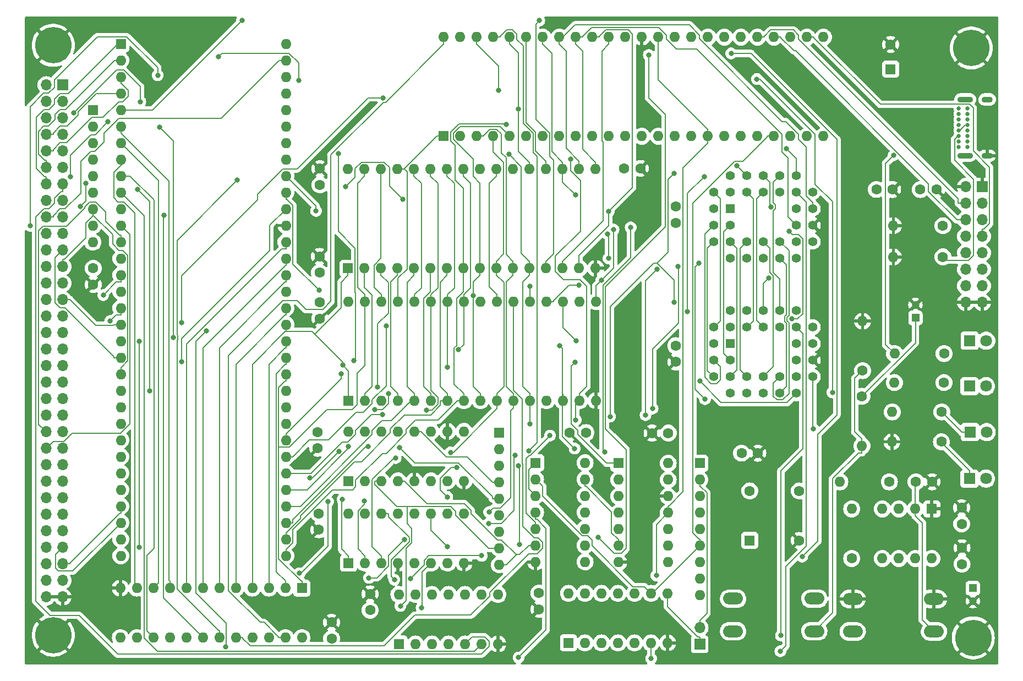
<source format=gbr>
%TF.GenerationSoftware,KiCad,Pcbnew,7.0.10*%
%TF.CreationDate,2024-02-07T22:08:28+01:00*%
%TF.ProjectId,Sixty-n8k,53697874-792d-46e3-986b-2e6b69636164,rev?*%
%TF.SameCoordinates,Original*%
%TF.FileFunction,Copper,L4,Bot*%
%TF.FilePolarity,Positive*%
%FSLAX46Y46*%
G04 Gerber Fmt 4.6, Leading zero omitted, Abs format (unit mm)*
G04 Created by KiCad (PCBNEW 7.0.10) date 2024-02-07 22:08:28*
%MOMM*%
%LPD*%
G01*
G04 APERTURE LIST*
%TA.AperFunction,ComponentPad*%
%ADD10C,1.600000*%
%TD*%
%TA.AperFunction,ComponentPad*%
%ADD11O,1.600000X1.600000*%
%TD*%
%TA.AperFunction,ComponentPad*%
%ADD12R,1.600000X1.600000*%
%TD*%
%TA.AperFunction,ComponentPad*%
%ADD13R,1.200000X1.200000*%
%TD*%
%TA.AperFunction,ComponentPad*%
%ADD14C,1.200000*%
%TD*%
%TA.AperFunction,ComponentPad*%
%ADD15C,0.650000*%
%TD*%
%TA.AperFunction,ComponentPad*%
%ADD16O,1.700000X0.900000*%
%TD*%
%TA.AperFunction,ComponentPad*%
%ADD17O,2.400000X0.900000*%
%TD*%
%TA.AperFunction,ComponentPad*%
%ADD18C,5.600000*%
%TD*%
%TA.AperFunction,ComponentPad*%
%ADD19R,1.700000X1.700000*%
%TD*%
%TA.AperFunction,ComponentPad*%
%ADD20O,1.700000X1.700000*%
%TD*%
%TA.AperFunction,ComponentPad*%
%ADD21O,3.048000X1.850000*%
%TD*%
%TA.AperFunction,ComponentPad*%
%ADD22R,1.800000X1.800000*%
%TD*%
%TA.AperFunction,ComponentPad*%
%ADD23C,1.800000*%
%TD*%
%TA.AperFunction,ComponentPad*%
%ADD24R,1.422400X1.422400*%
%TD*%
%TA.AperFunction,ComponentPad*%
%ADD25C,1.422400*%
%TD*%
%TA.AperFunction,ViaPad*%
%ADD26C,0.800000*%
%TD*%
%TA.AperFunction,Conductor*%
%ADD27C,0.154000*%
%TD*%
G04 APERTURE END LIST*
D10*
%TO.P,R1,1*%
%TO.N,Net-(U2-TR)*%
X200990000Y-121930000D03*
D11*
%TO.P,R1,2*%
%TO.N,+5V*%
X193370000Y-121930000D03*
%TD*%
D10*
%TO.P,C11,1*%
%TO.N,+5V*%
X113382000Y-94314000D03*
%TO.P,C11,2*%
%TO.N,GND*%
X113382000Y-96814000D03*
%TD*%
D12*
%TO.P,U4,1,A18*%
%TO.N,/A19*%
X117700000Y-89085000D03*
D11*
%TO.P,U4,2,A16*%
%TO.N,/A17*%
X120240000Y-89085000D03*
%TO.P,U4,3,A14*%
%TO.N,/A15*%
X122780000Y-89085000D03*
%TO.P,U4,4,A12*%
%TO.N,/A13*%
X125320000Y-89085000D03*
%TO.P,U4,5,A7*%
%TO.N,/A8*%
X127860000Y-89085000D03*
%TO.P,U4,6,A6*%
%TO.N,/A7*%
X130400000Y-89085000D03*
%TO.P,U4,7,A5*%
%TO.N,/A6*%
X132940000Y-89085000D03*
%TO.P,U4,8,A4*%
%TO.N,/A5*%
X135480000Y-89085000D03*
%TO.P,U4,9,A3*%
%TO.N,/A4*%
X138020000Y-89085000D03*
%TO.P,U4,10,A2*%
%TO.N,/A3*%
X140560000Y-89085000D03*
%TO.P,U4,11,A1*%
%TO.N,/A2*%
X143100000Y-89085000D03*
%TO.P,U4,12,A0*%
%TO.N,/A1*%
X145640000Y-89085000D03*
%TO.P,U4,13,DQ0*%
%TO.N,/D0*%
X148180000Y-89085000D03*
%TO.P,U4,14,DQ1*%
%TO.N,/D1*%
X150720000Y-89085000D03*
%TO.P,U4,15,DQ2*%
%TO.N,/D2*%
X153260000Y-89085000D03*
%TO.P,U4,16,VSS*%
%TO.N,GND*%
X155800000Y-89085000D03*
%TO.P,U4,17,DQ3*%
%TO.N,/D3*%
X155800000Y-73845000D03*
%TO.P,U4,18,DQ4*%
%TO.N,/D4*%
X153260000Y-73845000D03*
%TO.P,U4,19,DQ5*%
%TO.N,/D5*%
X150720000Y-73845000D03*
%TO.P,U4,20,DQ6*%
%TO.N,/D6*%
X148180000Y-73845000D03*
%TO.P,U4,21,DQ7*%
%TO.N,/D7*%
X145640000Y-73845000D03*
%TO.P,U4,22,CE#*%
%TO.N,~{CS_RAM}_{ODD}*%
X143100000Y-73845000D03*
%TO.P,U4,23,A10*%
%TO.N,/A11*%
X140560000Y-73845000D03*
%TO.P,U4,24,OE#*%
%TO.N,~{CS_RAM}_{ODD}*%
X138020000Y-73845000D03*
%TO.P,U4,25,A11*%
%TO.N,/A12*%
X135480000Y-73845000D03*
%TO.P,U4,26,A9*%
%TO.N,/A10*%
X132940000Y-73845000D03*
%TO.P,U4,27,A8*%
%TO.N,/A9*%
X130400000Y-73845000D03*
%TO.P,U4,28,A13*%
%TO.N,/A14*%
X127860000Y-73845000D03*
%TO.P,U4,29,WE#*%
%TO.N,R~{W}*%
X125320000Y-73845000D03*
%TO.P,U4,30,A17*%
%TO.N,/A18*%
X122780000Y-73845000D03*
%TO.P,U4,31,A15*%
%TO.N,/A16*%
X120240000Y-73845000D03*
%TO.P,U4,32,VCC*%
%TO.N,+5V*%
X117700000Y-73845000D03*
%TD*%
D13*
%TO.P,C19,1*%
%TO.N,Net-(C19-Pad1)*%
X205000000Y-96710000D03*
D14*
%TO.P,C19,2*%
%TO.N,GND*%
X205000000Y-94710000D03*
%TD*%
D12*
%TO.P,RN3,1,common*%
%TO.N,+5V*%
X78440000Y-64750000D03*
D11*
%TO.P,RN3,2,R1*%
%TO.N,~{AS}*%
X78440000Y-67290000D03*
%TO.P,RN3,3,R2*%
%TO.N,~{UDS}*%
X78440000Y-69830000D03*
%TO.P,RN3,4,R3*%
%TO.N,~{LDS}*%
X78440000Y-72370000D03*
%TO.P,RN3,5,R4*%
%TO.N,unconnected-(RN3-R4-Pad5)*%
X78440000Y-74910000D03*
%TO.P,RN3,6,R5*%
%TO.N,~{BERR}*%
X78440000Y-77450000D03*
%TO.P,RN3,7,R6*%
%TO.N,~{VPA}*%
X78440000Y-79990000D03*
%TO.P,RN3,8,R7*%
%TO.N,~{BGACK}*%
X78440000Y-82530000D03*
%TO.P,RN3,9,R8*%
%TO.N,~{BR}*%
X78440000Y-85070000D03*
%TD*%
D12*
%TO.P,U2,1,GND*%
%TO.N,GND*%
X207530000Y-126090000D03*
D11*
%TO.P,U2,2,TR*%
%TO.N,Net-(U2-TR)*%
X204990000Y-126090000D03*
%TO.P,U2,3,Q*%
%TO.N,/RES*%
X202450000Y-126090000D03*
%TO.P,U2,4,R*%
%TO.N,+5V*%
X199910000Y-126090000D03*
%TO.P,U2,5,CV*%
%TO.N,Net-(U2-CV)*%
X199910000Y-133710000D03*
%TO.P,U2,6,THR*%
%TO.N,Net-(U2-DIS)*%
X202450000Y-133710000D03*
%TO.P,U2,7,DIS*%
X204990000Y-133710000D03*
%TO.P,U2,8,VCC*%
%TO.N,+5V*%
X207530000Y-133710000D03*
%TD*%
D15*
%TO.P,J1,A1,GND*%
%TO.N,GND*%
X211677500Y-70425000D03*
%TO.P,J1,A4,VBUS*%
%TO.N,+5V*%
X211677500Y-69575000D03*
%TO.P,J1,A5,CC1*%
%TO.N,Net-(J1-CC1)*%
X211677500Y-68725000D03*
%TO.P,J1,A6,DP1*%
%TO.N,USB_D+*%
X211677500Y-67875000D03*
%TO.P,J1,A7,DN1*%
%TO.N,USB_D-*%
X211677500Y-67025000D03*
%TO.P,J1,A8,SBU1*%
%TO.N,unconnected-(J1-SBU1-PadA8)*%
X211677500Y-66175000D03*
%TO.P,J1,A9,VBUS__1*%
%TO.N,+5V*%
X211677500Y-65325000D03*
%TO.P,J1,A12,GND__1*%
%TO.N,GND*%
X211677500Y-64475000D03*
%TO.P,J1,B1,GND__2*%
X213027500Y-64475000D03*
%TO.P,J1,B4,VBUS__2*%
%TO.N,+5V*%
X213027500Y-65325000D03*
%TO.P,J1,B5,CC2*%
%TO.N,Net-(J1-CC2)*%
X213027500Y-66175000D03*
%TO.P,J1,B6,DP2*%
%TO.N,USB_D+*%
X213027500Y-67025000D03*
%TO.P,J1,B7,DN2*%
%TO.N,USB_D-*%
X213027500Y-67875000D03*
%TO.P,J1,B8,SBU2*%
%TO.N,unconnected-(J1-SBU2-PadB8)*%
X213027500Y-68725000D03*
%TO.P,J1,B9,VBUS__3*%
%TO.N,+5V*%
X213027500Y-69575000D03*
%TO.P,J1,B12,GND__3*%
%TO.N,GND*%
X213027500Y-70425000D03*
D16*
%TO.P,J1,S1,SHELL*%
X216037500Y-71775000D03*
%TO.P,J1,S2,SHELL__1*%
%TO.N,unconnected-(J1-SHELL__1-PadS2)*%
X216037500Y-63125000D03*
D17*
%TO.P,J1,S3,SHELL__2*%
%TO.N,unconnected-(J1-SHELL__2-PadS3)*%
X212657500Y-71775000D03*
%TO.P,J1,S4,SHELL__3*%
%TO.N,unconnected-(J1-SHELL__3-PadS4)*%
X212657500Y-63125000D03*
%TD*%
D18*
%TO.P,H3,1,1*%
%TO.N,GND*%
X213595000Y-55205000D03*
%TD*%
D10*
%TO.P,C5,1*%
%TO.N,Net-(U17-V3)*%
X205760000Y-76980000D03*
%TO.P,C5,2*%
%TO.N,GND*%
X208260000Y-76980000D03*
%TD*%
%TO.P,C15,1*%
%TO.N,+5V*%
X178250000Y-117520000D03*
%TO.P,C15,2*%
%TO.N,GND*%
X180750000Y-117520000D03*
%TD*%
D19*
%TO.P,J3,1,Pin_1*%
%TO.N,+5V*%
X73790000Y-60900000D03*
D20*
%TO.P,J3,2,Pin_2*%
X71250000Y-60900000D03*
%TO.P,J3,3,Pin_3*%
%TO.N,GND*%
X73790000Y-63440000D03*
%TO.P,J3,4,Pin_4*%
X71250000Y-63440000D03*
%TO.P,J3,5,Pin_5*%
%TO.N,~{AS}*%
X73790000Y-65980000D03*
%TO.P,J3,6,Pin_6*%
%TO.N,/D0*%
X71250000Y-65980000D03*
%TO.P,J3,7,Pin_7*%
%TO.N,~{UDS}*%
X73790000Y-68520000D03*
%TO.P,J3,8,Pin_8*%
%TO.N,/D1*%
X71250000Y-68520000D03*
%TO.P,J3,9,Pin_9*%
%TO.N,~{LDS}*%
X73790000Y-71060000D03*
%TO.P,J3,10,Pin_10*%
%TO.N,/D2*%
X71250000Y-71060000D03*
%TO.P,J3,11,Pin_11*%
%TO.N,R~{W}*%
X73790000Y-73600000D03*
%TO.P,J3,12,Pin_12*%
%TO.N,/D3*%
X71250000Y-73600000D03*
%TO.P,J3,13,Pin_13*%
%TO.N,~{DTACK_XPN}*%
X73790000Y-76140000D03*
%TO.P,J3,14,Pin_14*%
%TO.N,/D4*%
X71250000Y-76140000D03*
%TO.P,J3,15,Pin_15*%
%TO.N,~{CS_XPN}*%
X73790000Y-78680000D03*
%TO.P,J3,16,Pin_16*%
%TO.N,/D5*%
X71250000Y-78680000D03*
%TO.P,J3,17,Pin_17*%
%TO.N,unconnected-(J3-Pin_17-Pad17)*%
X73790000Y-81220000D03*
%TO.P,J3,18,Pin_18*%
%TO.N,/D6*%
X71250000Y-81220000D03*
%TO.P,J3,19,Pin_19*%
%TO.N,~{VMA}*%
X73790000Y-83760000D03*
%TO.P,J3,20,Pin_20*%
%TO.N,/D7*%
X71250000Y-83760000D03*
%TO.P,J3,21,Pin_21*%
%TO.N,E*%
X73790000Y-86300000D03*
%TO.P,J3,22,Pin_22*%
%TO.N,/D8*%
X71250000Y-86300000D03*
%TO.P,J3,23,Pin_23*%
%TO.N,~{VPA}*%
X73790000Y-88840000D03*
%TO.P,J3,24,Pin_24*%
%TO.N,/D9*%
X71250000Y-88840000D03*
%TO.P,J3,25,Pin_25*%
%TO.N,unconnected-(J3-Pin_25-Pad25)*%
X73790000Y-91380000D03*
%TO.P,J3,26,Pin_26*%
%TO.N,/D10*%
X71250000Y-91380000D03*
%TO.P,J3,27,Pin_27*%
%TO.N,~{RES}*%
X73790000Y-93920000D03*
%TO.P,J3,28,Pin_28*%
%TO.N,/D11*%
X71250000Y-93920000D03*
%TO.P,J3,29,Pin_29*%
%TO.N,CLK_{CPU}*%
X73790000Y-96460000D03*
%TO.P,J3,30,Pin_30*%
%TO.N,/D12*%
X71250000Y-96460000D03*
%TO.P,J3,31,Pin_31*%
%TO.N,/A15*%
X73790000Y-99000000D03*
%TO.P,J3,32,Pin_32*%
%TO.N,/D13*%
X71250000Y-99000000D03*
%TO.P,J3,33,Pin_33*%
%TO.N,/A14*%
X73790000Y-101540000D03*
%TO.P,J3,34,Pin_34*%
%TO.N,/D14*%
X71250000Y-101540000D03*
%TO.P,J3,35,Pin_35*%
%TO.N,/A13*%
X73790000Y-104080000D03*
%TO.P,J3,36,Pin_36*%
%TO.N,/D15*%
X71250000Y-104080000D03*
%TO.P,J3,37,Pin_37*%
%TO.N,/A12*%
X73790000Y-106620000D03*
%TO.P,J3,38,Pin_38*%
%TO.N,unconnected-(J3-Pin_38-Pad38)*%
X71250000Y-106620000D03*
%TO.P,J3,39,Pin_39*%
%TO.N,/A11*%
X73790000Y-109160000D03*
%TO.P,J3,40,Pin_40*%
%TO.N,~{BERR}*%
X71250000Y-109160000D03*
%TO.P,J3,41,Pin_41*%
%TO.N,/A10*%
X73790000Y-111700000D03*
%TO.P,J3,42,Pin_42*%
%TO.N,~{BG}*%
X71250000Y-111700000D03*
%TO.P,J3,43,Pin_43*%
%TO.N,/A9*%
X73790000Y-114240000D03*
%TO.P,J3,44,Pin_44*%
%TO.N,~{BR}*%
X71250000Y-114240000D03*
%TO.P,J3,45,Pin_45*%
%TO.N,/A8*%
X73790000Y-116780000D03*
%TO.P,J3,46,Pin_46*%
%TO.N,~{BGACK}*%
X71250000Y-116780000D03*
%TO.P,J3,47,Pin_47*%
%TO.N,/A7*%
X73790000Y-119320000D03*
%TO.P,J3,48,Pin_48*%
%TO.N,unconnected-(J3-Pin_48-Pad48)*%
X71250000Y-119320000D03*
%TO.P,J3,49,Pin_49*%
%TO.N,/A6*%
X73790000Y-121860000D03*
%TO.P,J3,50,Pin_50*%
%TO.N,CLK_{HALF}*%
X71250000Y-121860000D03*
%TO.P,J3,51,Pin_51*%
%TO.N,/A5*%
X73790000Y-124400000D03*
%TO.P,J3,52,Pin_52*%
%TO.N,~{IRQ_LOW}*%
X71250000Y-124400000D03*
%TO.P,J3,53,Pin_53*%
%TO.N,/A4*%
X73790000Y-126940000D03*
%TO.P,J3,54,Pin_54*%
%TO.N,~{IRQ_HI}*%
X71250000Y-126940000D03*
%TO.P,J3,55,Pin_55*%
%TO.N,/A3*%
X73790000Y-129480000D03*
%TO.P,J3,56,Pin_56*%
%TO.N,~{IACK_LOW}*%
X71250000Y-129480000D03*
%TO.P,J3,57,Pin_57*%
%TO.N,/A2*%
X73790000Y-132020000D03*
%TO.P,J3,58,Pin_58*%
%TO.N,~{IACK_HI}*%
X71250000Y-132020000D03*
%TO.P,J3,59,Pin_59*%
%TO.N,/A1*%
X73790000Y-134560000D03*
%TO.P,J3,60,Pin_60*%
%TO.N,unconnected-(J3-Pin_60-Pad60)*%
X71250000Y-134560000D03*
%TO.P,J3,61,Pin_61*%
%TO.N,+5V*%
X73790000Y-137100000D03*
%TO.P,J3,62,Pin_62*%
X71250000Y-137100000D03*
%TO.P,J3,63,Pin_63*%
%TO.N,GND*%
X73790000Y-139640000D03*
%TO.P,J3,64,Pin_64*%
X71250000Y-139640000D03*
%TD*%
D10*
%TO.P,C22,1*%
%TO.N,+5V*%
X147080000Y-139040000D03*
%TO.P,C22,2*%
%TO.N,GND*%
X147080000Y-141540000D03*
%TD*%
%TO.P,R7,1*%
%TO.N,Net-(D4-K)*%
X209410000Y-102210000D03*
D11*
%TO.P,R7,2*%
%TO.N,RxD*%
X201790000Y-102210000D03*
%TD*%
D21*
%TO.P,SW1,1,1*%
%TO.N,GND*%
X195360000Y-139950000D03*
X207860000Y-139950000D03*
%TO.P,SW1,2,2*%
%TO.N,Net-(U2-TR)*%
X195360000Y-144950000D03*
X207860000Y-144950000D03*
%TD*%
D22*
%TO.P,D3,1,K*%
%TO.N,Net-(D3-K)*%
X213310000Y-107220000D03*
D23*
%TO.P,D3,2,A*%
%TO.N,+5V*%
X215850000Y-107220000D03*
%TD*%
D10*
%TO.P,R6,1*%
%TO.N,Net-(J1-CC2)*%
X209230000Y-82540000D03*
D11*
%TO.P,R6,2*%
%TO.N,GND*%
X201610000Y-82540000D03*
%TD*%
D10*
%TO.P,R10,1*%
%TO.N,Net-(C19-Pad1)*%
X196770000Y-108770000D03*
D11*
%TO.P,R10,2*%
%TO.N,Net-(R10-Pad2)*%
X196770000Y-116390000D03*
%TD*%
D24*
%TO.P,U3,1,A18*%
%TO.N,/A19*%
X176512000Y-79904000D03*
D25*
%TO.P,U3,2,A16*%
%TO.N,/A17*%
X173972000Y-82444000D03*
%TO.P,U3,3,A15*%
%TO.N,/A16*%
X176512000Y-82444000D03*
%TO.P,U3,4,A12*%
%TO.N,/A13*%
X173972000Y-84984000D03*
%TO.P,U3,5,A7*%
%TO.N,/A8*%
X176512000Y-87524000D03*
%TO.P,U3,6,A6*%
%TO.N,/A7*%
X176512000Y-84984000D03*
%TO.P,U3,7,A5*%
%TO.N,/A6*%
X179052000Y-87524000D03*
%TO.P,U3,8,A4*%
%TO.N,/A5*%
X179052000Y-84984000D03*
%TO.P,U3,9,A3*%
%TO.N,/A4*%
X181592000Y-87524000D03*
%TO.P,U3,10,A2*%
%TO.N,/A3*%
X181592000Y-84984000D03*
%TO.P,U3,11,A1*%
%TO.N,/A2*%
X184132000Y-87524000D03*
%TO.P,U3,12,A0*%
%TO.N,/A1*%
X184132000Y-84984000D03*
%TO.P,U3,13,DQ0*%
%TO.N,/D0*%
X186672000Y-87524000D03*
%TO.P,U3,14,DQ1*%
%TO.N,/D1*%
X189212000Y-84984000D03*
%TO.P,U3,15,DQ2*%
%TO.N,/D2*%
X186672000Y-84984000D03*
%TO.P,U3,16,VSS*%
%TO.N,GND*%
X189212000Y-82444000D03*
%TO.P,U3,17,DQ3*%
%TO.N,/D3*%
X186672000Y-82444000D03*
%TO.P,U3,18,DQ4*%
%TO.N,/D4*%
X189212000Y-79904000D03*
%TO.P,U3,19,DQ5*%
%TO.N,/D5*%
X186672000Y-79904000D03*
%TO.P,U3,20,DQ6*%
%TO.N,/D6*%
X189212000Y-77364000D03*
%TO.P,U3,21,DQ7*%
%TO.N,/D7*%
X186672000Y-74824000D03*
%TO.P,U3,22,~{CE}*%
%TO.N,~{CS_ROM}_{ODD}*%
X186672000Y-77364000D03*
%TO.P,U3,23,A10*%
%TO.N,/A11*%
X184132000Y-74824000D03*
%TO.P,U3,24,~{OE}*%
%TO.N,~{CS_ROM}_{ODD}*%
X184132000Y-77364000D03*
%TO.P,U3,25,A11*%
%TO.N,/A12*%
X181592000Y-74824000D03*
%TO.P,U3,26,A9*%
%TO.N,/A10*%
X181592000Y-77364000D03*
%TO.P,U3,27,A8*%
%TO.N,/A9*%
X179052000Y-74824000D03*
%TO.P,U3,28,A13*%
%TO.N,/A14*%
X179052000Y-77364000D03*
%TO.P,U3,29,A14*%
%TO.N,/A15*%
X176512000Y-74824000D03*
%TO.P,U3,30,A17*%
%TO.N,/A18*%
X173972000Y-77364000D03*
%TO.P,U3,31,~{WE}*%
%TO.N,+5V*%
X176512000Y-77364000D03*
%TO.P,U3,32,VCC*%
X173972000Y-79904000D03*
%TD*%
D12*
%TO.P,U14,1,R/~{W}*%
%TO.N,R~{W}*%
X132430000Y-68770000D03*
D11*
%TO.P,U14,2,RS1*%
%TO.N,/A1*%
X134970000Y-68770000D03*
%TO.P,U14,3,RS2*%
%TO.N,/A2*%
X137510000Y-68770000D03*
%TO.P,U14,4,RS3*%
%TO.N,/A3*%
X140050000Y-68770000D03*
%TO.P,U14,5,RS4*%
%TO.N,/A4*%
X142590000Y-68770000D03*
%TO.P,U14,6,RS5*%
%TO.N,/A5*%
X145130000Y-68770000D03*
%TO.P,U14,7,TC*%
%TO.N,Net-(U14A-RC)*%
X147670000Y-68770000D03*
%TO.P,U14,8,SO*%
%TO.N,TxD*%
X150210000Y-68770000D03*
%TO.P,U14,9,SI*%
%TO.N,RxD*%
X152750000Y-68770000D03*
%TO.P,U14,10,RC*%
%TO.N,Net-(U14A-RC)*%
X155290000Y-68770000D03*
%TO.P,U14,11,VCC*%
%TO.N,+5V*%
X157830000Y-68770000D03*
%TO.P,U14,12,NC*%
%TO.N,unconnected-(U14A-NC-Pad12)*%
X160370000Y-68770000D03*
%TO.P,U14,13,TAO*%
%TO.N,unconnected-(U14A-TAO-Pad13)*%
X162910000Y-68770000D03*
%TO.P,U14,14,TBO*%
%TO.N,unconnected-(U14A-TBO-Pad14)*%
X165450000Y-68770000D03*
%TO.P,U14,15,TCO*%
%TO.N,unconnected-(U14A-TCO-Pad15)*%
X167990000Y-68770000D03*
%TO.P,U14,16,TDO*%
%TO.N,Net-(U14A-RC)*%
X170530000Y-68770000D03*
%TO.P,U14,17,XTAL1*%
%TO.N,CLK_{HALF}*%
X173070000Y-68770000D03*
%TO.P,U14,18,XTAL2*%
%TO.N,unconnected-(U14A-XTAL2-Pad18)*%
X175610000Y-68770000D03*
%TO.P,U14,19,TAI*%
%TO.N,unconnected-(U14A-TAI-Pad19)*%
X178150000Y-68770000D03*
%TO.P,U14,20,TBI*%
%TO.N,unconnected-(U14A-TBI-Pad20)*%
X180690000Y-68770000D03*
%TO.P,U14,21,RESET*%
%TO.N,~{RES}*%
X183230000Y-68770000D03*
%TO.P,U14,22,I0*%
%TO.N,~{CTS}*%
X185770000Y-68770000D03*
%TO.P,U14,23,I1*%
%TO.N,~{RTS}*%
X188310000Y-68770000D03*
%TO.P,U14,24,I2*%
%TO.N,unconnected-(U14A-I2-Pad24)*%
X190850000Y-68770000D03*
%TO.P,U14,25,I3*%
%TO.N,unconnected-(U14A-I3-Pad25)*%
X190850000Y-53530000D03*
%TO.P,U14,26,I4*%
%TO.N,SD_MOSI*%
X188310000Y-53530000D03*
%TO.P,U14,27,I5*%
%TO.N,~{SD_CS}*%
X185770000Y-53530000D03*
%TO.P,U14,28,I6*%
%TO.N,~{SD_CLK}*%
X183230000Y-53530000D03*
%TO.P,U14,29,I7*%
%TO.N,SD_MISO*%
X180690000Y-53530000D03*
%TO.P,U14,30,TR*%
%TO.N,unconnected-(U14A-TR-Pad30)*%
X178150000Y-53530000D03*
%TO.P,U14,31,RR*%
%TO.N,unconnected-(U14A-RR-Pad31)*%
X175610000Y-53530000D03*
%TO.P,U14,32,IRQ*%
%TO.N,~{IRQ_MFP}*%
X173070000Y-53530000D03*
%TO.P,U14,33,IEO*%
%TO.N,unconnected-(U14A-IEO-Pad33)*%
X170530000Y-53530000D03*
%TO.P,U14,34,IEI*%
%TO.N,GND*%
X167990000Y-53530000D03*
%TO.P,U14,35,CLK*%
%TO.N,CLK_{HALF}*%
X165450000Y-53530000D03*
%TO.P,U14,36,GND*%
%TO.N,GND*%
X162910000Y-53530000D03*
%TO.P,U14,37,D0*%
%TO.N,/D0*%
X160370000Y-53530000D03*
%TO.P,U14,38,D1*%
%TO.N,/D1*%
X157830000Y-53530000D03*
%TO.P,U14,39,D2*%
%TO.N,/D2*%
X155290000Y-53530000D03*
%TO.P,U14,40,D3*%
%TO.N,/D3*%
X152750000Y-53530000D03*
%TO.P,U14,41,D4*%
%TO.N,/D4*%
X150210000Y-53530000D03*
%TO.P,U14,42,D5*%
%TO.N,/D5*%
X147670000Y-53530000D03*
%TO.P,U14,43,D6*%
%TO.N,/D6*%
X145130000Y-53530000D03*
%TO.P,U14,44,D7*%
%TO.N,/D7*%
X142590000Y-53530000D03*
%TO.P,U14,45,IACK*%
%TO.N,~{IACK_MFP}*%
X140050000Y-53530000D03*
%TO.P,U14,46,DTACK*%
%TO.N,~{DTACK_MFP}*%
X137510000Y-53530000D03*
%TO.P,U14,47,DS*%
%TO.N,~{LDS}*%
X134970000Y-53530000D03*
%TO.P,U14,48,CS*%
%TO.N,~{CS_MFP}*%
X132430000Y-53530000D03*
%TD*%
D19*
%TO.P,J4,1,Pin_1*%
%TO.N,~{AS}*%
X171810000Y-146910000D03*
D20*
%TO.P,J4,2,Pin_2*%
%TO.N,BERR_WATCHDOG*%
X171810000Y-144370000D03*
%TD*%
D13*
%TO.P,C3,1*%
%TO.N,Net-(U2-DIS)*%
X213830000Y-138280000D03*
D14*
%TO.P,C3,2*%
%TO.N,GND*%
X213830000Y-140280000D03*
%TD*%
D10*
%TO.P,R3,1*%
%TO.N,Net-(D1-K)*%
X209000000Y-115770000D03*
D11*
%TO.P,R3,2*%
%TO.N,GND*%
X201380000Y-115770000D03*
%TD*%
D22*
%TO.P,D2,1,K*%
%TO.N,Net-(D2-K)*%
X213410000Y-114285000D03*
D23*
%TO.P,D2,2,A*%
%TO.N,+5V*%
X215950000Y-114285000D03*
%TD*%
D18*
%TO.P,H4,1,1*%
%TO.N,GND*%
X72350000Y-145530000D03*
%TD*%
D24*
%TO.P,U8,1,A18*%
%TO.N,/A19*%
X176512000Y-100692000D03*
D25*
%TO.P,U8,2,A16*%
%TO.N,/A17*%
X173972000Y-103232000D03*
%TO.P,U8,3,A15*%
%TO.N,/A16*%
X176512000Y-103232000D03*
%TO.P,U8,4,A12*%
%TO.N,/A13*%
X173972000Y-105772000D03*
%TO.P,U8,5,A7*%
%TO.N,/A8*%
X176512000Y-108312000D03*
%TO.P,U8,6,A6*%
%TO.N,/A7*%
X176512000Y-105772000D03*
%TO.P,U8,7,A5*%
%TO.N,/A6*%
X179052000Y-108312000D03*
%TO.P,U8,8,A4*%
%TO.N,/A5*%
X179052000Y-105772000D03*
%TO.P,U8,9,A3*%
%TO.N,/A4*%
X181592000Y-108312000D03*
%TO.P,U8,10,A2*%
%TO.N,/A3*%
X181592000Y-105772000D03*
%TO.P,U8,11,A1*%
%TO.N,/A2*%
X184132000Y-108312000D03*
%TO.P,U8,12,A0*%
%TO.N,/A1*%
X184132000Y-105772000D03*
%TO.P,U8,13,DQ0*%
%TO.N,/D8*%
X186672000Y-108312000D03*
%TO.P,U8,14,DQ1*%
%TO.N,/D9*%
X189212000Y-105772000D03*
%TO.P,U8,15,DQ2*%
%TO.N,/D10*%
X186672000Y-105772000D03*
%TO.P,U8,16,VSS*%
%TO.N,GND*%
X189212000Y-103232000D03*
%TO.P,U8,17,DQ3*%
%TO.N,/D11*%
X186672000Y-103232000D03*
%TO.P,U8,18,DQ4*%
%TO.N,/D12*%
X189212000Y-100692000D03*
%TO.P,U8,19,DQ5*%
%TO.N,/D13*%
X186672000Y-100692000D03*
%TO.P,U8,20,DQ6*%
%TO.N,/D14*%
X189212000Y-98152000D03*
%TO.P,U8,21,DQ7*%
%TO.N,/D15*%
X186672000Y-95612000D03*
%TO.P,U8,22,~{CE}*%
%TO.N,~{CS_ROM}_{EVEN}*%
X186672000Y-98152000D03*
%TO.P,U8,23,A10*%
%TO.N,/A11*%
X184132000Y-95612000D03*
%TO.P,U8,24,~{OE}*%
%TO.N,~{CS_ROM}_{EVEN}*%
X184132000Y-98152000D03*
%TO.P,U8,25,A11*%
%TO.N,/A12*%
X181592000Y-95612000D03*
%TO.P,U8,26,A9*%
%TO.N,/A10*%
X181592000Y-98152000D03*
%TO.P,U8,27,A8*%
%TO.N,/A9*%
X179052000Y-95612000D03*
%TO.P,U8,28,A13*%
%TO.N,/A14*%
X179052000Y-98152000D03*
%TO.P,U8,29,A14*%
%TO.N,/A15*%
X176512000Y-95612000D03*
%TO.P,U8,30,A17*%
%TO.N,/A18*%
X173972000Y-98152000D03*
%TO.P,U8,31,~{WE}*%
%TO.N,+5V*%
X176512000Y-98152000D03*
%TO.P,U8,32,VCC*%
X173972000Y-100692000D03*
%TD*%
D21*
%TO.P,SW2,1,1*%
%TO.N,+5V*%
X176950000Y-139900000D03*
X189450000Y-139900000D03*
%TO.P,SW2,2,2*%
%TO.N,Net-(R10-Pad2)*%
X176950000Y-144900000D03*
X189450000Y-144900000D03*
%TD*%
D10*
%TO.P,C1,1*%
%TO.N,Net-(U2-TR)*%
X205080000Y-121920000D03*
%TO.P,C1,2*%
%TO.N,GND*%
X207580000Y-121920000D03*
%TD*%
%TO.P,C21,1*%
%TO.N,+5V*%
X113210000Y-126800000D03*
%TO.P,C21,2*%
%TO.N,GND*%
X113210000Y-129300000D03*
%TD*%
D12*
%TO.P,C16,1*%
%TO.N,+5V*%
X201180000Y-58470000D03*
D10*
%TO.P,C16,2*%
%TO.N,GND*%
X201180000Y-54670000D03*
%TD*%
D12*
%TO.P,U13,1,I4*%
%TO.N,~{IRQ_MFP}*%
X117770000Y-121800000D03*
D11*
%TO.P,U13,2,I5*%
%TO.N,Net-(RN1-R6)*%
X120310000Y-121800000D03*
%TO.P,U13,3,I6*%
%TO.N,~{IRQ_HI}*%
X122850000Y-121800000D03*
%TO.P,U13,4,I7*%
%TO.N,Net-(RN1-R8)*%
X125390000Y-121800000D03*
%TO.P,U13,5,EI*%
%TO.N,GND*%
X127930000Y-121800000D03*
%TO.P,U13,6,S2*%
%TO.N,/IPL2*%
X130470000Y-121800000D03*
%TO.P,U13,7,S1*%
%TO.N,/IPL1*%
X133010000Y-121800000D03*
%TO.P,U13,8,GND*%
%TO.N,GND*%
X135550000Y-121800000D03*
%TO.P,U13,9,S0*%
%TO.N,/IPL0*%
X135550000Y-114180000D03*
%TO.P,U13,10,IO*%
%TO.N,GND*%
X133010000Y-114180000D03*
%TO.P,U13,11,I1*%
%TO.N,~{IRQ_LOW}*%
X130470000Y-114180000D03*
%TO.P,U13,12,I2*%
%TO.N,Net-(RN1-R3)*%
X127930000Y-114180000D03*
%TO.P,U13,13,I3*%
%TO.N,Net-(RN1-R4)*%
X125390000Y-114180000D03*
%TO.P,U13,14,GS*%
%TO.N,unconnected-(U13-GS-Pad14)*%
X122850000Y-114180000D03*
%TO.P,U13,15,EO*%
%TO.N,unconnected-(U13-EO-Pad15)*%
X120310000Y-114180000D03*
%TO.P,U13,16,VCC*%
%TO.N,+5V*%
X117770000Y-114180000D03*
%TD*%
D12*
%TO.P,X1,1,EN*%
%TO.N,unconnected-(X1-EN-Pad1)*%
X179510000Y-130950000D03*
D10*
%TO.P,X1,4,GND*%
%TO.N,GND*%
X187130000Y-130950000D03*
%TO.P,X1,5,OUT*%
%TO.N,CLK_{CPU}*%
X187130000Y-123330000D03*
%TO.P,X1,8,Vcc*%
%TO.N,+5V*%
X179510000Y-123330000D03*
%TD*%
%TO.P,C20,1*%
%TO.N,+5V*%
X113010000Y-114260000D03*
%TO.P,C20,2*%
%TO.N,GND*%
X113010000Y-116760000D03*
%TD*%
%TO.P,R5,1*%
%TO.N,Net-(J1-CC1)*%
X209230000Y-87340000D03*
D11*
%TO.P,R5,2*%
%TO.N,GND*%
X201610000Y-87340000D03*
%TD*%
D10*
%TO.P,C10,1*%
%TO.N,+5V*%
X113382000Y-76260000D03*
%TO.P,C10,2*%
%TO.N,GND*%
X113382000Y-73760000D03*
%TD*%
%TO.P,C8,1*%
%TO.N,+5V*%
X212160000Y-134570000D03*
%TO.P,C8,2*%
%TO.N,GND*%
X212160000Y-132070000D03*
%TD*%
%TO.P,C9,1*%
%TO.N,+5V*%
X160200000Y-73730000D03*
%TO.P,C9,2*%
%TO.N,GND*%
X162700000Y-73730000D03*
%TD*%
%TO.P,C12,1*%
%TO.N,+5V*%
X115170000Y-146040000D03*
%TO.P,C12,2*%
%TO.N,GND*%
X115170000Y-143540000D03*
%TD*%
%TO.P,R2,1*%
%TO.N,Net-(U2-DIS)*%
X195200000Y-133710000D03*
D11*
%TO.P,R2,2*%
%TO.N,+5V*%
X195200000Y-126090000D03*
%TD*%
D12*
%TO.P,U7,1,A18*%
%TO.N,/A19*%
X117740000Y-109460000D03*
D11*
%TO.P,U7,2,A16*%
%TO.N,/A17*%
X120280000Y-109460000D03*
%TO.P,U7,3,A14*%
%TO.N,/A15*%
X122820000Y-109460000D03*
%TO.P,U7,4,A12*%
%TO.N,/A13*%
X125360000Y-109460000D03*
%TO.P,U7,5,A7*%
%TO.N,/A8*%
X127900000Y-109460000D03*
%TO.P,U7,6,A6*%
%TO.N,/A7*%
X130440000Y-109460000D03*
%TO.P,U7,7,A5*%
%TO.N,/A6*%
X132980000Y-109460000D03*
%TO.P,U7,8,A4*%
%TO.N,/A5*%
X135520000Y-109460000D03*
%TO.P,U7,9,A3*%
%TO.N,/A4*%
X138060000Y-109460000D03*
%TO.P,U7,10,A2*%
%TO.N,/A3*%
X140600000Y-109460000D03*
%TO.P,U7,11,A1*%
%TO.N,/A2*%
X143140000Y-109460000D03*
%TO.P,U7,12,A0*%
%TO.N,/A1*%
X145680000Y-109460000D03*
%TO.P,U7,13,DQ0*%
%TO.N,/D8*%
X148220000Y-109460000D03*
%TO.P,U7,14,DQ1*%
%TO.N,/D9*%
X150760000Y-109460000D03*
%TO.P,U7,15,DQ2*%
%TO.N,/D10*%
X153300000Y-109460000D03*
%TO.P,U7,16,VSS*%
%TO.N,GND*%
X155840000Y-109460000D03*
%TO.P,U7,17,DQ3*%
%TO.N,/D11*%
X155840000Y-94220000D03*
%TO.P,U7,18,DQ4*%
%TO.N,/D12*%
X153300000Y-94220000D03*
%TO.P,U7,19,DQ5*%
%TO.N,/D13*%
X150760000Y-94220000D03*
%TO.P,U7,20,DQ6*%
%TO.N,/D14*%
X148220000Y-94220000D03*
%TO.P,U7,21,DQ7*%
%TO.N,/D15*%
X145680000Y-94220000D03*
%TO.P,U7,22,CE#*%
%TO.N,~{CS_RAM}_{EVEN}*%
X143140000Y-94220000D03*
%TO.P,U7,23,A10*%
%TO.N,/A11*%
X140600000Y-94220000D03*
%TO.P,U7,24,OE#*%
%TO.N,~{CS_RAM}_{EVEN}*%
X138060000Y-94220000D03*
%TO.P,U7,25,A11*%
%TO.N,/A12*%
X135520000Y-94220000D03*
%TO.P,U7,26,A9*%
%TO.N,/A10*%
X132980000Y-94220000D03*
%TO.P,U7,27,A8*%
%TO.N,/A9*%
X130440000Y-94220000D03*
%TO.P,U7,28,A13*%
%TO.N,/A14*%
X127900000Y-94220000D03*
%TO.P,U7,29,WE#*%
%TO.N,R~{W}*%
X125360000Y-94220000D03*
%TO.P,U7,30,A17*%
%TO.N,/A18*%
X122820000Y-94220000D03*
%TO.P,U7,31,A15*%
%TO.N,/A16*%
X120280000Y-94220000D03*
%TO.P,U7,32,VCC*%
%TO.N,+5V*%
X117740000Y-94220000D03*
%TD*%
D10*
%TO.P,C13,1*%
%TO.N,+5V*%
X198990000Y-76966000D03*
%TO.P,C13,2*%
%TO.N,GND*%
X201490000Y-76966000D03*
%TD*%
%TO.P,C18,1*%
%TO.N,+5V*%
X168130000Y-100986000D03*
%TO.P,C18,2*%
%TO.N,GND*%
X168130000Y-103486000D03*
%TD*%
D22*
%TO.P,D4,1,K*%
%TO.N,Net-(D4-K)*%
X213350000Y-100230000D03*
D23*
%TO.P,D4,2,A*%
%TO.N,+5V*%
X215890000Y-100230000D03*
%TD*%
D18*
%TO.P,H1,1,1*%
%TO.N,GND*%
X213895000Y-145930000D03*
%TD*%
D10*
%TO.P,C4,1*%
%TO.N,+5V*%
X154300000Y-114360000D03*
%TO.P,C4,2*%
%TO.N,GND*%
X151800000Y-114360000D03*
%TD*%
D12*
%TO.P,U1,1*%
%TO.N,/RES*%
X146560000Y-119005000D03*
D11*
%TO.P,U1,2*%
%TO.N,~{RES}*%
X146560000Y-121545000D03*
%TO.P,U1,3*%
%TO.N,/RES*%
X146560000Y-124085000D03*
%TO.P,U1,4*%
%TO.N,~{HALT}*%
X146560000Y-126625000D03*
%TO.P,U1,5*%
%TO.N,Net-(C19-Pad1)*%
X146560000Y-129165000D03*
%TO.P,U1,6*%
%TO.N,Net-(RN1-R8)*%
X146560000Y-131705000D03*
%TO.P,U1,7,GND*%
%TO.N,GND*%
X146560000Y-134245000D03*
%TO.P,U1,8*%
%TO.N,Net-(R4-Pad2)*%
X154180000Y-134245000D03*
%TO.P,U1,9*%
%TO.N,HALT*%
X154180000Y-131705000D03*
%TO.P,U1,10*%
X154180000Y-129165000D03*
%TO.P,U1,11*%
%TO.N,~{HALT}*%
X154180000Y-126625000D03*
%TO.P,U1,12*%
%TO.N,~{BERR}*%
X154180000Y-124085000D03*
%TO.P,U1,13*%
%TO.N,Net-(U11A-Q3)*%
X154180000Y-121545000D03*
%TO.P,U1,14,VCC*%
%TO.N,+5V*%
X154180000Y-119005000D03*
%TD*%
D12*
%TO.P,U11,1,CP*%
%TO.N,E*%
X159340000Y-119070000D03*
D11*
%TO.P,U11,2,MR*%
%TO.N,BERR_WATCHDOG*%
X159340000Y-121610000D03*
%TO.P,U11,3,Q0*%
%TO.N,unconnected-(U11A-Q0-Pad3)*%
X159340000Y-124150000D03*
%TO.P,U11,4,Q1*%
%TO.N,unconnected-(U11A-Q1-Pad4)*%
X159340000Y-126690000D03*
%TO.P,U11,5,Q2*%
%TO.N,unconnected-(U11A-Q2-Pad5)*%
X159340000Y-129230000D03*
%TO.P,U11,6,Q3*%
%TO.N,Net-(U11A-Q3)*%
X159340000Y-131770000D03*
%TO.P,U11,7,GND*%
%TO.N,GND*%
X159340000Y-134310000D03*
%TO.P,U11,8,Q3*%
%TO.N,unconnected-(U11B-Q3-Pad8)*%
X166960000Y-134310000D03*
%TO.P,U11,9,Q2*%
%TO.N,unconnected-(U11B-Q2-Pad9)*%
X166960000Y-131770000D03*
%TO.P,U11,10,Q1*%
%TO.N,unconnected-(U11B-Q1-Pad10)*%
X166960000Y-129230000D03*
%TO.P,U11,11,Q0*%
%TO.N,CLK_{HALF}*%
X166960000Y-126690000D03*
%TO.P,U11,12,MR*%
%TO.N,GND*%
X166960000Y-124150000D03*
%TO.P,U11,13,CP*%
%TO.N,CLK_{CPU}*%
X166960000Y-121610000D03*
%TO.P,U11,14,VCC*%
%TO.N,+5V*%
X166960000Y-119070000D03*
%TD*%
D12*
%TO.P,RN2,1,common*%
%TO.N,+5V*%
X171820000Y-119070000D03*
D11*
%TO.P,RN2,2,R1*%
%TO.N,BERR_WATCHDOG*%
X171820000Y-121610000D03*
%TO.P,RN2,3,R2*%
%TO.N,~{IRQ_LOW}*%
X171820000Y-124150000D03*
%TO.P,RN2,4,R3*%
%TO.N,~{HALT}*%
X171820000Y-126690000D03*
%TO.P,RN2,5,R4*%
%TO.N,HALT*%
X171820000Y-129230000D03*
%TO.P,RN2,6,R5*%
%TO.N,~{RES}*%
X171820000Y-131770000D03*
%TO.P,RN2,7,R6*%
%TO.N,~{IRQ_HI}*%
X171820000Y-134310000D03*
%TO.P,RN2,8,R7*%
%TO.N,~{DTACK_MFP}*%
X171820000Y-136850000D03*
%TO.P,RN2,9,R8*%
%TO.N,~{DTACK_XPN}*%
X171820000Y-139390000D03*
%TD*%
D22*
%TO.P,D1,1,K*%
%TO.N,Net-(D1-K)*%
X213320000Y-121435000D03*
D23*
%TO.P,D1,2,A*%
%TO.N,+5V*%
X215860000Y-121435000D03*
%TD*%
D12*
%TO.P,U19,1*%
%TO.N,~{CS_RAM}*%
X125525000Y-146870000D03*
D11*
%TO.P,U19,2*%
%TO.N,~{CS_ROM}*%
X128065000Y-146870000D03*
%TO.P,U19,3*%
%TO.N,N/C*%
X130605000Y-146870000D03*
%TO.P,U19,4*%
%TO.N,~{DTACK_MFP}*%
X133145000Y-146870000D03*
%TO.P,U19,5*%
%TO.N,~{DTACK_XPN}*%
X135685000Y-146870000D03*
%TO.P,U19,6*%
%TO.N,~{DTACK}*%
X138225000Y-146870000D03*
%TO.P,U19,7,GND*%
%TO.N,GND*%
X140765000Y-146870000D03*
%TO.P,U19,8*%
%TO.N,IACK*%
X140765000Y-139250000D03*
%TO.P,U19,9*%
%TO.N,+5V*%
X138225000Y-139250000D03*
%TO.P,U19,10*%
%TO.N,/FC2*%
X135685000Y-139250000D03*
%TO.P,U19,11*%
%TO.N,N/C*%
X133145000Y-139250000D03*
%TO.P,U19,12*%
%TO.N,/FC1*%
X130605000Y-139250000D03*
%TO.P,U19,13*%
%TO.N,/FC0*%
X128065000Y-139250000D03*
%TO.P,U19,14,VCC*%
%TO.N,+5V*%
X125525000Y-139250000D03*
%TD*%
D12*
%TO.P,U16,1,A0*%
%TO.N,/A1*%
X117770000Y-134430000D03*
D11*
%TO.P,U16,2,A1*%
%TO.N,/A2*%
X120310000Y-134430000D03*
%TO.P,U16,3,A2*%
%TO.N,/A3*%
X122850000Y-134430000D03*
%TO.P,U16,4,E1*%
%TO.N,GND*%
X125390000Y-134430000D03*
%TO.P,U16,5,E2*%
%TO.N,~{AS}*%
X127930000Y-134430000D03*
%TO.P,U16,6,E3*%
%TO.N,IACK*%
X130470000Y-134430000D03*
%TO.P,U16,7,O7*%
%TO.N,unconnected-(U16-O7-Pad7)*%
X133010000Y-134430000D03*
%TO.P,U16,8,GND*%
%TO.N,GND*%
X135550000Y-134430000D03*
%TO.P,U16,9,O6*%
%TO.N,~{IACK_HI}*%
X135550000Y-126810000D03*
%TO.P,U16,10,O5*%
%TO.N,unconnected-(U16-O5-Pad10)*%
X133010000Y-126810000D03*
%TO.P,U16,11,O4*%
%TO.N,~{IACK_MFP}*%
X130470000Y-126810000D03*
%TO.P,U16,12,O3*%
%TO.N,unconnected-(U16-O3-Pad12)*%
X127930000Y-126810000D03*
%TO.P,U16,13,O2*%
%TO.N,unconnected-(U16-O2-Pad13)*%
X125390000Y-126810000D03*
%TO.P,U16,14,O1*%
%TO.N,~{IACK_LOW}*%
X122850000Y-126810000D03*
%TO.P,U16,15,O0*%
%TO.N,unconnected-(U16-O0-Pad15)*%
X120310000Y-126810000D03*
%TO.P,U16,16,VCC*%
%TO.N,+5V*%
X117770000Y-126810000D03*
%TD*%
D12*
%TO.P,U6,1,D4*%
%TO.N,/D4*%
X82750000Y-54560000D03*
D11*
%TO.P,U6,2,D3*%
%TO.N,/D3*%
X82750000Y-57100000D03*
%TO.P,U6,3,D2*%
%TO.N,/D2*%
X82750000Y-59640000D03*
%TO.P,U6,4,D1*%
%TO.N,/D1*%
X82750000Y-62180000D03*
%TO.P,U6,5,D0*%
%TO.N,/D0*%
X82750000Y-64720000D03*
%TO.P,U6,6,AS*%
%TO.N,~{AS}*%
X82750000Y-67260000D03*
%TO.P,U6,7,UDS*%
%TO.N,~{UDS}*%
X82750000Y-69800000D03*
%TO.P,U6,8,LDS*%
%TO.N,~{LDS}*%
X82750000Y-72340000D03*
%TO.P,U6,9,R/W*%
%TO.N,R~{W}*%
X82750000Y-74880000D03*
%TO.P,U6,10,DTACK*%
%TO.N,~{DTACK}*%
X82750000Y-77420000D03*
%TO.P,U6,11,BG*%
%TO.N,~{BG}*%
X82750000Y-79960000D03*
%TO.P,U6,12,BGACK*%
%TO.N,~{BGACK}*%
X82750000Y-82500000D03*
%TO.P,U6,13,BR*%
%TO.N,~{BR}*%
X82750000Y-85040000D03*
%TO.P,U6,14,VCC*%
%TO.N,+5V*%
X82750000Y-87580000D03*
%TO.P,U6,15,CLK*%
%TO.N,CLK_{CPU}*%
X82750000Y-90120000D03*
%TO.P,U6,16,GND*%
%TO.N,GND*%
X82750000Y-92660000D03*
%TO.P,U6,17,HALT*%
%TO.N,~{HALT}*%
X82750000Y-95200000D03*
%TO.P,U6,18,RESET*%
%TO.N,~{RES}*%
X82750000Y-97740000D03*
%TO.P,U6,19,VMA*%
%TO.N,~{VMA}*%
X82750000Y-100280000D03*
%TO.P,U6,20,E*%
%TO.N,E*%
X82750000Y-102820000D03*
%TO.P,U6,21,VPA*%
%TO.N,~{VPA}*%
X82750000Y-105360000D03*
%TO.P,U6,22,BERR*%
%TO.N,~{BERR}*%
X82750000Y-107900000D03*
%TO.P,U6,23,IPL2*%
%TO.N,/IPL2*%
X82750000Y-110440000D03*
%TO.P,U6,24,IPL1*%
%TO.N,/IPL1*%
X82750000Y-112980000D03*
%TO.P,U6,25,IPL0*%
%TO.N,/IPL0*%
X82750000Y-115520000D03*
%TO.P,U6,26,FC2*%
%TO.N,/FC2*%
X82750000Y-118060000D03*
%TO.P,U6,27,FC1*%
%TO.N,/FC1*%
X82750000Y-120600000D03*
%TO.P,U6,28,FC0*%
%TO.N,/FC0*%
X82750000Y-123140000D03*
%TO.P,U6,29,A1*%
%TO.N,/A1*%
X82750000Y-125680000D03*
%TO.P,U6,30,A2*%
%TO.N,/A2*%
X82750000Y-128220000D03*
%TO.P,U6,31,A3*%
%TO.N,/A3*%
X82750000Y-130760000D03*
%TO.P,U6,32,A4*%
%TO.N,/A4*%
X82750000Y-133300000D03*
%TO.P,U6,33,A5*%
%TO.N,/A5*%
X108150000Y-133300000D03*
%TO.P,U6,34,A6*%
%TO.N,/A6*%
X108150000Y-130760000D03*
%TO.P,U6,35,A7*%
%TO.N,/A7*%
X108150000Y-128220000D03*
%TO.P,U6,36,A8*%
%TO.N,/A8*%
X108150000Y-125680000D03*
%TO.P,U6,37,A9*%
%TO.N,/A9*%
X108150000Y-123140000D03*
%TO.P,U6,38,A10*%
%TO.N,/A10*%
X108150000Y-120600000D03*
%TO.P,U6,39,A11*%
%TO.N,/A11*%
X108150000Y-118060000D03*
%TO.P,U6,40,A12*%
%TO.N,/A12*%
X108150000Y-115520000D03*
%TO.P,U6,41,A13*%
%TO.N,/A13*%
X108150000Y-112980000D03*
%TO.P,U6,42,A14*%
%TO.N,/A14*%
X108150000Y-110440000D03*
%TO.P,U6,43,A15*%
%TO.N,/A15*%
X108150000Y-107900000D03*
%TO.P,U6,44,A16*%
%TO.N,/A16*%
X108150000Y-105360000D03*
%TO.P,U6,45,A17*%
%TO.N,/A17*%
X108150000Y-102820000D03*
%TO.P,U6,46,A18*%
%TO.N,/A18*%
X108150000Y-100280000D03*
%TO.P,U6,47,A19*%
%TO.N,/A19*%
X108150000Y-97740000D03*
%TO.P,U6,48,A20*%
%TO.N,/A20*%
X108150000Y-95200000D03*
%TO.P,U6,49,VCC*%
%TO.N,+5V*%
X108150000Y-92660000D03*
%TO.P,U6,50,A21*%
%TO.N,/A21*%
X108150000Y-90120000D03*
%TO.P,U6,51,A22*%
%TO.N,/A22*%
X108150000Y-87580000D03*
%TO.P,U6,52,A23*%
%TO.N,/A23*%
X108150000Y-85040000D03*
%TO.P,U6,53,GND*%
%TO.N,GND*%
X108150000Y-82500000D03*
%TO.P,U6,54,D15*%
%TO.N,/D15*%
X108150000Y-79960000D03*
%TO.P,U6,55,D14*%
%TO.N,/D14*%
X108150000Y-77420000D03*
%TO.P,U6,56,D13*%
%TO.N,/D13*%
X108150000Y-74880000D03*
%TO.P,U6,57,D12*%
%TO.N,/D12*%
X108150000Y-72340000D03*
%TO.P,U6,58,D11*%
%TO.N,/D11*%
X108150000Y-69800000D03*
%TO.P,U6,59,D10*%
%TO.N,/D10*%
X108150000Y-67260000D03*
%TO.P,U6,60,D9*%
%TO.N,/D9*%
X108150000Y-64720000D03*
%TO.P,U6,61,D8*%
%TO.N,/D8*%
X108150000Y-62180000D03*
%TO.P,U6,62,D7*%
%TO.N,/D7*%
X108150000Y-59640000D03*
%TO.P,U6,63,D6*%
%TO.N,/D6*%
X108150000Y-57100000D03*
%TO.P,U6,64,D5*%
%TO.N,/D5*%
X108150000Y-54560000D03*
%TD*%
D10*
%TO.P,R8,1*%
%TO.N,Net-(D3-K)*%
X209400000Y-106660000D03*
D11*
%TO.P,R8,2*%
%TO.N,TxD*%
X201780000Y-106660000D03*
%TD*%
D10*
%TO.P,C2,1*%
%TO.N,Net-(U2-CV)*%
X212120000Y-128390000D03*
%TO.P,C2,2*%
%TO.N,GND*%
X212120000Y-125890000D03*
%TD*%
%TO.P,R4,1*%
%TO.N,Net-(D2-K)*%
X209050000Y-111180000D03*
D11*
%TO.P,R4,2*%
%TO.N,Net-(R4-Pad2)*%
X201430000Y-111180000D03*
%TD*%
D19*
%TO.P,J2,1,Pin_1*%
%TO.N,GND*%
X215270000Y-76545000D03*
D20*
%TO.P,J2,2,Pin_2*%
X212730000Y-76545000D03*
%TO.P,J2,3,Pin_3*%
%TO.N,SD_MISO*%
X215270000Y-79085000D03*
%TO.P,J2,4,Pin_4*%
X212730000Y-79085000D03*
%TO.P,J2,5,Pin_5*%
%TO.N,~{SD_CLK}*%
X215270000Y-81625000D03*
%TO.P,J2,6,Pin_6*%
X212730000Y-81625000D03*
%TO.P,J2,7,Pin_7*%
%TO.N,SD_MOSI*%
X215270000Y-84165000D03*
%TO.P,J2,8,Pin_8*%
X212730000Y-84165000D03*
%TO.P,J2,9,Pin_9*%
%TO.N,~{SD_CS}*%
X215270000Y-86705000D03*
%TO.P,J2,10,Pin_10*%
X212730000Y-86705000D03*
%TO.P,J2,11,Pin_11*%
%TO.N,+5V*%
X215270000Y-89245000D03*
%TO.P,J2,12,Pin_12*%
X212730000Y-89245000D03*
%TO.P,J2,13,Pin_13*%
%TO.N,unconnected-(J2-Pin_13-Pad13)*%
X215270000Y-91785000D03*
%TO.P,J2,14,Pin_14*%
%TO.N,unconnected-(J2-Pin_14-Pad14)*%
X212730000Y-91785000D03*
%TO.P,J2,15,Pin_15*%
%TO.N,GND*%
X215270000Y-94325000D03*
%TO.P,J2,16,Pin_16*%
X212730000Y-94325000D03*
%TD*%
D12*
%TO.P,U10,1,DSA*%
%TO.N,+5V*%
X151630000Y-146700000D03*
D11*
%TO.P,U10,2,DSB*%
X154170000Y-146700000D03*
%TO.P,U10,3,Q0*%
%TO.N,unconnected-(U10-Q0-Pad3)*%
X156710000Y-146700000D03*
%TO.P,U10,4,Q1*%
%TO.N,unconnected-(U10-Q1-Pad4)*%
X159250000Y-146700000D03*
%TO.P,U10,5,Q2*%
%TO.N,unconnected-(U10-Q2-Pad5)*%
X161790000Y-146700000D03*
%TO.P,U10,6,Q3*%
%TO.N,~{ROM_OVERLAY}*%
X164330000Y-146700000D03*
%TO.P,U10,7,GND*%
%TO.N,GND*%
X166870000Y-146700000D03*
%TO.P,U10,8,CP*%
%TO.N,~{AS}*%
X166870000Y-139080000D03*
%TO.P,U10,9,~{MR}*%
%TO.N,~{RES}*%
X164330000Y-139080000D03*
%TO.P,U10,10,Q4*%
%TO.N,unconnected-(U10-Q4-Pad10)*%
X161790000Y-139080000D03*
%TO.P,U10,11,Q5*%
%TO.N,unconnected-(U10-Q5-Pad11)*%
X159250000Y-139080000D03*
%TO.P,U10,12,Q6*%
%TO.N,unconnected-(U10-Q6-Pad12)*%
X156710000Y-139080000D03*
%TO.P,U10,13,Q7*%
%TO.N,unconnected-(U10-Q7-Pad13)*%
X154170000Y-139080000D03*
%TO.P,U10,14,VCC*%
%TO.N,+5V*%
X151630000Y-139080000D03*
%TD*%
D12*
%TO.P,U12,1,CLK/IN1*%
%TO.N,/A16*%
X110615000Y-138270000D03*
D11*
%TO.P,U12,2,IN2*%
%TO.N,/A17*%
X108075000Y-138270000D03*
%TO.P,U12,3,IN3*%
%TO.N,/A18*%
X105535000Y-138270000D03*
%TO.P,U12,4,IN4/PD*%
%TO.N,/A19*%
X102995000Y-138270000D03*
%TO.P,U12,5,IN5*%
%TO.N,/A20*%
X100455000Y-138270000D03*
%TO.P,U12,6,IN6*%
%TO.N,/A21*%
X97915000Y-138270000D03*
%TO.P,U12,7,IN7*%
%TO.N,/A22*%
X95375000Y-138270000D03*
%TO.P,U12,8,IN8*%
%TO.N,/A23*%
X92835000Y-138270000D03*
%TO.P,U12,9,IN9*%
%TO.N,~{AS}*%
X90295000Y-138270000D03*
%TO.P,U12,10,IN10*%
%TO.N,~{UDS}*%
X87755000Y-138270000D03*
%TO.P,U12,11,IN11*%
%TO.N,~{LDS}*%
X85215000Y-138270000D03*
%TO.P,U12,12,GND*%
%TO.N,GND*%
X82675000Y-138270000D03*
%TO.P,U12,13,IN12*%
%TO.N,IACK*%
X82675000Y-145890000D03*
%TO.P,U12,14,IO13*%
%TO.N,~{ROM_OVERLAY}*%
X85215000Y-145890000D03*
%TO.P,U12,15,IO14*%
%TO.N,R~{W}*%
X87755000Y-145890000D03*
%TO.P,U12,16,IO15*%
%TO.N,~{CS_ROM}*%
X90295000Y-145890000D03*
%TO.P,U12,17,IO16*%
%TO.N,~{CS_RAM}*%
X92835000Y-145890000D03*
%TO.P,U12,18,IO17*%
%TO.N,~{CS_XPN}*%
X95375000Y-145890000D03*
%TO.P,U12,19,IO18*%
%TO.N,~{CS_RAM}_{ODD}*%
X97915000Y-145890000D03*
%TO.P,U12,20,IO19*%
%TO.N,~{CS_RAM}_{EVEN}*%
X100455000Y-145890000D03*
%TO.P,U12,21,IO20*%
%TO.N,~{CS_ROM}_{ODD}*%
X102995000Y-145890000D03*
%TO.P,U12,22,IO21*%
%TO.N,~{CS_ROM}_{EVEN}*%
X105535000Y-145890000D03*
%TO.P,U12,23,IO22*%
%TO.N,~{CS_MFP}*%
X108075000Y-145890000D03*
%TO.P,U12,24,VCC*%
%TO.N,+5V*%
X110615000Y-145890000D03*
%TD*%
D10*
%TO.P,C6,1*%
%TO.N,+5V*%
X166980000Y-114420000D03*
%TO.P,C6,2*%
%TO.N,GND*%
X164480000Y-114420000D03*
%TD*%
%TO.P,C17,1*%
%TO.N,+5V*%
X168130000Y-82080000D03*
%TO.P,C17,2*%
%TO.N,GND*%
X168130000Y-79580000D03*
%TD*%
%TO.P,R9,1*%
%TO.N,Net-(R10-Pad2)*%
X196870000Y-104830000D03*
D11*
%TO.P,R9,2*%
%TO.N,GND*%
X196870000Y-97210000D03*
%TD*%
D12*
%TO.P,RN1,1,common*%
%TO.N,+5V*%
X140990000Y-114360000D03*
D11*
%TO.P,RN1,2,R1*%
%TO.N,unconnected-(RN1-R1-Pad2)*%
X140990000Y-116900000D03*
%TO.P,RN1,3,R2*%
%TO.N,~{IRQ_LOW}*%
X140990000Y-119440000D03*
%TO.P,RN1,4,R3*%
%TO.N,Net-(RN1-R3)*%
X140990000Y-121980000D03*
%TO.P,RN1,5,R4*%
%TO.N,Net-(RN1-R4)*%
X140990000Y-124520000D03*
%TO.P,RN1,6,R5*%
%TO.N,~{IRQ_MFP}*%
X140990000Y-127060000D03*
%TO.P,RN1,7,R6*%
%TO.N,Net-(RN1-R6)*%
X140990000Y-129600000D03*
%TO.P,RN1,8,R7*%
%TO.N,~{IRQ_HI}*%
X140990000Y-132140000D03*
%TO.P,RN1,9,R8*%
%TO.N,Net-(RN1-R8)*%
X140990000Y-134680000D03*
%TD*%
D10*
%TO.P,C23,1*%
%TO.N,+5V*%
X121100000Y-141670000D03*
%TO.P,C23,2*%
%TO.N,GND*%
X121100000Y-139170000D03*
%TD*%
D18*
%TO.P,H2,1,1*%
%TO.N,GND*%
X72345000Y-54805000D03*
%TD*%
D10*
%TO.P,C7,1*%
%TO.N,+5V*%
X113310000Y-89760000D03*
%TO.P,C7,2*%
%TO.N,GND*%
X113310000Y-87260000D03*
%TD*%
%TO.P,C14,1*%
%TO.N,+5V*%
X78500000Y-89090000D03*
%TO.P,C14,2*%
%TO.N,GND*%
X78500000Y-91590000D03*
%TD*%
D26*
%TO.N,~{IRQ_MFP}*%
X163984100Y-56274400D03*
X156206300Y-130435000D03*
%TO.N,RxD*%
X201649500Y-71709500D03*
%TO.N,~{BERR}*%
X87144100Y-107963700D03*
X85292800Y-76931300D03*
%TO.N,/D3*%
X97773000Y-56526600D03*
X110098900Y-60192600D03*
%TO.N,/D2*%
X157826200Y-80314500D03*
%TO.N,/D0*%
X147123600Y-50987000D03*
X101373300Y-50988500D03*
%TO.N,~{HALT}*%
X98834400Y-147339100D03*
X143935800Y-148949000D03*
X95864400Y-98717200D03*
X81103200Y-97194400D03*
%TO.N,~{RES}*%
X92062700Y-97443500D03*
X123093600Y-62869800D03*
%TO.N,/A1*%
X143391600Y-117854300D03*
X142472200Y-71550900D03*
X116844200Y-124625100D03*
X145677600Y-112993800D03*
X139350500Y-128312900D03*
%TO.N,/A2*%
X120229700Y-124862800D03*
X139417200Y-126574800D03*
%TO.N,/A3*%
X133496900Y-117395300D03*
X125018400Y-118265400D03*
%TO.N,/A4*%
X136965700Y-93287400D03*
X85547200Y-131978400D03*
X163470600Y-111679900D03*
X85576800Y-100353100D03*
X165240000Y-89230000D03*
%TO.N,/A5*%
X142086900Y-66996200D03*
%TO.N,/A6*%
X164570100Y-110649300D03*
X168470000Y-88840000D03*
%TO.N,/A7*%
X120812900Y-116482100D03*
%TO.N,/A8*%
X157784800Y-87579200D03*
X171672800Y-88335900D03*
X172618000Y-109213100D03*
X157597300Y-83769700D03*
%TO.N,/A9*%
X158025200Y-111884500D03*
X117770100Y-116499500D03*
X177483700Y-73279400D03*
X167889100Y-74537400D03*
X129809900Y-110869600D03*
X167900000Y-94280000D03*
%TO.N,/A10*%
X123027000Y-111567300D03*
X132957300Y-104315800D03*
%TO.N,/A11*%
X123555800Y-97910200D03*
%TO.N,/A12*%
X182785800Y-79621400D03*
X116608200Y-105330900D03*
X182445500Y-90554600D03*
X134715800Y-101616700D03*
%TO.N,/A15*%
X169924200Y-95756500D03*
X172512800Y-74973700D03*
X122268200Y-107325200D03*
%TO.N,/A19*%
X185575300Y-83386800D03*
X185949300Y-96882000D03*
X116880200Y-103997100D03*
%TO.N,/D15*%
X92135900Y-103479600D03*
X145653600Y-91886300D03*
%TO.N,/D14*%
X113219600Y-92485700D03*
X153213600Y-91653200D03*
%TO.N,/D13*%
X152806400Y-100279200D03*
X112776000Y-80264000D03*
%TO.N,/D11*%
X156670500Y-90920800D03*
X158546800Y-83132000D03*
%TO.N,/D10*%
X152725100Y-112423500D03*
X151957600Y-72264900D03*
%TO.N,/D9*%
X116222900Y-71464900D03*
X152566600Y-116813500D03*
X189269500Y-113742900D03*
X150238100Y-100978400D03*
X118605000Y-103323800D03*
%TO.N,/D8*%
X180611200Y-59979700D03*
X192218700Y-108172000D03*
X171827300Y-106450300D03*
%TO.N,/D7*%
X143948000Y-64580400D03*
X68769600Y-82550000D03*
X88421700Y-59399400D03*
X185174200Y-70702800D03*
%TO.N,/D5*%
X152719100Y-77821500D03*
%TO.N,~{IACK_MFP}*%
X144048000Y-131569600D03*
X133019000Y-131937300D03*
X143939300Y-119493300D03*
X145481000Y-117171200D03*
%TO.N,~{IACK_HI}*%
X120916200Y-136686400D03*
X126401400Y-130795600D03*
%TO.N,CLK_{CPU}*%
X117339500Y-76550500D03*
X80041200Y-93218300D03*
X157187000Y-117367300D03*
X161192800Y-82785700D03*
X126096000Y-78455800D03*
%TO.N,~{VMA}*%
X75518300Y-65221000D03*
X88680900Y-67345900D03*
X80757400Y-66577400D03*
X75013600Y-74965200D03*
X90839400Y-99757300D03*
X76487700Y-79564100D03*
X77331300Y-76004300D03*
X85736500Y-63450000D03*
%TO.N,E*%
X152592000Y-103558400D03*
X121788600Y-110784700D03*
X123914300Y-108361500D03*
%TO.N,Net-(C19-Pad1)*%
X148769300Y-114819500D03*
%TO.N,~{DTACK_MFP}*%
X140871300Y-61703700D03*
X187581900Y-133432800D03*
X176655700Y-56039800D03*
%TO.N,~{IACK_LOW}*%
X124826900Y-136981000D03*
%TO.N,~{ROM_OVERLAY}*%
X164338000Y-149098000D03*
%TO.N,~{CS_ROM}_{ODD}*%
X184225200Y-147985900D03*
%TO.N,~{CS_RAM}_{ODD}*%
X100687000Y-75494600D03*
%TO.N,~{CS_ROM}_{EVEN}*%
X184319100Y-145555500D03*
%TO.N,CLK_{HALF}*%
X127304800Y-136804400D03*
X138277600Y-133299200D03*
X165150800Y-136347200D03*
%TO.N,~{CS_XPN}*%
X89408000Y-80924400D03*
%TO.N,/IPL0*%
X116291200Y-117262000D03*
X111796700Y-121298100D03*
%TO.N,~{IRQ_LOW}*%
X134401000Y-119678500D03*
X110236000Y-135991600D03*
X114634300Y-124962600D03*
X132971700Y-124251600D03*
%TO.N,~{IRQ_HI}*%
X125753200Y-141013700D03*
%TO.N,IACK*%
X129021900Y-141296800D03*
%TO.N,Net-(RN1-R4)*%
X125586500Y-116623800D03*
%TD*%
D27*
%TO.N,Net-(D1-K)*%
X209000000Y-115936100D02*
X209000000Y-115770000D01*
X213320000Y-121435000D02*
X213320000Y-120256100D01*
X213320000Y-120256100D02*
X209000000Y-115936100D01*
%TO.N,Net-(D2-K)*%
X213410000Y-114285000D02*
X212155000Y-114285000D01*
X212155000Y-114285000D02*
X209050000Y-111180000D01*
%TO.N,~{IRQ_MFP}*%
X163984100Y-62895700D02*
X163984100Y-56274400D01*
X159780300Y-132877200D02*
X160469800Y-132187700D01*
X160469800Y-116961700D02*
X157294200Y-113786100D01*
X157294200Y-113786100D02*
X157294200Y-91931500D01*
X166532900Y-65444500D02*
X163984100Y-62895700D01*
X156206300Y-130435000D02*
X158648500Y-132877200D01*
X166532900Y-82692800D02*
X166532900Y-65444500D01*
X160469800Y-132187700D02*
X160469800Y-116961700D01*
X157294200Y-91931500D02*
X166532900Y-82692800D01*
X158648500Y-132877200D02*
X159780300Y-132877200D01*
%TO.N,RxD*%
X201523100Y-71709500D02*
X201649500Y-71709500D01*
X201649500Y-71709500D02*
X200413000Y-72946000D01*
X200413000Y-72946000D02*
X200413000Y-100833000D01*
X200413000Y-100833000D02*
X201790000Y-102210000D01*
%TO.N,~{BERR}*%
X87144100Y-78782600D02*
X85292800Y-76931300D01*
X87144100Y-107963700D02*
X87144100Y-78782600D01*
%TO.N,~{DTACK}*%
X86376400Y-123257200D02*
X86376400Y-145969455D01*
X137124900Y-147970100D02*
X138225000Y-146870000D01*
X86360000Y-123240800D02*
X86376400Y-123257200D01*
X86376400Y-145969455D02*
X88377045Y-147970100D01*
X88377045Y-147970100D02*
X137124900Y-147970100D01*
X86376400Y-123224400D02*
X86360000Y-123240800D01*
X86376400Y-81046400D02*
X86376400Y-123224400D01*
X82750000Y-77420000D02*
X86376400Y-81046400D01*
%TO.N,~{VPA}*%
X81503900Y-85336800D02*
X82477100Y-86310000D01*
X77361100Y-84373900D02*
X77361100Y-82080300D01*
X83032500Y-86310000D02*
X83830200Y-87107700D01*
X73790000Y-88275500D02*
X73790000Y-88840000D01*
X81503900Y-83935000D02*
X81503900Y-85336800D01*
X73790000Y-88275500D02*
X73790000Y-87711100D01*
X73790000Y-87711100D02*
X74023900Y-87711100D01*
X78435200Y-81006200D02*
X78440000Y-81006200D01*
X82861800Y-104281100D02*
X82750000Y-104281100D01*
X83830200Y-87107700D02*
X83830200Y-103312700D01*
X78440000Y-79990000D02*
X78440000Y-81006200D01*
X78440000Y-81006200D02*
X78575100Y-81006200D01*
X77361100Y-82080300D02*
X78435200Y-81006200D01*
X83830200Y-103312700D02*
X82861800Y-104281100D01*
X82477100Y-86310000D02*
X83032500Y-86310000D01*
X78575100Y-81006200D02*
X81503900Y-83935000D01*
X74023900Y-87711100D02*
X77361100Y-84373900D01*
X82750000Y-105360000D02*
X82750000Y-104281100D01*
%TO.N,~{BR}*%
X70782400Y-82631100D02*
X70076600Y-83336900D01*
X80441400Y-80461700D02*
X78851700Y-78872000D01*
X78851700Y-78872000D02*
X77986600Y-78872000D01*
X77166600Y-79845300D02*
X74380800Y-82631100D01*
X70076600Y-83336900D02*
X70076600Y-113066600D01*
X82750000Y-83961100D02*
X82526400Y-83961100D01*
X82750000Y-85040000D02*
X82750000Y-83961100D01*
X80441400Y-81876100D02*
X80441400Y-80461700D01*
X77986600Y-78872000D02*
X77166600Y-79692000D01*
X77166600Y-79692000D02*
X77166600Y-79845300D01*
X82526400Y-83961100D02*
X80441400Y-81876100D01*
X70076600Y-113066600D02*
X71250000Y-114240000D01*
X74380800Y-82631100D02*
X70782400Y-82631100D01*
%TO.N,~{BGACK}*%
X82750000Y-82500000D02*
X84138200Y-83888200D01*
X72331000Y-115699000D02*
X71250000Y-116780000D01*
X84138200Y-83888200D02*
X84138200Y-113049855D01*
X84138200Y-113049855D02*
X82735655Y-114452400D01*
X74015600Y-115699000D02*
X72331000Y-115699000D01*
X75262200Y-114452400D02*
X74015600Y-115699000D01*
X82735655Y-114452400D02*
X75262200Y-114452400D01*
%TO.N,/D4*%
X82750000Y-54560000D02*
X82261100Y-54560000D01*
X69742500Y-73737500D02*
X71016100Y-75011100D01*
X153260000Y-72766100D02*
X153260000Y-72607200D01*
X185026900Y-66500900D02*
X187026400Y-68500400D01*
X184503800Y-66500900D02*
X185026900Y-66500900D01*
X72520000Y-63846900D02*
X71656900Y-64710000D01*
X170246600Y-51661600D02*
X171800000Y-53215000D01*
X151288900Y-55687800D02*
X150210000Y-54608900D01*
X74633900Y-62187200D02*
X73401000Y-62187200D01*
X151288900Y-70636100D02*
X151288900Y-55687800D01*
X153260000Y-72607200D02*
X151288900Y-70636100D01*
X187026400Y-69213200D02*
X188216400Y-70403200D01*
X171800000Y-53797100D02*
X184503800Y-66500900D01*
X73401000Y-62187200D02*
X72520000Y-63068200D01*
X69742500Y-65857300D02*
X69742500Y-73737500D01*
X71656900Y-64710000D02*
X70889800Y-64710000D01*
X150210000Y-54069400D02*
X152617800Y-51661600D01*
X150210000Y-53530000D02*
X150210000Y-54069400D01*
X71016100Y-75011100D02*
X71250000Y-75011100D01*
X187026400Y-68500400D02*
X187026400Y-69213200D01*
X188216400Y-77998000D02*
X189212000Y-78993600D01*
X153260000Y-73845000D02*
X153260000Y-72766100D01*
X72520000Y-63068200D02*
X72520000Y-63846900D01*
X150210000Y-54069400D02*
X150210000Y-54608900D01*
X188216400Y-70403200D02*
X188216400Y-77998000D01*
X71250000Y-75011100D02*
X71250000Y-76140000D01*
X82261100Y-54560000D02*
X74633900Y-62187200D01*
X189212000Y-78993600D02*
X189212000Y-79904000D01*
X152617800Y-51661600D02*
X170246600Y-51661600D01*
X70889800Y-64710000D02*
X69742500Y-65857300D01*
X171800000Y-53215000D02*
X171800000Y-53797100D01*
%TO.N,/D3*%
X153828900Y-53530000D02*
X153828900Y-53418200D01*
X81671100Y-57234900D02*
X81671100Y-57100000D01*
X153828900Y-55687800D02*
X153828900Y-70795000D01*
X155210000Y-52037100D02*
X165536400Y-52037100D01*
X70098900Y-71553900D02*
X70098900Y-68034500D01*
X168230100Y-55328200D02*
X171317400Y-55328200D01*
X71644200Y-67250000D02*
X72661100Y-66233100D01*
X70098900Y-68034500D02*
X70883400Y-67250000D01*
X166720000Y-53220700D02*
X166720000Y-53818100D01*
X152750000Y-53530000D02*
X152750000Y-54608900D01*
X82750000Y-57100000D02*
X81671100Y-57100000D01*
X73418400Y-64710000D02*
X74196000Y-64710000D01*
X71016100Y-72471100D02*
X70098900Y-71553900D01*
X70883400Y-67250000D02*
X71644200Y-67250000D01*
X74196000Y-64710000D02*
X81671100Y-57234900D01*
X171317400Y-55328200D02*
X184495300Y-68506100D01*
X153828900Y-70795000D02*
X155800000Y-72766100D01*
X71250000Y-73600000D02*
X71250000Y-72471100D01*
X152750000Y-53530000D02*
X153828900Y-53530000D01*
X184495300Y-71181900D02*
X185402100Y-72088700D01*
X166720000Y-53818100D02*
X168230100Y-55328200D01*
X165536400Y-52037100D02*
X166720000Y-53220700D01*
X71250000Y-72471100D02*
X71016100Y-72471100D01*
X153828900Y-53418200D02*
X155210000Y-52037100D01*
X110098900Y-60192600D02*
X110098900Y-57505600D01*
X108597400Y-56004100D02*
X98295500Y-56004100D01*
X72661100Y-65467300D02*
X73418400Y-64710000D01*
X185402100Y-81174100D02*
X186672000Y-82444000D01*
X72661100Y-66233100D02*
X72661100Y-65467300D01*
X185402100Y-72088700D02*
X185402100Y-81174100D01*
X152750000Y-54608900D02*
X153828900Y-55687800D01*
X98295500Y-56004100D02*
X97773000Y-56526600D01*
X155800000Y-73845000D02*
X155800000Y-72766100D01*
X110098900Y-57505600D02*
X108597400Y-56004100D01*
X184495300Y-68506100D02*
X184495300Y-71181900D01*
%TO.N,/D2*%
X71250000Y-71060000D02*
X72378900Y-71060000D01*
X156368900Y-53530000D02*
X156368900Y-53395100D01*
X153260000Y-89085000D02*
X153260000Y-88006100D01*
X82440000Y-63450000D02*
X79995400Y-65894600D01*
X161450000Y-76690700D02*
X157826200Y-80314500D01*
X82750000Y-60718900D02*
X82884900Y-60718900D01*
X157826200Y-82580800D02*
X153260000Y-87147000D01*
X157826200Y-80314500D02*
X157826200Y-82580800D01*
X74382200Y-69790000D02*
X73415000Y-69790000D01*
X161450000Y-53053200D02*
X161450000Y-76690700D01*
X157335400Y-52428600D02*
X160825400Y-52428600D01*
X83847000Y-62613500D02*
X83010500Y-63450000D01*
X155290000Y-53530000D02*
X156368900Y-53530000D01*
X160825400Y-52428600D02*
X161450000Y-53053200D01*
X156368900Y-53395100D02*
X157335400Y-52428600D01*
X83010500Y-63450000D02*
X82440000Y-63450000D01*
X73415000Y-69790000D02*
X72378900Y-70826100D01*
X82750000Y-59640000D02*
X82750000Y-60718900D01*
X78277600Y-65894600D02*
X74382200Y-69790000D01*
X82884900Y-60718900D02*
X83847000Y-61681000D01*
X79995400Y-65894600D02*
X78277600Y-65894600D01*
X83847000Y-61681000D02*
X83847000Y-62613500D01*
X153260000Y-87147000D02*
X153260000Y-88006100D01*
X72378900Y-70826100D02*
X72378900Y-71060000D01*
%TO.N,/D1*%
X73415000Y-67250000D02*
X74449400Y-67250000D01*
X79002800Y-62180000D02*
X82750000Y-62180000D01*
X156929900Y-81796200D02*
X150720000Y-88006100D01*
X157830000Y-53530000D02*
X157830000Y-54608900D01*
X157830000Y-54608900D02*
X156744900Y-55694000D01*
X156744900Y-55694000D02*
X156744900Y-69485100D01*
X72378900Y-68520000D02*
X72378900Y-68286100D01*
X71250000Y-68520000D02*
X72378900Y-68520000D01*
X150720000Y-89085000D02*
X150720000Y-88006100D01*
X76197200Y-65502200D02*
X76197200Y-64985600D01*
X156744900Y-69485100D02*
X156929900Y-69670100D01*
X76197200Y-64985600D02*
X79002800Y-62180000D01*
X72378900Y-68286100D02*
X73415000Y-67250000D01*
X156929900Y-69670100D02*
X156929900Y-81796200D01*
X74449400Y-67250000D02*
X76197200Y-65502200D01*
%TO.N,/D0*%
X149291200Y-72458200D02*
X148748900Y-71915900D01*
X82750000Y-64720000D02*
X83828900Y-64720000D01*
X148748900Y-71915900D02*
X148748900Y-68323100D01*
X149291200Y-86894900D02*
X149291200Y-72458200D01*
X83828900Y-64720000D02*
X87641800Y-64720000D01*
X146591100Y-66165300D02*
X146591100Y-51519500D01*
X148180000Y-88006100D02*
X149291200Y-86894900D01*
X148748900Y-68323100D02*
X146591100Y-66165300D01*
X146591100Y-51519500D02*
X147123600Y-50987000D01*
X87641800Y-64720000D02*
X101373300Y-50988500D01*
X148180000Y-89085000D02*
X148180000Y-88006100D01*
%TO.N,~{AS}*%
X90160500Y-137056600D02*
X90295000Y-137191100D01*
X171810000Y-146910000D02*
X171810000Y-145781100D01*
X166870000Y-141123300D02*
X171527800Y-145781100D01*
X82821300Y-68338900D02*
X90160500Y-75678100D01*
X171527800Y-145781100D02*
X171810000Y-145781100D01*
X90160500Y-75678100D02*
X90160500Y-137056600D01*
X82750000Y-68338900D02*
X82821300Y-68338900D01*
X166870000Y-139080000D02*
X166870000Y-141123300D01*
X90295000Y-138270000D02*
X90295000Y-137191100D01*
X82750000Y-67260000D02*
X82750000Y-68338900D01*
%TO.N,~{UDS}*%
X88554999Y-137470001D02*
X88554999Y-75604999D01*
X88554999Y-75604999D02*
X82750000Y-69800000D01*
X87755000Y-138270000D02*
X88554999Y-137470001D01*
%TO.N,~{LDS}*%
X83199932Y-72789932D02*
X81673000Y-74316864D01*
X82303891Y-78883000D02*
X83196109Y-78883000D01*
X82750000Y-72340000D02*
X83199932Y-72789932D01*
X81673000Y-74316864D02*
X81673000Y-78252109D01*
X81673000Y-78252109D02*
X82303891Y-78883000D01*
X84896000Y-137951000D02*
X85215000Y-138270000D01*
X83196109Y-78883000D02*
X84896000Y-80582891D01*
X84896000Y-80582891D02*
X84896000Y-137951000D01*
%TO.N,R~{W}*%
X126774900Y-74222500D02*
X126397400Y-73845000D01*
X126309500Y-73845000D02*
X126397400Y-73845000D01*
X87833200Y-132181600D02*
X86724000Y-133290800D01*
X125360000Y-94220000D02*
X125360000Y-90627200D01*
X86724000Y-133290800D02*
X86724000Y-144859000D01*
X87833200Y-78579331D02*
X87833200Y-132181600D01*
X125360000Y-90627200D02*
X126774900Y-89212300D01*
X131351100Y-68770000D02*
X126398900Y-73722200D01*
X126774900Y-89212300D02*
X126774900Y-74222500D01*
X126397400Y-73845000D02*
X126398900Y-73845000D01*
X132430000Y-68770000D02*
X131351100Y-68770000D01*
X126398900Y-73722200D02*
X126398900Y-73845000D01*
X86724000Y-144859000D02*
X87755000Y-145890000D01*
X125320000Y-73845000D02*
X126309500Y-73845000D01*
X82750000Y-74880000D02*
X84133869Y-74880000D01*
X84133869Y-74880000D02*
X87833200Y-78579331D01*
%TO.N,~{HALT}*%
X146783500Y-127703900D02*
X146560000Y-127703900D01*
X143935800Y-148949000D02*
X148160100Y-144724700D01*
X94257300Y-100324300D02*
X94257300Y-138974800D01*
X98993900Y-143711400D02*
X98993900Y-147179600D01*
X94257300Y-138974800D02*
X98993900Y-143711400D01*
X148160100Y-144724700D02*
X148160100Y-129080500D01*
X148160100Y-129080500D02*
X146783500Y-127703900D01*
X82018700Y-96278900D02*
X81103200Y-97194400D01*
X82750000Y-96278900D02*
X82018700Y-96278900D01*
X146560000Y-126625000D02*
X146560000Y-127703900D01*
X82750000Y-95200000D02*
X82750000Y-96278900D01*
X98993900Y-147179600D02*
X98834400Y-147339100D01*
X95864400Y-98717200D02*
X94257300Y-100324300D01*
%TO.N,~{RES}*%
X81671100Y-97740000D02*
X81537800Y-97873300D01*
X103759700Y-78526700D02*
X103759600Y-78526700D01*
X155244800Y-131737909D02*
X155244800Y-130860800D01*
X82750000Y-97740000D02*
X81671100Y-97740000D01*
X170738100Y-129744200D02*
X171685000Y-130691100D01*
X120792200Y-62869800D02*
X109860900Y-73801100D01*
X182151100Y-68770000D02*
X182151100Y-68881800D01*
X161555891Y-138049000D02*
X155244800Y-131737909D01*
X182151100Y-68881800D02*
X178432400Y-72600500D01*
X81537800Y-97873300D02*
X78872200Y-97873300D01*
X183230000Y-68770000D02*
X182151100Y-68770000D01*
X153716400Y-130196000D02*
X147624800Y-124104400D01*
X171685000Y-130691100D02*
X171820000Y-130691100D01*
X73790000Y-93920000D02*
X74918900Y-93920000D01*
X177202600Y-72600500D02*
X170738100Y-79065000D01*
X154580000Y-130196000D02*
X153716400Y-130196000D01*
X92062700Y-90223600D02*
X92062700Y-97443500D01*
X103759600Y-78526700D02*
X92062700Y-90223600D01*
X170738100Y-79065000D02*
X170738100Y-129744200D01*
X164510000Y-139080000D02*
X164330000Y-139080000D01*
X164330000Y-139080000D02*
X163299000Y-138049000D01*
X178432400Y-72600500D02*
X177202600Y-72600500D01*
X163299000Y-138049000D02*
X161555891Y-138049000D01*
X103759700Y-77744500D02*
X103759700Y-78526700D01*
X147624800Y-122609800D02*
X146560000Y-121545000D01*
X78872200Y-97873300D02*
X74918900Y-93920000D01*
X155244800Y-130860800D02*
X154580000Y-130196000D01*
X123093600Y-62869800D02*
X120792200Y-62869800D01*
X171820000Y-131770000D02*
X171820000Y-130691100D01*
X109860900Y-73801100D02*
X107703100Y-73801100D01*
X107703100Y-73801100D02*
X103759700Y-77744500D01*
X147624800Y-124104400D02*
X147624800Y-122609800D01*
X171820000Y-131770000D02*
X164510000Y-139080000D01*
%TO.N,/A1*%
X144593800Y-91210100D02*
X144593800Y-107294900D01*
X185270400Y-96600900D02*
X185270400Y-97163100D01*
X145640000Y-89624400D02*
X145640000Y-89085000D01*
X145640000Y-90163900D02*
X144593800Y-91210100D01*
X183128000Y-108746200D02*
X183128000Y-106776000D01*
X183711200Y-109329400D02*
X183128000Y-108746200D01*
X145640000Y-89624400D02*
X145640000Y-90163900D01*
X183128000Y-106776000D02*
X184132000Y-105772000D01*
X141271900Y-128312900D02*
X143260400Y-126324400D01*
X74918900Y-134560000D02*
X74918900Y-134455700D01*
X184555700Y-109329400D02*
X183711200Y-109329400D01*
X116691100Y-132272200D02*
X116691100Y-124778200D01*
X144593800Y-107294900D02*
X145680000Y-108381100D01*
X144370000Y-86736100D02*
X145640000Y-88006100D01*
X145680000Y-108920500D02*
X145680000Y-109460000D01*
X143260400Y-126324400D02*
X143260400Y-117985500D01*
X74918900Y-134455700D02*
X82615700Y-126758900D01*
X116691100Y-124778200D02*
X116844200Y-124625100D01*
X142472200Y-71550900D02*
X144370000Y-73448700D01*
X185527500Y-108357600D02*
X184555700Y-109329400D01*
X145680000Y-108920500D02*
X145680000Y-108381100D01*
X143260400Y-117985500D02*
X143391600Y-117854300D01*
X145640000Y-89085000D02*
X145640000Y-88006100D01*
X73790000Y-134560000D02*
X74918900Y-134560000D01*
X145680000Y-109460000D02*
X145680000Y-112991400D01*
X185527500Y-97420200D02*
X185527500Y-108357600D01*
X117770000Y-133351100D02*
X116691100Y-132272200D01*
X117770000Y-134430000D02*
X117770000Y-133351100D01*
X185527500Y-96343800D02*
X185270400Y-96600900D01*
X185270400Y-97163100D02*
X185527500Y-97420200D01*
X145680000Y-112991400D02*
X145677600Y-112993800D01*
X82750000Y-125680000D02*
X82750000Y-126758900D01*
X82615700Y-126758900D02*
X82750000Y-126758900D01*
X144370000Y-73448700D02*
X144370000Y-86736100D01*
X139350500Y-128312900D02*
X141271900Y-128312900D01*
X184132000Y-84984000D02*
X185527500Y-86379500D01*
X185527500Y-86379500D02*
X185527500Y-96343800D01*
%TO.N,/A2*%
X184914500Y-96453500D02*
X184914500Y-97310500D01*
X120310000Y-134430000D02*
X120310000Y-133351100D01*
X72709000Y-135193000D02*
X72709000Y-133101000D01*
X184132000Y-87524000D02*
X185146800Y-88538800D01*
X140561400Y-67685300D02*
X141303600Y-68427500D01*
X185146800Y-107297200D02*
X184132000Y-108312000D01*
X137510000Y-68770000D02*
X138588900Y-68770000D01*
X138588900Y-68635100D02*
X139538700Y-67685300D01*
X141119000Y-125969500D02*
X140022500Y-125969500D01*
X143100000Y-89624400D02*
X143100000Y-89085000D01*
X143140000Y-110538900D02*
X142712700Y-110966200D01*
X72709000Y-133101000D02*
X73790000Y-132020000D01*
X143100000Y-89624400D02*
X143100000Y-90163900D01*
X139538700Y-67685300D02*
X140561400Y-67685300D01*
X142021100Y-86927200D02*
X143100000Y-88006100D01*
X142053400Y-107294500D02*
X143140000Y-108381100D01*
X119231100Y-132272200D02*
X119231100Y-126363100D01*
X120229600Y-125364600D02*
X120229700Y-125364600D01*
X143140000Y-108920500D02*
X143140000Y-108381100D01*
X143100000Y-89085000D02*
X143100000Y-88006100D01*
X82750000Y-128220000D02*
X75329000Y-135641000D01*
X143100000Y-90163900D02*
X142053400Y-91210500D01*
X185146800Y-96221200D02*
X184914500Y-96453500D01*
X143140000Y-108920500D02*
X143140000Y-109460000D01*
X185146800Y-97542800D02*
X185146800Y-107297200D01*
X142021100Y-72059800D02*
X142021100Y-86927200D01*
X120229700Y-125364600D02*
X120229700Y-124862800D01*
X142712700Y-110966200D02*
X142712700Y-124375800D01*
X140022500Y-125969500D02*
X139417200Y-126574800D01*
X184914500Y-97310500D02*
X185146800Y-97542800D01*
X185146800Y-88538800D02*
X185146800Y-96221200D01*
X120310000Y-133351100D02*
X119231100Y-132272200D01*
X143140000Y-109460000D02*
X143140000Y-110538900D01*
X141303600Y-71342300D02*
X142021100Y-72059800D01*
X138588900Y-68770000D02*
X138588900Y-68635100D01*
X75329000Y-135641000D02*
X73157000Y-135641000D01*
X73157000Y-135641000D02*
X72709000Y-135193000D01*
X142712700Y-124375800D02*
X141119000Y-125969500D01*
X119231100Y-126363100D02*
X120229600Y-125364600D01*
X142053400Y-91210500D02*
X142053400Y-107294500D01*
X141303600Y-68427500D02*
X141303600Y-71342300D01*
%TO.N,/A3*%
X183124400Y-90273400D02*
X182623800Y-89772800D01*
X140560000Y-89085000D02*
X140560000Y-88006100D01*
X141664100Y-86902000D02*
X141664100Y-72800800D01*
X121415200Y-131916300D02*
X121415200Y-121602500D01*
X133878800Y-117395300D02*
X140600000Y-110674100D01*
X141664100Y-72800800D02*
X140050000Y-71186700D01*
X124752300Y-118265400D02*
X125018400Y-118265400D01*
X121415200Y-121602500D02*
X124752300Y-118265400D01*
X122850000Y-133351100D02*
X121415200Y-131916300D01*
X182623800Y-89772800D02*
X182623700Y-89772800D01*
X140050000Y-68770000D02*
X140050000Y-69848900D01*
X133496900Y-117395300D02*
X133878800Y-117395300D01*
X140050000Y-71186700D02*
X140050000Y-69848900D01*
X140560000Y-90163900D02*
X141689800Y-91293700D01*
X140600000Y-108920500D02*
X140600000Y-109070000D01*
X182623700Y-89772800D02*
X182623700Y-86015700D01*
X140560000Y-89624400D02*
X140560000Y-89085000D01*
X140600000Y-110674100D02*
X140600000Y-109460000D01*
X141689800Y-91293700D02*
X141689800Y-107291300D01*
X140600000Y-108920500D02*
X140600000Y-108381100D01*
X183124400Y-104239600D02*
X183124400Y-90273400D01*
X122850000Y-134430000D02*
X122850000Y-133351100D01*
X181592000Y-105772000D02*
X183124400Y-104239600D01*
X140600000Y-109460000D02*
X140600000Y-109070000D01*
X140560000Y-88006100D02*
X141664100Y-86902000D01*
X141689800Y-107291300D02*
X140600000Y-108381100D01*
X182623700Y-86015700D02*
X181592000Y-84984000D01*
X140560000Y-89624400D02*
X140560000Y-90163900D01*
%TO.N,/A4*%
X138020000Y-89624400D02*
X138020000Y-90163900D01*
X136970000Y-107291100D02*
X136970000Y-93287400D01*
X138020000Y-76011800D02*
X138020000Y-89085000D01*
X133884900Y-69239600D02*
X136932700Y-72287400D01*
X85576800Y-100353100D02*
X85576800Y-131948800D01*
X136965700Y-93287400D02*
X136970000Y-93287400D01*
X141100900Y-67280900D02*
X134895500Y-67280900D01*
X142590000Y-68770000D02*
X141100900Y-67280900D01*
X133884900Y-68291500D02*
X133884900Y-69239600D01*
X136970000Y-93287400D02*
X136970000Y-91213900D01*
X138060000Y-108381100D02*
X136970000Y-107291100D01*
X163470600Y-111679900D02*
X163470600Y-91530000D01*
X163470600Y-91530000D02*
X163470600Y-90999400D01*
X136970000Y-91213900D02*
X138020000Y-90163900D01*
X85576800Y-131948800D02*
X85547200Y-131978400D01*
X163470600Y-90999400D02*
X165240000Y-89230000D01*
X134895500Y-67280900D02*
X133884900Y-68291500D01*
X138060000Y-109460000D02*
X138060000Y-108381100D01*
X136932700Y-72287400D02*
X136932700Y-74924500D01*
X85547200Y-100382700D02*
X85576800Y-100353100D01*
X136932700Y-74924500D02*
X138020000Y-76011800D01*
X138020000Y-89624400D02*
X138020000Y-89085000D01*
%TO.N,/A5*%
X135480000Y-89624400D02*
X135480000Y-90163900D01*
X122982300Y-117572500D02*
X118875200Y-121679600D01*
X178031200Y-86004800D02*
X179052000Y-84984000D01*
X133529000Y-69502600D02*
X133529000Y-68114200D01*
X134036900Y-106898000D02*
X134036900Y-101335600D01*
X126660000Y-114466700D02*
X123554200Y-117572500D01*
X108150000Y-133300000D02*
X108150000Y-132221100D01*
X118875200Y-121679600D02*
X118875200Y-122698100D01*
X134210000Y-75522300D02*
X134210000Y-70183600D01*
X115323300Y-123161000D02*
X109228900Y-129255400D01*
X134407900Y-93749900D02*
X135480000Y-92677800D01*
X135480000Y-76792300D02*
X134210000Y-75522300D01*
X134731100Y-66912100D02*
X142002800Y-66912100D01*
X135480000Y-89624400D02*
X135480000Y-89085000D01*
X109228900Y-129255400D02*
X109228900Y-131277200D01*
X135480000Y-92677800D02*
X135480000Y-90163900D01*
X131544200Y-112468700D02*
X128096100Y-112468700D01*
X118412300Y-123161000D02*
X115323300Y-123161000D01*
X134210000Y-70183600D02*
X133529000Y-69502600D01*
X135520000Y-108381100D02*
X134036900Y-106898000D01*
X134407900Y-100964600D02*
X134407900Y-93749900D01*
X134036900Y-101335600D02*
X134407900Y-100964600D01*
X118875200Y-122698100D02*
X118412300Y-123161000D01*
X142002800Y-66912100D02*
X142086900Y-66996200D01*
X133529000Y-68114200D02*
X134731100Y-66912100D01*
X126660000Y-113904800D02*
X126660000Y-114466700D01*
X135520000Y-109460000D02*
X135520000Y-108381100D01*
X178031200Y-104751200D02*
X178031200Y-86004800D01*
X135520000Y-109460000D02*
X134441100Y-109460000D01*
X134441100Y-109571800D02*
X131544200Y-112468700D01*
X179052000Y-105772000D02*
X178031200Y-104751200D01*
X134441100Y-109460000D02*
X134441100Y-109571800D01*
X123554200Y-117572500D02*
X122982300Y-117572500D01*
X108285000Y-132221100D02*
X108150000Y-132221100D01*
X135480000Y-89085000D02*
X135480000Y-76792300D01*
X128096100Y-112468700D02*
X126660000Y-113904800D01*
X109228900Y-131277200D02*
X108285000Y-132221100D01*
%TO.N,/A6*%
X132980000Y-109460000D02*
X132980000Y-108381100D01*
X118692100Y-118831000D02*
X110379600Y-127143500D01*
X108284900Y-129681100D02*
X108150000Y-129681100D01*
X131877700Y-91226200D02*
X132940000Y-90163900D01*
X164570100Y-101477200D02*
X164570100Y-110649300D01*
X168577000Y-97470300D02*
X168358650Y-97688650D01*
X124219100Y-114359900D02*
X119748000Y-118831000D01*
X119748000Y-118831000D02*
X118692100Y-118831000D01*
X168470000Y-88840000D02*
X168599800Y-88779800D01*
X124219100Y-113809800D02*
X124219100Y-114359900D01*
X132980000Y-108381100D02*
X131877700Y-107278800D01*
X131901100Y-109460000D02*
X131901100Y-110144000D01*
X110379600Y-127586400D02*
X108284900Y-129681100D01*
X168470000Y-88840000D02*
X168577000Y-88947000D01*
X168577000Y-88947000D02*
X168577000Y-97470300D01*
X168358650Y-97688650D02*
X164570100Y-101477200D01*
X110379600Y-127143500D02*
X110379600Y-127586400D01*
X126401000Y-111627900D02*
X124219100Y-113809800D01*
X132940000Y-89085000D02*
X132940000Y-90163900D01*
X131901100Y-110144000D02*
X130417200Y-111627900D01*
X131877700Y-107278800D02*
X131877700Y-91226200D01*
X130417200Y-111627900D02*
X126401000Y-111627900D01*
X132980000Y-109460000D02*
X131901100Y-109460000D01*
X108150000Y-130760000D02*
X108150000Y-129681100D01*
%TO.N,/A7*%
X176512000Y-84984000D02*
X177521400Y-85993400D01*
X130400000Y-89085000D02*
X130400000Y-92677800D01*
X120812900Y-116482100D02*
X120492600Y-116482100D01*
X130440000Y-109460000D02*
X130440000Y-108381100D01*
X129327900Y-107269000D02*
X130440000Y-108381100D01*
X177521400Y-104762600D02*
X176512000Y-105772000D01*
X120492600Y-116482100D02*
X109228900Y-127745800D01*
X177521400Y-85993400D02*
X177521400Y-104762600D01*
X130400000Y-92677800D02*
X129327900Y-93749900D01*
X109228900Y-127745800D02*
X109228900Y-128220000D01*
X108150000Y-128220000D02*
X109228900Y-128220000D01*
X129327900Y-93749900D02*
X129327900Y-107269000D01*
%TO.N,/A8*%
X171125100Y-88883600D02*
X171672800Y-88335900D01*
X127860000Y-89085000D02*
X127860000Y-90163900D01*
X121413500Y-114031800D02*
X122941800Y-112503500D01*
X126781200Y-107262300D02*
X126781200Y-91242700D01*
X157784800Y-83957200D02*
X157784800Y-87579200D01*
X157597300Y-83769700D02*
X157784800Y-83957200D01*
X127900000Y-108920500D02*
X127900000Y-108381100D01*
X122941800Y-112503500D02*
X124317000Y-112503500D01*
X124317000Y-112503500D02*
X127900000Y-108920500D01*
X108150000Y-125680000D02*
X110361300Y-125680000D01*
X110361300Y-125680000D02*
X121413500Y-114627800D01*
X126781200Y-91242700D02*
X127860000Y-90163900D01*
X121413500Y-114627800D02*
X121413500Y-114031800D01*
X171125100Y-107720200D02*
X171125100Y-88883600D01*
X172618000Y-109213100D02*
X171125100Y-107720200D01*
X127900000Y-108381100D02*
X126781200Y-107262300D01*
X127900000Y-109460000D02*
X127900000Y-108920500D01*
%TO.N,/A9*%
X167900000Y-94220000D02*
X167900000Y-90899700D01*
X131513500Y-92067600D02*
X131513500Y-76037400D01*
X131513500Y-76037400D02*
X130400000Y-74923900D01*
X130440000Y-94220000D02*
X130440000Y-93141100D01*
X130400000Y-73845000D02*
X130400000Y-74923900D01*
X111374800Y-123140000D02*
X117770100Y-116744700D01*
X108150000Y-123140000D02*
X111374800Y-123140000D01*
X164737000Y-88279200D02*
X158025200Y-94991000D01*
X129809900Y-110869600D02*
X130594000Y-110869600D01*
X165279500Y-88279200D02*
X164737000Y-88279200D01*
X130440000Y-107877800D02*
X130440000Y-94220000D01*
X130440000Y-93141100D02*
X131513500Y-92067600D01*
X158025200Y-94991000D02*
X158025200Y-111884500D01*
X167889100Y-74537400D02*
X166970100Y-75456400D01*
X166970100Y-86588600D02*
X165279500Y-88279200D01*
X179028300Y-74824000D02*
X177483700Y-73279400D01*
X130594000Y-110869600D02*
X131523300Y-109940300D01*
X166970100Y-75456400D02*
X166970100Y-86588600D01*
X131523300Y-109940300D02*
X131523300Y-108961100D01*
X179052000Y-74824000D02*
X179028300Y-74824000D01*
X117770100Y-116744700D02*
X117770100Y-116499500D01*
X167900000Y-90899700D02*
X165279500Y-88279200D01*
X131523300Y-108961100D02*
X130440000Y-107877800D01*
%TO.N,/A10*%
X111993200Y-120600000D02*
X108150000Y-120600000D01*
X118848900Y-114064900D02*
X118848900Y-114636600D01*
X132940000Y-73845000D02*
X132940000Y-74923900D01*
X132980000Y-94220000D02*
X132980000Y-93141100D01*
X117676700Y-115808800D02*
X116784400Y-115808800D01*
X132980000Y-93141100D02*
X134053500Y-92067600D01*
X123027000Y-111567300D02*
X121346500Y-111567300D01*
X134053500Y-76037400D02*
X132940000Y-74923900D01*
X134053500Y-92067600D02*
X134053500Y-76037400D01*
X132957300Y-104315800D02*
X132957300Y-95321600D01*
X118848900Y-114636600D02*
X117676700Y-115808800D01*
X180546800Y-97106800D02*
X180546800Y-78409200D01*
X180546800Y-78409200D02*
X181592000Y-77364000D01*
X181592000Y-98152000D02*
X180546800Y-97106800D01*
X116784400Y-115808800D02*
X111993200Y-120600000D01*
X121346500Y-111567300D02*
X118848900Y-114064900D01*
X132980000Y-94220000D02*
X132980000Y-95298900D01*
X132957300Y-95321600D02*
X132980000Y-95298900D01*
%TO.N,/A11*%
X114661300Y-115510000D02*
X118966300Y-111205000D01*
X140600000Y-93141100D02*
X139434700Y-91975800D01*
X183127800Y-80239500D02*
X183464700Y-79902600D01*
X109228900Y-118060000D02*
X111778900Y-115510000D01*
X184132000Y-95612000D02*
X184132000Y-90777700D01*
X120072800Y-111205000D02*
X121424700Y-109853100D01*
X140560000Y-73845000D02*
X140560000Y-74923900D01*
X140600000Y-94220000D02*
X140600000Y-93141100D01*
X118966300Y-111205000D02*
X120072800Y-111205000D01*
X183127800Y-89773500D02*
X183127800Y-80239500D01*
X121424700Y-109275200D02*
X123555800Y-107144100D01*
X123555800Y-107144100D02*
X123555800Y-97910200D01*
X139434700Y-91975800D02*
X139434700Y-76049200D01*
X111778900Y-115510000D02*
X114661300Y-115510000D01*
X183127800Y-79003300D02*
X183127800Y-75828200D01*
X139434700Y-76049200D02*
X140560000Y-74923900D01*
X183464700Y-79902600D02*
X183464700Y-79340200D01*
X121424700Y-109853100D02*
X121424700Y-109275200D01*
X184132000Y-90777700D02*
X183127800Y-89773500D01*
X183127800Y-75828200D02*
X184132000Y-74824000D01*
X183464700Y-79340200D02*
X183127800Y-79003300D01*
X108150000Y-118060000D02*
X109228900Y-118060000D01*
%TO.N,/A12*%
X135480000Y-73845000D02*
X135480000Y-74923900D01*
X116608200Y-106083500D02*
X116608200Y-105330900D01*
X181592000Y-74824000D02*
X182623500Y-75855500D01*
X136578300Y-76022200D02*
X135480000Y-74923900D01*
X135520000Y-93141100D02*
X136578300Y-92082800D01*
X136578300Y-92082800D02*
X136578300Y-76022200D01*
X182623500Y-79459100D02*
X182785800Y-79621400D01*
X181592000Y-91408100D02*
X181592000Y-95612000D01*
X135520000Y-94220000D02*
X135520000Y-100812500D01*
X182445500Y-90554600D02*
X181592000Y-91408100D01*
X108150000Y-115520000D02*
X108150000Y-114441100D01*
X135520000Y-94220000D02*
X135520000Y-93141100D01*
X108150000Y-114441100D02*
X108250600Y-114441100D01*
X182623500Y-75855500D02*
X182623500Y-79459100D01*
X108250600Y-114441100D02*
X116608200Y-106083500D01*
X135520000Y-100812500D02*
X134715800Y-101616700D01*
%TO.N,/A13*%
X125360000Y-109460000D02*
X125360000Y-108381100D01*
X125320000Y-90163900D02*
X124281100Y-91202800D01*
X172972100Y-85983900D02*
X173972000Y-84984000D01*
X124281100Y-91202800D02*
X124281100Y-107302200D01*
X124281100Y-107302200D02*
X125360000Y-108381100D01*
X173972000Y-105772000D02*
X172972100Y-104772100D01*
X125320000Y-89085000D02*
X125320000Y-90163900D01*
X172972100Y-104772100D02*
X172972100Y-85983900D01*
%TO.N,/A14*%
X179052000Y-77364000D02*
X180050000Y-78362000D01*
X128973500Y-76037400D02*
X127860000Y-74923900D01*
X127860000Y-73845000D02*
X127860000Y-74923900D01*
X180050000Y-78362000D02*
X180050000Y-97154000D01*
X128973500Y-92067600D02*
X128973500Y-76037400D01*
X127900000Y-94220000D02*
X127900000Y-93141100D01*
X127900000Y-93141100D02*
X128973500Y-92067600D01*
X180050000Y-97154000D02*
X179052000Y-98152000D01*
%TO.N,/A15*%
X169924200Y-95756500D02*
X169924200Y-77562300D01*
X169924200Y-77562300D02*
X172512800Y-74973700D01*
X122268200Y-107325200D02*
X122268200Y-97630700D01*
X123907000Y-95991900D02*
X123907000Y-91290900D01*
X123907000Y-91290900D02*
X122780000Y-90163900D01*
X122268200Y-97630700D02*
X123907000Y-95991900D01*
X122780000Y-89085000D02*
X122780000Y-90163900D01*
%TO.N,/A16*%
X108038200Y-106438900D02*
X108150000Y-106438900D01*
X107034300Y-116604400D02*
X107034300Y-133781100D01*
X119105100Y-110100700D02*
X119105100Y-105215600D01*
X120280000Y-93680500D02*
X120280000Y-93141100D01*
X119149000Y-76014900D02*
X119149000Y-92010100D01*
X120280000Y-93680500D02*
X120280000Y-94220000D01*
X107034300Y-133781100D02*
X110444300Y-137191100D01*
X107034300Y-107442800D02*
X108038200Y-106438900D01*
X119105100Y-105215600D02*
X120280000Y-104040700D01*
X108661600Y-116604400D02*
X114415400Y-110850600D01*
X176512000Y-103232000D02*
X175492700Y-102212700D01*
X120240000Y-74923900D02*
X119149000Y-76014900D01*
X108150000Y-105360000D02*
X108150000Y-106438900D01*
X175492700Y-102212700D02*
X175492700Y-83463300D01*
X120240000Y-73845000D02*
X120240000Y-74923900D01*
X110615000Y-138270000D02*
X110615000Y-137191100D01*
X118355200Y-110850600D02*
X119105100Y-110100700D01*
X119149000Y-92010100D02*
X120280000Y-93141100D01*
X120280000Y-104040700D02*
X120280000Y-94220000D01*
X107034300Y-116604400D02*
X108661600Y-116604400D01*
X110444300Y-137191100D02*
X110615000Y-137191100D01*
X175492700Y-83463300D02*
X176512000Y-82444000D01*
X114415400Y-110850600D02*
X118355200Y-110850600D01*
X107034300Y-116604400D02*
X107034300Y-107442800D01*
%TO.N,/A17*%
X106647400Y-105289700D02*
X108038200Y-103898900D01*
X106647400Y-135763500D02*
X106647400Y-105289700D01*
X173569900Y-106805000D02*
X174408500Y-106805000D01*
X174981500Y-106232000D02*
X174981500Y-104241500D01*
X174408500Y-106805000D02*
X174981500Y-106232000D01*
X172606000Y-83810000D02*
X172606000Y-105841100D01*
X173972000Y-82444000D02*
X172606000Y-83810000D01*
X108075000Y-137191100D02*
X106647400Y-135763500D01*
X108150000Y-102820000D02*
X108150000Y-103898900D01*
X121396000Y-93189800D02*
X121396000Y-107265100D01*
X108038200Y-103898900D02*
X108150000Y-103898900D01*
X120280000Y-109460000D02*
X120280000Y-108381100D01*
X120240000Y-92033800D02*
X121396000Y-93189800D01*
X174981500Y-104241500D02*
X173972000Y-103232000D01*
X121396000Y-107265100D02*
X120280000Y-108381100D01*
X172606000Y-105841100D02*
X173569900Y-106805000D01*
X120240000Y-89085000D02*
X120240000Y-92033800D01*
X108075000Y-138270000D02*
X108075000Y-137191100D01*
%TO.N,/A18*%
X122780000Y-87559300D02*
X122779900Y-87559300D01*
X173972000Y-77364000D02*
X174971600Y-78363600D01*
X174971600Y-97152400D02*
X173972000Y-98152000D01*
X122780000Y-74923900D02*
X122780000Y-87559300D01*
X122780000Y-73845000D02*
X122780000Y-74923900D01*
X121695200Y-88644000D02*
X121695200Y-92016300D01*
X122820000Y-94220000D02*
X122820000Y-93141100D01*
X174971600Y-78363600D02*
X174971600Y-97152400D01*
X105535000Y-138270000D02*
X105535000Y-103862100D01*
X122779900Y-87559300D02*
X121695200Y-88644000D01*
X121695200Y-92016300D02*
X122820000Y-93141100D01*
X108150000Y-100280000D02*
X108150000Y-101358900D01*
X105535000Y-103862100D02*
X108038200Y-101358900D01*
X108038200Y-101358900D02*
X108150000Y-101358900D01*
%TO.N,/A19*%
X116621100Y-91242800D02*
X116621100Y-95173100D01*
X117740000Y-104856900D02*
X116880200Y-103997100D01*
X187682600Y-84578100D02*
X187682600Y-96067800D01*
X116880200Y-103537600D02*
X116880200Y-103997100D01*
X102995000Y-138270000D02*
X102995000Y-137191100D01*
X112568400Y-99225800D02*
X116880200Y-103537600D01*
X116621100Y-95173100D02*
X112568400Y-99225800D01*
X186868400Y-96882000D02*
X185949300Y-96882000D01*
X117740000Y-109460000D02*
X117740000Y-104856900D01*
X185575300Y-83386800D02*
X186074400Y-83885900D01*
X186074400Y-83885900D02*
X186990400Y-83885900D01*
X112568400Y-99225800D02*
X112161500Y-98818900D01*
X117700000Y-90163900D02*
X116621100Y-91242800D01*
X102995000Y-137191100D02*
X102995000Y-103862100D01*
X102995000Y-103862100D02*
X108038200Y-98818900D01*
X187682600Y-96067800D02*
X186868400Y-96882000D01*
X117700000Y-89085000D02*
X117700000Y-90163900D01*
X108038200Y-98818900D02*
X108150000Y-98818900D01*
X186990400Y-83885900D02*
X187682600Y-84578100D01*
X108150000Y-98279400D02*
X108150000Y-97740000D01*
X108150000Y-98279400D02*
X108150000Y-98818900D01*
X112161500Y-98818900D02*
X108150000Y-98818900D01*
%TO.N,/A20*%
X108038200Y-96278900D02*
X108150000Y-96278900D01*
X100455000Y-103862100D02*
X108038200Y-96278900D01*
X100455000Y-137191100D02*
X100455000Y-103862100D01*
X108150000Y-95200000D02*
X108150000Y-96278900D01*
X100455000Y-138270000D02*
X100455000Y-137191100D01*
%TO.N,/A21*%
X108150000Y-90120000D02*
X108150000Y-91198900D01*
X97915000Y-101322100D02*
X108038200Y-91198900D01*
X108038200Y-91198900D02*
X108150000Y-91198900D01*
X97915000Y-138270000D02*
X97915000Y-101322100D01*
%TO.N,/A22*%
X108150000Y-87580000D02*
X108150000Y-88658900D01*
X108150000Y-88658900D02*
X108073200Y-88658900D01*
X95375000Y-101357100D02*
X95375000Y-138270000D01*
X108073200Y-88658900D02*
X95375000Y-101357100D01*
%TO.N,/A23*%
X108150000Y-85040000D02*
X108150000Y-86118900D01*
X92835000Y-138270000D02*
X92835000Y-137191100D01*
X107502700Y-86118900D02*
X92835000Y-100786600D01*
X108150000Y-86118900D02*
X107502700Y-86118900D01*
X92835000Y-100786600D02*
X92835000Y-137191100D01*
%TO.N,/D15*%
X92135900Y-99911900D02*
X92135900Y-103479600D01*
X145680000Y-94220000D02*
X145680000Y-93141100D01*
X105664000Y-86383800D02*
X92135900Y-99911900D01*
X145653600Y-93114700D02*
X145653600Y-91886300D01*
X145680000Y-93141100D02*
X145653600Y-93114700D01*
X108150000Y-79960000D02*
X105664000Y-82446000D01*
X105664000Y-82446000D02*
X105664000Y-86383800D01*
%TO.N,/D14*%
X151730800Y-91653200D02*
X153213600Y-91653200D01*
X109228900Y-88495000D02*
X113219600Y-92485700D01*
X108150000Y-77420000D02*
X108150000Y-78498900D01*
X148220000Y-94220000D02*
X149298900Y-94220000D01*
X149298900Y-94085100D02*
X151730800Y-91653200D01*
X149298900Y-94220000D02*
X149298900Y-94085100D01*
X108285000Y-78498900D02*
X109228900Y-79442800D01*
X108150000Y-78498900D02*
X108285000Y-78498900D01*
X109228900Y-79442800D02*
X109228900Y-88495000D01*
%TO.N,/D13*%
X152806400Y-100279200D02*
X150760000Y-98232800D01*
X112776000Y-79506000D02*
X112776000Y-80264000D01*
X150760000Y-98232800D02*
X150760000Y-94220000D01*
X108150000Y-74880000D02*
X112776000Y-79506000D01*
%TO.N,/D11*%
X158546800Y-89044500D02*
X158546800Y-83132000D01*
X155840000Y-93141100D02*
X155840000Y-91751300D01*
X156670500Y-90920800D02*
X158546800Y-89044500D01*
X155840000Y-94220000D02*
X155840000Y-93141100D01*
X155840000Y-91751300D02*
X156670500Y-90920800D01*
%TO.N,/D10*%
X154423900Y-91865600D02*
X153360500Y-90802200D01*
X151957600Y-74068400D02*
X151957600Y-72264900D01*
X153300000Y-109009900D02*
X152725100Y-109584800D01*
X153447600Y-75558400D02*
X151957600Y-74068400D01*
X149622100Y-89530300D02*
X149622100Y-87194300D01*
X149622100Y-87194300D02*
X153447600Y-83368800D01*
X153300000Y-109460000D02*
X153300000Y-109009900D01*
X152725100Y-109584800D02*
X152725100Y-112423500D01*
X153300000Y-108381100D02*
X154423900Y-107257200D01*
X153447600Y-83368800D02*
X153447600Y-75558400D01*
X154423900Y-107257200D02*
X154423900Y-91865600D01*
X150894000Y-90802200D02*
X149622100Y-89530300D01*
X153300000Y-109009900D02*
X153300000Y-108381100D01*
X153360500Y-90802200D02*
X150894000Y-90802200D01*
%TO.N,/D9*%
X118778900Y-85979400D02*
X116222900Y-83423400D01*
X116222900Y-83423400D02*
X116222900Y-71464900D01*
X118605000Y-103323800D02*
X118846700Y-103082100D01*
X150721100Y-114968000D02*
X152566600Y-116813500D01*
X150721100Y-113913200D02*
X150721100Y-114968000D01*
X118846700Y-103082100D02*
X118846700Y-92828700D01*
X189212000Y-113685400D02*
X189212000Y-105772000D01*
X150238100Y-100978400D02*
X150722600Y-101462900D01*
X118846700Y-92828700D02*
X118778900Y-92760900D01*
X150722600Y-108381100D02*
X150722600Y-113911700D01*
X150760000Y-108381100D02*
X150722600Y-108381100D01*
X118778900Y-92760900D02*
X118778900Y-85979400D01*
X150722600Y-101462900D02*
X150722600Y-108381100D01*
X150760000Y-109460000D02*
X150760000Y-108381100D01*
X150722600Y-113911700D02*
X150721100Y-113913200D01*
X189269500Y-113742900D02*
X189212000Y-113685400D01*
%TO.N,/D8*%
X186672000Y-108312000D02*
X185266500Y-109717500D01*
X189580000Y-76182800D02*
X189580000Y-68493900D01*
X189580000Y-68493900D02*
X181065800Y-59979700D01*
X185266500Y-109717500D02*
X175094500Y-109717500D01*
X175094500Y-109717500D02*
X171827300Y-106450300D01*
X181065800Y-59979700D02*
X180611200Y-59979700D01*
X192218700Y-78821500D02*
X189580000Y-76182800D01*
X192218700Y-108172000D02*
X192218700Y-78821500D01*
%TO.N,/D7*%
X72502800Y-61289000D02*
X71621800Y-62170000D01*
X88421700Y-58233900D02*
X83668900Y-53481100D01*
X143948000Y-55966900D02*
X142590000Y-54608900D01*
X145640000Y-72766100D02*
X143948000Y-71074100D01*
X143948000Y-64580400D02*
X143948000Y-55966900D01*
X79099400Y-53481100D02*
X72502800Y-60077700D01*
X186672000Y-72200600D02*
X186672000Y-74824000D01*
X83668900Y-53481100D02*
X79099400Y-53481100D01*
X185174200Y-70702800D02*
X186672000Y-72200600D01*
X71621800Y-62170000D02*
X70872200Y-62170000D01*
X88421700Y-59399400D02*
X88421700Y-58233900D01*
X72502800Y-60077700D02*
X72502800Y-61289000D01*
X142590000Y-53530000D02*
X142590000Y-54608900D01*
X68769600Y-64272600D02*
X68769600Y-82550000D01*
X145640000Y-73845000D02*
X145640000Y-72766100D01*
X70872200Y-62170000D02*
X68769600Y-64272600D01*
X143948000Y-71074100D02*
X143948000Y-64580400D01*
%TO.N,/D6*%
X82440600Y-65989900D02*
X98181200Y-65989900D01*
X98181200Y-65989900D02*
X107071100Y-57100000D01*
X72378900Y-80986100D02*
X73415000Y-79950000D01*
X74157100Y-79950000D02*
X76595700Y-77511400D01*
X72378900Y-81220000D02*
X72378900Y-80986100D01*
X146566300Y-71016100D02*
X146566300Y-68175200D01*
X148180000Y-73845000D02*
X148180000Y-72766100D01*
X80145100Y-69652600D02*
X80145100Y-68285400D01*
X76595700Y-72643300D02*
X78139000Y-71100000D01*
X78697700Y-71100000D02*
X80145100Y-69652600D01*
X73415000Y-79950000D02*
X74157100Y-79950000D01*
X148180000Y-72629800D02*
X146566300Y-71016100D01*
X78139000Y-71100000D02*
X78697700Y-71100000D01*
X76595700Y-77511400D02*
X76595700Y-72643300D01*
X80145100Y-68285400D02*
X82440600Y-65989900D01*
X145130000Y-66738900D02*
X145130000Y-54608900D01*
X71250000Y-81220000D02*
X72378900Y-81220000D01*
X108150000Y-57100000D02*
X107071100Y-57100000D01*
X148180000Y-72766100D02*
X148180000Y-72629800D01*
X146566300Y-68175200D02*
X145130000Y-66738900D01*
X145130000Y-53530000D02*
X145130000Y-54608900D01*
%TO.N,/D5*%
X150720000Y-73305500D02*
X150720000Y-72766100D01*
X149104800Y-71150900D02*
X149104800Y-56043700D01*
X150720000Y-75822400D02*
X152719100Y-77821500D01*
X149104800Y-56043700D02*
X147670000Y-54608900D01*
X150720000Y-72766100D02*
X149104800Y-71150900D01*
X150720000Y-73305500D02*
X150720000Y-73845000D01*
X147670000Y-53530000D02*
X147670000Y-54608900D01*
X150720000Y-73845000D02*
X150720000Y-75822400D01*
%TO.N,/RES*%
X145529000Y-123054000D02*
X146560000Y-124085000D01*
X145529000Y-120036000D02*
X145529000Y-123054000D01*
X146560000Y-119005000D02*
X145529000Y-120036000D01*
%TO.N,~{IACK_MFP}*%
X143668900Y-53889300D02*
X143668900Y-53074600D01*
X144048000Y-131569600D02*
X144048000Y-119602000D01*
X145481000Y-117171200D02*
X146790900Y-115861300D01*
X144646200Y-54866600D02*
X143668900Y-53889300D01*
X130470000Y-129388300D02*
X130470000Y-126810000D01*
X144048000Y-119602000D02*
X143939300Y-119493300D01*
X142150200Y-52396900D02*
X141128900Y-53418200D01*
X133019000Y-131937300D02*
X130470000Y-129388300D01*
X143668900Y-53074600D02*
X142991200Y-52396900D01*
X146208900Y-68323100D02*
X144646200Y-66760400D01*
X144646200Y-66760400D02*
X144646200Y-54866600D01*
X142991200Y-52396900D02*
X142150200Y-52396900D01*
X146790900Y-71878200D02*
X146208900Y-71296200D01*
X146790900Y-115861300D02*
X146790900Y-71878200D01*
X141128900Y-53418200D02*
X141128900Y-53530000D01*
X146208900Y-71296200D02*
X146208900Y-68323100D01*
X140050000Y-53530000D02*
X141128900Y-53530000D01*
%TO.N,USB_D+*%
X211677500Y-67875000D02*
X211843500Y-67875000D01*
X212693500Y-67025000D02*
X213027500Y-67025000D01*
X211843500Y-67875000D02*
X212693500Y-67025000D01*
%TO.N,~{IACK_HI}*%
X123955200Y-134859900D02*
X122128700Y-136686400D01*
X122128700Y-136686400D02*
X120916200Y-136686400D01*
X126401400Y-130795600D02*
X123955200Y-133241800D01*
X123955200Y-133241800D02*
X123955200Y-134859900D01*
%TO.N,CLK_{CPU}*%
X124104000Y-76463800D02*
X126096000Y-78455800D01*
X118778900Y-73728800D02*
X119741600Y-72766100D01*
X123263800Y-72766100D02*
X124104000Y-73606300D01*
X82750000Y-90120000D02*
X82750000Y-91198900D01*
X117339500Y-76550500D02*
X118778900Y-75111100D01*
X161192800Y-87444000D02*
X156926700Y-91710100D01*
X118778900Y-75111100D02*
X118778900Y-73728800D01*
X82750000Y-91198900D02*
X82060600Y-91198900D01*
X119741600Y-72766100D02*
X123263800Y-72766100D01*
X82060600Y-91198900D02*
X80041200Y-93218300D01*
X156926700Y-91710100D02*
X156926700Y-117107000D01*
X156926700Y-117107000D02*
X157187000Y-117367300D01*
X161192800Y-82785700D02*
X161192800Y-87444000D01*
X124104000Y-73606300D02*
X124104000Y-76463800D01*
%TO.N,~{VMA}*%
X82120200Y-58542200D02*
X75518300Y-65144100D01*
X85736500Y-61099700D02*
X83179000Y-58542200D01*
X83179000Y-58542200D02*
X82120200Y-58542200D01*
X75013600Y-71703400D02*
X75013600Y-74965200D01*
X77331300Y-76004300D02*
X77331300Y-78720500D01*
X90839400Y-99757300D02*
X90839400Y-69504400D01*
X78157000Y-68560000D02*
X75013600Y-71703400D01*
X80757400Y-66577400D02*
X78774800Y-68560000D01*
X75518300Y-65144100D02*
X75518300Y-65221000D01*
X78774800Y-68560000D02*
X78157000Y-68560000D01*
X85736500Y-63450000D02*
X85736500Y-61099700D01*
X77331300Y-78720500D02*
X76487700Y-79564100D01*
X90839400Y-69504400D02*
X88680900Y-67345900D01*
%TO.N,E*%
X123023000Y-110784700D02*
X121788600Y-110784700D01*
X152030000Y-113054800D02*
X152030000Y-104120400D01*
X157481300Y-119070000D02*
X153050000Y-114638700D01*
X74176000Y-95190000D02*
X73407000Y-95190000D01*
X123914300Y-108361500D02*
X123914300Y-109893400D01*
X153050000Y-114074800D02*
X152030000Y-113054800D01*
X72630900Y-87459100D02*
X73790000Y-86300000D01*
X152030000Y-104120400D02*
X152592000Y-103558400D01*
X81671100Y-102685100D02*
X74176000Y-95190000D01*
X153050000Y-114638700D02*
X153050000Y-114074800D01*
X72630900Y-94413900D02*
X72630900Y-87459100D01*
X82750000Y-102820000D02*
X81671100Y-102820000D01*
X81671100Y-102820000D02*
X81671100Y-102685100D01*
X159340000Y-119070000D02*
X157481300Y-119070000D01*
X123914300Y-109893400D02*
X123023000Y-110784700D01*
X73407000Y-95190000D02*
X72630900Y-94413900D01*
%TO.N,~{CS_MFP}*%
X109861700Y-94082600D02*
X111194200Y-95415100D01*
X113827500Y-95415100D02*
X115069400Y-94173200D01*
X104760500Y-143542600D02*
X104201700Y-143542600D01*
X104201700Y-143542600D02*
X99311000Y-138651900D01*
X99311000Y-102485800D02*
X107714200Y-94082600D01*
X123179100Y-63548700D02*
X123490200Y-63548700D01*
X107714200Y-94082600D02*
X109861700Y-94082600D01*
X111194200Y-95415100D02*
X113827500Y-95415100D01*
X115069400Y-94173200D02*
X115069400Y-71658400D01*
X106996100Y-145890000D02*
X106996100Y-145778200D01*
X123490200Y-63548700D02*
X132430000Y-54608900D01*
X132430000Y-53530000D02*
X132430000Y-54608900D01*
X99311000Y-138651900D02*
X99311000Y-102485800D01*
X106996100Y-145778200D02*
X104760500Y-143542600D01*
X108075000Y-145890000D02*
X106996100Y-145890000D01*
X115069400Y-71658400D02*
X123179100Y-63548700D01*
%TO.N,Net-(U2-TR)*%
X206059000Y-143149000D02*
X206059000Y-134164109D01*
X204990000Y-127168900D02*
X204990000Y-126090000D01*
X206067000Y-128245900D02*
X204990000Y-127168900D01*
X206059000Y-134164109D02*
X206067000Y-134156109D01*
X204990000Y-122010000D02*
X205080000Y-121920000D01*
X206067000Y-134156109D02*
X206067000Y-128245900D01*
X204990000Y-126090000D02*
X204990000Y-122010000D01*
X207860000Y-144950000D02*
X206059000Y-143149000D01*
%TO.N,Net-(C19-Pad1)*%
X145094200Y-126753300D02*
X145094200Y-118387400D01*
X148769300Y-114843000D02*
X148769300Y-114819500D01*
X146560000Y-129165000D02*
X146560000Y-128086100D01*
X145762200Y-117850100D02*
X148769300Y-114843000D01*
X205000000Y-100540000D02*
X196770000Y-108770000D01*
X145094200Y-118387400D02*
X145631500Y-117850100D01*
X145631500Y-117850100D02*
X145762200Y-117850100D01*
X205000000Y-96710000D02*
X205000000Y-100540000D01*
X146560000Y-128086100D02*
X146427000Y-128086100D01*
X146427000Y-128086100D02*
X145094200Y-126753300D01*
%TO.N,~{DTACK_MFP}*%
X187581900Y-133432800D02*
X189946900Y-131067800D01*
X179699600Y-56039800D02*
X176655700Y-56039800D01*
X192906000Y-111650200D02*
X192906000Y-69246200D01*
X192906000Y-69246200D02*
X179699600Y-56039800D01*
X140871300Y-61703700D02*
X140871300Y-57970200D01*
X140871300Y-57970200D02*
X137510000Y-54608900D01*
X189946900Y-131067800D02*
X189946900Y-114609300D01*
X137510000Y-53530000D02*
X137510000Y-54608900D01*
X189946900Y-114609300D02*
X192906000Y-111650200D01*
%TO.N,~{IACK_LOW}*%
X124311100Y-133916000D02*
X124311100Y-136465200D01*
X123928900Y-126810000D02*
X123928900Y-127297900D01*
X122850000Y-126810000D02*
X123928900Y-126810000D01*
X127105900Y-131121200D02*
X124311100Y-133916000D01*
X127105900Y-130474900D02*
X127105900Y-131121200D01*
X124311100Y-136465200D02*
X124826900Y-136981000D01*
X123928900Y-127297900D02*
X127105900Y-130474900D01*
%TO.N,Net-(J1-CC1)*%
X213194600Y-87844100D02*
X213924400Y-87114300D01*
X209230000Y-87340000D02*
X209734100Y-87844100D01*
X211042700Y-69231100D02*
X211548800Y-68725000D01*
X213924400Y-75390200D02*
X211042700Y-72508500D01*
X209734100Y-87844100D02*
X213194600Y-87844100D01*
X211042700Y-72508500D02*
X211042700Y-69231100D01*
X213924400Y-87114300D02*
X213924400Y-75390200D01*
X211548800Y-68725000D02*
X211677500Y-68725000D01*
%TO.N,~{ROM_OVERLAY}*%
X164330000Y-149090000D02*
X164330000Y-146700000D01*
X164338000Y-149098000D02*
X164330000Y-149090000D01*
%TO.N,Net-(R10-Pad2)*%
X196243900Y-117468900D02*
X196770000Y-117468900D01*
X192291400Y-121421400D02*
X196243900Y-117468900D01*
X192246400Y-121466400D02*
X192291400Y-121421400D01*
X192246400Y-142103600D02*
X192246400Y-121466400D01*
X189450000Y-144900000D02*
X192246400Y-142103600D01*
X195672100Y-114213200D02*
X196770000Y-115311100D01*
X196870000Y-104830000D02*
X195672100Y-106027900D01*
X195672100Y-106027900D02*
X195672100Y-114213200D01*
X196770000Y-116390000D02*
X196770000Y-117468900D01*
X196770000Y-116390000D02*
X196770000Y-115311100D01*
%TO.N,Net-(RN1-R3)*%
X136073100Y-118142000D02*
X132859100Y-118142000D01*
X132859100Y-118142000D02*
X129008900Y-114291800D01*
X140990000Y-121980000D02*
X139911100Y-121980000D01*
X127930000Y-114180000D02*
X129008900Y-114180000D01*
X129008900Y-114291800D02*
X129008900Y-114180000D01*
X139911100Y-121980000D02*
X136073100Y-118142000D01*
%TO.N,Net-(U11A-Q3)*%
X158261100Y-126593200D02*
X154291800Y-122623900D01*
X159340000Y-130691100D02*
X159205000Y-130691100D01*
X159340000Y-131770000D02*
X159340000Y-130691100D01*
X154291800Y-122623900D02*
X154180000Y-122623900D01*
X154180000Y-121545000D02*
X154180000Y-122623900D01*
X159205000Y-130691100D02*
X158261100Y-129747200D01*
X158261100Y-129747200D02*
X158261100Y-126593200D01*
%TO.N,~{CS_ROM}_{ODD}*%
X185094400Y-147116700D02*
X184225200Y-147985900D01*
X188218100Y-78910100D02*
X188218100Y-131836600D01*
X188218100Y-131836600D02*
X185094400Y-134960300D01*
X186672000Y-77364000D02*
X188218100Y-78910100D01*
X185094400Y-134960300D02*
X185094400Y-147116700D01*
%TO.N,~{CS_RAM}_{ODD}*%
X91383800Y-99341600D02*
X91383800Y-84797800D01*
X97915000Y-145890000D02*
X97915000Y-144811100D01*
X91383800Y-84797800D02*
X100687000Y-75494600D01*
X97803200Y-144811100D02*
X91451000Y-138458900D01*
X91518300Y-100038500D02*
X91518300Y-99476100D01*
X91451000Y-100105800D02*
X91518300Y-100038500D01*
X97915000Y-144811100D02*
X97803200Y-144811100D01*
X91451000Y-138458900D02*
X91451000Y-100105800D01*
X91518300Y-99476100D02*
X91383800Y-99341600D01*
%TO.N,~{CS_RAM}_{EVEN}*%
X147644100Y-132148300D02*
X146817400Y-132975000D01*
X100455000Y-145890000D02*
X101533900Y-145890000D01*
X123266300Y-147134300D02*
X102643300Y-147134300D01*
X102643300Y-147134300D02*
X101533900Y-146024900D01*
X144618200Y-119212100D02*
X144618200Y-128799300D01*
X144485300Y-109223100D02*
X144485300Y-119079200D01*
X144618200Y-128799300D02*
X146351800Y-130532900D01*
X127966200Y-142434400D02*
X123266300Y-147134300D01*
X101533900Y-146024900D02*
X101533900Y-145890000D01*
X145485500Y-132975000D02*
X139495000Y-138965500D01*
X136583500Y-142434400D02*
X127966200Y-142434400D01*
X139495000Y-138965500D02*
X139495000Y-139522900D01*
X139495000Y-139522900D02*
X136583500Y-142434400D01*
X143140000Y-94220000D02*
X143140000Y-107877800D01*
X146983100Y-130532900D02*
X147644100Y-131193900D01*
X144485300Y-119079200D02*
X144618200Y-119212100D01*
X143140000Y-107877800D02*
X144485300Y-109223100D01*
X147644100Y-131193900D02*
X147644100Y-132148300D01*
X146351800Y-130532900D02*
X146983100Y-130532900D01*
X146817400Y-132975000D02*
X145485500Y-132975000D01*
%TO.N,~{CS_ROM}_{EVEN}*%
X186672000Y-98152000D02*
X187678100Y-99158100D01*
X184319100Y-120223300D02*
X184319100Y-145555500D01*
X187678100Y-116864300D02*
X184319100Y-120223300D01*
X187678100Y-99158100D02*
X187678100Y-116864300D01*
%TO.N,CLK_{HALF}*%
X169229700Y-73689200D02*
X169229700Y-123476300D01*
X165150800Y-128499200D02*
X166960000Y-126690000D01*
X165450000Y-60071100D02*
X165450000Y-53530000D01*
X173070000Y-69309400D02*
X173070000Y-68770000D01*
X173070000Y-69848900D02*
X169229700Y-73689200D01*
X129439000Y-134002945D02*
X130142745Y-133299200D01*
X165150800Y-136347200D02*
X165150800Y-128499200D01*
X130142745Y-133299200D02*
X138277600Y-133299200D01*
X138277600Y-133299200D02*
X138226800Y-133299200D01*
X173070000Y-68770000D02*
X173070000Y-67691100D01*
X169229700Y-123476300D02*
X167094900Y-125611100D01*
X167094900Y-125611100D02*
X166960000Y-125611100D01*
X173070000Y-67691100D02*
X165450000Y-60071100D01*
X129439000Y-134670200D02*
X129439000Y-134002945D01*
X127304800Y-136804400D02*
X129439000Y-134670200D01*
X166960000Y-126690000D02*
X166960000Y-125611100D01*
X173070000Y-69309400D02*
X173070000Y-69848900D01*
%TO.N,~{CS_XPN}*%
X89408000Y-80924400D02*
X89264000Y-81068400D01*
X89264000Y-81068400D02*
X89264000Y-139779000D01*
X89264000Y-139779000D02*
X95375000Y-145890000D01*
%TO.N,SD_MISO*%
X181768900Y-53530000D02*
X181768900Y-53395100D01*
X180690000Y-53530000D02*
X181768900Y-53530000D01*
X212730000Y-79085000D02*
X211601100Y-79085000D01*
X181768900Y-53395100D02*
X182724500Y-52439500D01*
X187040000Y-53243400D02*
X187040000Y-53827300D01*
X186236100Y-52439500D02*
X187040000Y-53243400D01*
X211601100Y-78388400D02*
X211601100Y-79085000D01*
X187040000Y-53827300D02*
X211601100Y-78388400D01*
X182724500Y-52439500D02*
X186236100Y-52439500D01*
%TO.N,~{SD_CLK}*%
X207010000Y-76099400D02*
X186561900Y-55651300D01*
X186561900Y-55651300D02*
X186318400Y-55651300D01*
X183230000Y-53530000D02*
X184308900Y-53530000D01*
X212730000Y-81625000D02*
X211348300Y-81625000D01*
X211348300Y-81625000D02*
X207010000Y-77286700D01*
X207010000Y-77286700D02*
X207010000Y-76099400D01*
X184308900Y-53641800D02*
X184308900Y-53530000D01*
X186318400Y-55651300D02*
X184308900Y-53641800D01*
%TO.N,SD_MOSI*%
X216398900Y-82189500D02*
X216398900Y-73567200D01*
X215270000Y-84165000D02*
X215270000Y-83036100D01*
X215270000Y-83036100D02*
X215552300Y-83036100D01*
X213892300Y-71060600D02*
X213892300Y-64431800D01*
X213892300Y-64431800D02*
X213323200Y-63862700D01*
X199609800Y-63862700D02*
X189388900Y-53641800D01*
X216398900Y-73567200D02*
X213892300Y-71060600D01*
X188310000Y-53530000D02*
X189388900Y-53530000D01*
X213323200Y-63862700D02*
X199609800Y-63862700D01*
X215552300Y-83036100D02*
X216398900Y-82189500D01*
X189388900Y-53641800D02*
X189388900Y-53530000D01*
%TO.N,/IPL0*%
X112255100Y-121298100D02*
X116291200Y-117262000D01*
X111796700Y-121298100D02*
X112255100Y-121298100D01*
%TO.N,~{DTACK_XPN}*%
X82284800Y-148426400D02*
X138211800Y-148426400D01*
X71841000Y-142453000D02*
X76311400Y-142453000D01*
X70919500Y-79950000D02*
X69671600Y-81197900D01*
X73556100Y-77268900D02*
X72520000Y-78305000D01*
X69671600Y-140283600D02*
X71841000Y-142453000D01*
X72520000Y-79086900D02*
X71656900Y-79950000D01*
X72520000Y-78305000D02*
X72520000Y-79086900D01*
X73790000Y-77268900D02*
X73556100Y-77268900D01*
X138211800Y-148426400D02*
X139382300Y-147255900D01*
X80746600Y-146888200D02*
X82284800Y-148426400D01*
X73790000Y-76140000D02*
X73790000Y-77268900D01*
X136783600Y-145771400D02*
X135685000Y-146870000D01*
X69671600Y-81197900D02*
X69671600Y-140283600D01*
X76311400Y-142453000D02*
X80746600Y-146888200D01*
X139382300Y-146435200D02*
X138718500Y-145771400D01*
X138718500Y-145771400D02*
X136783600Y-145771400D01*
X71656900Y-79950000D02*
X70919500Y-79950000D01*
X139382300Y-147255900D02*
X139382300Y-146435200D01*
%TO.N,BERR_WATCHDOG*%
X171810000Y-144370000D02*
X171810000Y-143241100D01*
X171820000Y-121610000D02*
X171820000Y-122688900D01*
X171954900Y-122688900D02*
X172910800Y-123644800D01*
X172910800Y-142140300D02*
X171810000Y-143241100D01*
X171820000Y-122688900D02*
X171954900Y-122688900D01*
X172910800Y-123644800D02*
X172910800Y-142140300D01*
%TO.N,~{IRQ_LOW}*%
X110473200Y-135991600D02*
X114634300Y-131830500D01*
X110236000Y-135991600D02*
X110473200Y-135991600D01*
X131865400Y-121393400D02*
X131865400Y-123145300D01*
X133580300Y-119678500D02*
X131865400Y-121393400D01*
X134401000Y-119678500D02*
X133580300Y-119678500D01*
X131865400Y-123145300D02*
X132971700Y-124251600D01*
X114634300Y-131830500D02*
X114634300Y-124962600D01*
%TO.N,~{IRQ_HI}*%
X121803700Y-121938000D02*
X121772600Y-121906900D01*
X127466300Y-131315300D02*
X126602000Y-132179600D01*
X139349600Y-132140000D02*
X134280000Y-127070400D01*
X122850000Y-121800000D02*
X121771100Y-121800000D01*
X134280000Y-126485100D02*
X133502500Y-125707600D01*
X126785400Y-125707600D02*
X125228600Y-125707600D01*
X126785400Y-128385700D02*
X127466300Y-129066600D01*
X127466300Y-129066600D02*
X127466300Y-131315300D01*
X121815800Y-122269000D02*
X121815800Y-121974200D01*
X140990000Y-132140000D02*
X139911100Y-132140000D01*
X133502500Y-125707600D02*
X126785400Y-125707600D01*
X139911100Y-132140000D02*
X139349600Y-132140000D01*
X121772600Y-121801500D02*
X121771100Y-121800000D01*
X126785400Y-125707600D02*
X126785400Y-128385700D01*
X125228600Y-125707600D02*
X121815700Y-122294700D01*
X121815700Y-122294700D02*
X121815700Y-122269100D01*
X126602000Y-140164900D02*
X125753200Y-141013700D01*
X121772600Y-121906900D02*
X121772600Y-121801500D01*
X121815800Y-121974200D02*
X121803700Y-121962100D01*
X121815700Y-122269100D02*
X121815800Y-122269000D01*
X126602000Y-132179600D02*
X126602000Y-140164900D01*
X134280000Y-127070400D02*
X134280000Y-126485100D01*
X121803700Y-121962100D02*
X121803700Y-121938000D01*
%TO.N,IACK*%
X130470000Y-134430000D02*
X129096000Y-135804000D01*
X129096000Y-135804000D02*
X129096000Y-141222700D01*
X129096000Y-141222700D02*
X129021900Y-141296800D01*
%TO.N,Net-(RN1-R4)*%
X139911100Y-124520000D02*
X139911100Y-124228500D01*
X139911100Y-124228500D02*
X134682200Y-118999600D01*
X127962300Y-118999600D02*
X125586500Y-116623800D01*
X140990000Y-124520000D02*
X139911100Y-124520000D01*
X134682200Y-118999600D02*
X127962300Y-118999600D01*
%TO.N,Net-(RN1-R8)*%
X141316700Y-130870000D02*
X143541300Y-133094600D01*
X136664300Y-126834400D02*
X140699900Y-130870000D01*
X126468900Y-121800000D02*
X126468900Y-121911800D01*
X126468900Y-121911800D02*
X129837000Y-125279900D01*
X143541300Y-133094600D02*
X143541300Y-133207600D01*
X143541300Y-133207600D02*
X142068900Y-134680000D01*
X144091500Y-133094600D02*
X145481100Y-131705000D01*
X125390000Y-121800000D02*
X126468900Y-121800000D01*
X140699900Y-130870000D02*
X141316700Y-130870000D01*
X140990000Y-134680000D02*
X142068900Y-134680000D01*
X143541300Y-133094600D02*
X144091500Y-133094600D01*
X135588900Y-125279900D02*
X136664300Y-126355300D01*
X136664300Y-126355300D02*
X136664300Y-126834400D01*
X146560000Y-131705000D02*
X145481100Y-131705000D01*
X129837000Y-125279900D02*
X135588900Y-125279900D01*
%TD*%
%TA.AperFunction,Conductor*%
%TO.N,GND*%
G36*
X68190763Y-83242530D02*
G01*
X68316865Y-83334148D01*
X68316870Y-83334151D01*
X68489792Y-83411142D01*
X68489797Y-83411144D01*
X68674954Y-83450500D01*
X68674955Y-83450500D01*
X68864244Y-83450500D01*
X68864246Y-83450500D01*
X68944319Y-83433480D01*
X69013986Y-83438796D01*
X69069720Y-83480933D01*
X69093825Y-83546513D01*
X69094100Y-83554770D01*
X69094100Y-140237623D01*
X69093039Y-140253808D01*
X69092431Y-140258430D01*
X69089117Y-140283600D01*
X69094100Y-140321449D01*
X69107545Y-140423576D01*
X69108965Y-140434357D01*
X69108965Y-140434358D01*
X69167155Y-140574842D01*
X69244495Y-140675634D01*
X69259722Y-140695478D01*
X69283574Y-140713780D01*
X69295761Y-140724469D01*
X70935775Y-142364484D01*
X70969260Y-142425807D01*
X70964276Y-142495499D01*
X70922404Y-142551432D01*
X70900162Y-142564704D01*
X70801984Y-142610127D01*
X70495370Y-142794609D01*
X70495367Y-142794611D01*
X70210486Y-143011170D01*
X70210485Y-143011171D01*
X70197257Y-143023702D01*
X70197256Y-143023703D01*
X71405819Y-144232266D01*
X71215130Y-144395130D01*
X71052266Y-144585819D01*
X69846442Y-143379995D01*
X69846441Y-143379996D01*
X69719033Y-143529992D01*
X69518218Y-143826172D01*
X69350606Y-144142322D01*
X69350597Y-144142340D01*
X69218149Y-144474760D01*
X69218147Y-144474767D01*
X69122421Y-144819542D01*
X69122415Y-144819568D01*
X69064527Y-145172668D01*
X69064526Y-145172685D01*
X69045153Y-145529997D01*
X69045153Y-145530002D01*
X69064526Y-145887314D01*
X69064527Y-145887331D01*
X69122415Y-146240431D01*
X69122421Y-146240457D01*
X69218147Y-146585232D01*
X69218149Y-146585239D01*
X69350597Y-146917659D01*
X69350606Y-146917677D01*
X69518218Y-147233827D01*
X69719024Y-147529994D01*
X69719035Y-147530008D01*
X69846441Y-147680002D01*
X69846442Y-147680002D01*
X71052265Y-146474179D01*
X71215130Y-146664870D01*
X71405819Y-146827733D01*
X70197257Y-148036294D01*
X70210495Y-148048836D01*
X70495367Y-148265388D01*
X70495370Y-148265390D01*
X70801990Y-148449876D01*
X71126739Y-148600122D01*
X71126744Y-148600123D01*
X71465855Y-148714383D01*
X71815339Y-148791311D01*
X72171075Y-148829999D01*
X72171085Y-148830000D01*
X72528915Y-148830000D01*
X72528924Y-148829999D01*
X72884660Y-148791311D01*
X73234144Y-148714383D01*
X73573255Y-148600123D01*
X73573260Y-148600122D01*
X73898009Y-148449876D01*
X74204629Y-148265390D01*
X74204632Y-148265388D01*
X74489509Y-148048831D01*
X74502742Y-148036295D01*
X74502742Y-148036294D01*
X73294181Y-146827733D01*
X73484870Y-146664870D01*
X73647733Y-146474180D01*
X74853556Y-147680002D01*
X74980972Y-147529998D01*
X74980975Y-147529994D01*
X75181781Y-147233827D01*
X75349393Y-146917677D01*
X75349402Y-146917659D01*
X75481850Y-146585239D01*
X75481852Y-146585232D01*
X75577578Y-146240457D01*
X75577584Y-146240431D01*
X75635472Y-145887331D01*
X75635473Y-145887314D01*
X75654847Y-145530002D01*
X75654847Y-145529997D01*
X75635473Y-145172685D01*
X75635472Y-145172668D01*
X75577584Y-144819568D01*
X75577578Y-144819542D01*
X75481852Y-144474767D01*
X75481850Y-144474760D01*
X75349402Y-144142340D01*
X75349393Y-144142322D01*
X75181781Y-143826172D01*
X74980975Y-143530005D01*
X74980964Y-143529991D01*
X74853556Y-143379996D01*
X73647733Y-144585819D01*
X73484870Y-144395130D01*
X73294179Y-144232265D01*
X74459627Y-143066819D01*
X74520950Y-143033334D01*
X74547308Y-143030500D01*
X76020830Y-143030500D01*
X76087869Y-143050185D01*
X76108511Y-143066819D01*
X81843930Y-148802238D01*
X81854624Y-148814432D01*
X81866569Y-148829999D01*
X81872922Y-148838278D01*
X81991321Y-148929128D01*
X81991325Y-148929131D01*
X81991324Y-148929131D01*
X81992663Y-148930158D01*
X81993559Y-148930845D01*
X82134042Y-148989035D01*
X82267260Y-149006573D01*
X82284799Y-149008883D01*
X82284800Y-149008883D01*
X82284801Y-149008883D01*
X82314590Y-149004961D01*
X82330776Y-149003900D01*
X138165824Y-149003900D01*
X138182010Y-149004961D01*
X138211799Y-149008883D01*
X138211800Y-149008883D01*
X138211801Y-149008883D01*
X138227511Y-149006814D01*
X138362558Y-148989035D01*
X138503041Y-148930845D01*
X138505279Y-148929128D01*
X138623678Y-148838278D01*
X138641982Y-148814421D01*
X138652662Y-148802244D01*
X139668036Y-147786870D01*
X139729355Y-147753388D01*
X139799047Y-147758372D01*
X139843394Y-147786872D01*
X139926183Y-147869660D01*
X140112517Y-148000134D01*
X140318673Y-148096265D01*
X140318682Y-148096269D01*
X140514999Y-148148872D01*
X140515000Y-148148871D01*
X140515000Y-147185686D01*
X140526955Y-147197641D01*
X140639852Y-147255165D01*
X140733519Y-147270000D01*
X140796481Y-147270000D01*
X140890148Y-147255165D01*
X141003045Y-147197641D01*
X141015000Y-147185686D01*
X141015000Y-148148872D01*
X141211317Y-148096269D01*
X141211326Y-148096265D01*
X141417482Y-148000134D01*
X141603820Y-147869657D01*
X141764657Y-147708820D01*
X141895134Y-147522482D01*
X141991265Y-147316326D01*
X141991269Y-147316317D01*
X142043872Y-147120000D01*
X141080686Y-147120000D01*
X141092641Y-147108045D01*
X141150165Y-146995148D01*
X141169986Y-146870000D01*
X141150165Y-146744852D01*
X141092641Y-146631955D01*
X141080686Y-146620000D01*
X142043872Y-146620000D01*
X142043872Y-146619999D01*
X141991269Y-146423682D01*
X141991265Y-146423673D01*
X141895134Y-146217517D01*
X141764657Y-146031179D01*
X141603820Y-145870342D01*
X141417482Y-145739865D01*
X141211328Y-145643734D01*
X141015000Y-145591127D01*
X141015000Y-146554314D01*
X141003045Y-146542359D01*
X140890148Y-146484835D01*
X140796481Y-146470000D01*
X140733519Y-146470000D01*
X140639852Y-146484835D01*
X140526955Y-146542359D01*
X140515000Y-146554314D01*
X140515000Y-145591127D01*
X140318671Y-145643734D01*
X140112517Y-145739866D01*
X139926182Y-145870339D01*
X139867845Y-145928676D01*
X139806521Y-145962160D01*
X139736830Y-145957175D01*
X139692483Y-145928675D01*
X139159368Y-145395560D01*
X139148675Y-145383367D01*
X139130378Y-145359522D01*
X139103891Y-145339198D01*
X139009742Y-145266955D01*
X138938061Y-145237264D01*
X138869258Y-145208765D01*
X138756349Y-145193900D01*
X138748290Y-145192839D01*
X138718501Y-145188917D01*
X138718499Y-145188917D01*
X138688708Y-145192839D01*
X138672523Y-145193900D01*
X136829576Y-145193900D01*
X136813390Y-145192839D01*
X136783601Y-145188917D01*
X136783599Y-145188917D01*
X136745751Y-145193900D01*
X136632842Y-145208765D01*
X136632841Y-145208765D01*
X136492357Y-145266955D01*
X136371721Y-145359522D01*
X136353424Y-145383367D01*
X136342731Y-145395559D01*
X136153359Y-145584931D01*
X136092036Y-145618416D01*
X136033586Y-145617025D01*
X135911700Y-145584367D01*
X135911697Y-145584366D01*
X135911692Y-145584365D01*
X135911689Y-145584364D01*
X135911686Y-145584364D01*
X135685002Y-145564532D01*
X135684998Y-145564532D01*
X135458313Y-145584364D01*
X135458302Y-145584366D01*
X135238511Y-145643258D01*
X135238502Y-145643261D01*
X135032267Y-145739431D01*
X135032265Y-145739432D01*
X134845858Y-145869954D01*
X134684954Y-146030858D01*
X134554432Y-146217265D01*
X134554431Y-146217267D01*
X134527382Y-146275275D01*
X134481209Y-146327714D01*
X134414016Y-146346866D01*
X134347135Y-146326650D01*
X134302618Y-146275275D01*
X134292545Y-146253673D01*
X134275568Y-146217266D01*
X134145047Y-146030861D01*
X134145045Y-146030858D01*
X133984141Y-145869954D01*
X133797734Y-145739432D01*
X133797732Y-145739431D01*
X133591497Y-145643261D01*
X133591488Y-145643258D01*
X133371697Y-145584366D01*
X133371693Y-145584365D01*
X133371692Y-145584365D01*
X133371691Y-145584364D01*
X133371686Y-145584364D01*
X133145002Y-145564532D01*
X133144998Y-145564532D01*
X132918313Y-145584364D01*
X132918302Y-145584366D01*
X132698511Y-145643258D01*
X132698502Y-145643261D01*
X132492267Y-145739431D01*
X132492265Y-145739432D01*
X132305858Y-145869954D01*
X132144954Y-146030858D01*
X132014432Y-146217265D01*
X132014431Y-146217267D01*
X131987382Y-146275275D01*
X131941209Y-146327714D01*
X131874016Y-146346866D01*
X131807135Y-146326650D01*
X131762618Y-146275275D01*
X131752545Y-146253673D01*
X131735568Y-146217266D01*
X131605047Y-146030861D01*
X131605045Y-146030858D01*
X131444141Y-145869954D01*
X131257734Y-145739432D01*
X131257732Y-145739431D01*
X131051497Y-145643261D01*
X131051488Y-145643258D01*
X130831697Y-145584366D01*
X130831693Y-145584365D01*
X130831692Y-145584365D01*
X130831691Y-145584364D01*
X130831686Y-145584364D01*
X130605002Y-145564532D01*
X130604998Y-145564532D01*
X130378313Y-145584364D01*
X130378302Y-145584366D01*
X130158511Y-145643258D01*
X130158502Y-145643261D01*
X129952267Y-145739431D01*
X129952265Y-145739432D01*
X129765858Y-145869954D01*
X129604954Y-146030858D01*
X129474432Y-146217265D01*
X129474431Y-146217267D01*
X129447382Y-146275275D01*
X129401209Y-146327714D01*
X129334016Y-146346866D01*
X129267135Y-146326650D01*
X129222618Y-146275275D01*
X129212545Y-146253673D01*
X129195568Y-146217266D01*
X129065047Y-146030861D01*
X129065045Y-146030858D01*
X128904141Y-145869954D01*
X128717734Y-145739432D01*
X128717732Y-145739431D01*
X128511497Y-145643261D01*
X128511488Y-145643258D01*
X128291697Y-145584366D01*
X128291693Y-145584365D01*
X128291692Y-145584365D01*
X128291691Y-145584364D01*
X128291686Y-145584364D01*
X128065002Y-145564532D01*
X128064998Y-145564532D01*
X127838313Y-145584364D01*
X127838302Y-145584366D01*
X127618511Y-145643258D01*
X127618502Y-145643261D01*
X127412267Y-145739431D01*
X127412265Y-145739432D01*
X127225858Y-145869954D01*
X127064954Y-146030858D01*
X127047725Y-146055464D01*
X126993147Y-146099088D01*
X126923648Y-146106280D01*
X126861294Y-146074757D01*
X126825882Y-146014526D01*
X126822861Y-145997591D01*
X126819091Y-145962516D01*
X126768797Y-145827671D01*
X126768793Y-145827664D01*
X126682547Y-145712455D01*
X126682544Y-145712452D01*
X126567335Y-145626206D01*
X126567328Y-145626202D01*
X126432482Y-145575908D01*
X126432483Y-145575908D01*
X126372883Y-145569501D01*
X126372881Y-145569500D01*
X126372873Y-145569500D01*
X126372865Y-145569500D01*
X125947169Y-145569500D01*
X125880130Y-145549815D01*
X125834375Y-145497011D01*
X125824431Y-145427853D01*
X125853456Y-145364297D01*
X125859488Y-145357819D01*
X126933801Y-144283507D01*
X128169089Y-143048219D01*
X128230412Y-143014734D01*
X128256770Y-143011900D01*
X136537524Y-143011900D01*
X136553710Y-143012961D01*
X136583499Y-143016883D01*
X136583500Y-143016883D01*
X136583501Y-143016883D01*
X136599823Y-143014734D01*
X136734258Y-142997035D01*
X136874741Y-142938845D01*
X136940850Y-142888118D01*
X136940852Y-142888117D01*
X136968114Y-142867198D01*
X136995378Y-142846278D01*
X137013682Y-142822421D01*
X137024362Y-142810244D01*
X139667531Y-140167076D01*
X139728852Y-140133593D01*
X139798544Y-140138577D01*
X139842891Y-140167078D01*
X139925858Y-140250045D01*
X139925861Y-140250047D01*
X140112266Y-140380568D01*
X140318504Y-140476739D01*
X140318509Y-140476740D01*
X140318511Y-140476741D01*
X140352809Y-140485931D01*
X140538308Y-140535635D01*
X140696351Y-140549462D01*
X140764998Y-140555468D01*
X140765000Y-140555468D01*
X140765002Y-140555468D01*
X140821673Y-140550509D01*
X140991692Y-140535635D01*
X141211496Y-140476739D01*
X141417734Y-140380568D01*
X141604139Y-140250047D01*
X141765047Y-140089139D01*
X141895568Y-139902734D01*
X141991739Y-139696496D01*
X142050635Y-139476692D01*
X142070468Y-139250000D01*
X142069378Y-139237546D01*
X142062883Y-139163302D01*
X142050635Y-139023308D01*
X141991739Y-138803504D01*
X141895568Y-138597266D01*
X141765047Y-138410861D01*
X141765045Y-138410858D01*
X141604141Y-138249954D01*
X141417734Y-138119432D01*
X141417730Y-138119430D01*
X141400941Y-138111601D01*
X141348503Y-138065428D01*
X141329352Y-137998234D01*
X141349569Y-137931353D01*
X141365662Y-137911544D01*
X145245889Y-134031319D01*
X145307212Y-133997834D01*
X145333570Y-133995000D01*
X146244314Y-133995000D01*
X146232359Y-134006955D01*
X146174835Y-134119852D01*
X146155014Y-134245000D01*
X146174835Y-134370148D01*
X146232359Y-134483045D01*
X146244314Y-134495000D01*
X145281128Y-134495000D01*
X145333730Y-134691317D01*
X145333734Y-134691326D01*
X145429865Y-134897482D01*
X145560342Y-135083820D01*
X145721179Y-135244657D01*
X145907517Y-135375134D01*
X146113673Y-135471265D01*
X146113682Y-135471269D01*
X146309999Y-135523872D01*
X146310000Y-135523871D01*
X146310000Y-134560686D01*
X146321955Y-134572641D01*
X146434852Y-134630165D01*
X146528519Y-134645000D01*
X146591481Y-134645000D01*
X146685148Y-134630165D01*
X146798045Y-134572641D01*
X146810000Y-134560686D01*
X146810000Y-135523872D01*
X147006317Y-135471269D01*
X147006326Y-135471265D01*
X147212482Y-135375134D01*
X147387476Y-135252601D01*
X147453682Y-135230274D01*
X147521450Y-135247284D01*
X147569263Y-135298232D01*
X147582600Y-135354176D01*
X147582600Y-137666694D01*
X147562915Y-137733733D01*
X147510111Y-137779488D01*
X147440953Y-137789432D01*
X147426507Y-137786469D01*
X147306697Y-137754366D01*
X147306693Y-137754365D01*
X147306692Y-137754365D01*
X147306691Y-137754364D01*
X147306686Y-137754364D01*
X147080002Y-137734532D01*
X147079998Y-137734532D01*
X146853313Y-137754364D01*
X146853302Y-137754366D01*
X146633511Y-137813258D01*
X146633502Y-137813261D01*
X146427267Y-137909431D01*
X146427265Y-137909432D01*
X146240858Y-138039954D01*
X146079954Y-138200858D01*
X145949432Y-138387265D01*
X145949431Y-138387267D01*
X145853261Y-138593502D01*
X145853258Y-138593511D01*
X145794366Y-138813302D01*
X145794364Y-138813313D01*
X145774532Y-139039998D01*
X145774532Y-139040001D01*
X145794364Y-139266686D01*
X145794366Y-139266697D01*
X145853258Y-139486488D01*
X145853261Y-139486497D01*
X145949431Y-139692732D01*
X145949432Y-139692734D01*
X146079954Y-139879141D01*
X146240858Y-140040045D01*
X146244698Y-140042734D01*
X146427266Y-140170568D01*
X146442975Y-140177893D01*
X146495414Y-140224064D01*
X146514567Y-140291257D01*
X146494352Y-140358138D01*
X146442979Y-140402656D01*
X146427514Y-140409867D01*
X146427512Y-140409868D01*
X146354526Y-140460973D01*
X146354526Y-140460974D01*
X147035599Y-141142046D01*
X146954852Y-141154835D01*
X146841955Y-141212359D01*
X146752359Y-141301955D01*
X146694835Y-141414852D01*
X146682046Y-141495598D01*
X146000974Y-140814526D01*
X146000973Y-140814526D01*
X145949868Y-140887512D01*
X145949866Y-140887516D01*
X145853734Y-141093673D01*
X145853730Y-141093682D01*
X145794860Y-141313389D01*
X145794858Y-141313400D01*
X145775034Y-141539997D01*
X145775034Y-141540002D01*
X145794858Y-141766599D01*
X145794860Y-141766610D01*
X145853730Y-141986317D01*
X145853735Y-141986331D01*
X145949863Y-142192478D01*
X146000974Y-142265472D01*
X146682046Y-141584400D01*
X146694835Y-141665148D01*
X146752359Y-141778045D01*
X146841955Y-141867641D01*
X146954852Y-141925165D01*
X147035597Y-141937953D01*
X146354526Y-142619025D01*
X146427513Y-142670132D01*
X146427521Y-142670136D01*
X146633668Y-142766264D01*
X146633682Y-142766269D01*
X146853389Y-142825139D01*
X146853400Y-142825141D01*
X147079998Y-142844966D01*
X147080002Y-142844966D01*
X147306599Y-142825141D01*
X147306603Y-142825140D01*
X147426505Y-142793012D01*
X147496355Y-142794675D01*
X147554218Y-142833837D01*
X147581723Y-142898065D01*
X147582600Y-142912787D01*
X147582600Y-144434130D01*
X147562915Y-144501169D01*
X147546281Y-144521811D01*
X144055911Y-148012181D01*
X143994588Y-148045666D01*
X143968230Y-148048500D01*
X143841154Y-148048500D01*
X143808697Y-148055398D01*
X143655997Y-148087855D01*
X143655992Y-148087857D01*
X143483070Y-148164848D01*
X143483065Y-148164851D01*
X143329929Y-148276111D01*
X143203266Y-148416785D01*
X143108621Y-148580715D01*
X143108618Y-148580722D01*
X143050127Y-148760740D01*
X143050126Y-148760744D01*
X143030340Y-148949000D01*
X143050126Y-149137256D01*
X143050127Y-149137259D01*
X143108618Y-149317277D01*
X143108621Y-149317284D01*
X143203267Y-149481216D01*
X143329929Y-149621888D01*
X143483065Y-149733148D01*
X143483067Y-149733149D01*
X143483070Y-149733151D01*
X143514579Y-149747180D01*
X143567814Y-149792428D01*
X143588136Y-149859277D01*
X143569091Y-149926501D01*
X143516725Y-149972757D01*
X143464150Y-149984458D01*
X68104542Y-149989487D01*
X68037502Y-149969807D01*
X67991743Y-149917006D01*
X67980534Y-149865466D01*
X67993878Y-83342820D01*
X68013576Y-83275788D01*
X68066389Y-83230043D01*
X68135550Y-83220114D01*
X68190763Y-83242530D01*
G37*
%TD.AperFunction*%
%TA.AperFunction,Conductor*%
G36*
X217672549Y-50400191D02*
G01*
X217718308Y-50452992D01*
X217729517Y-50504499D01*
X217739481Y-149855499D01*
X217719803Y-149922540D01*
X217667004Y-149968300D01*
X217615489Y-149979511D01*
X165031313Y-149983019D01*
X164964272Y-149963339D01*
X164918514Y-149910538D01*
X164908566Y-149841380D01*
X164937587Y-149777823D01*
X164939593Y-149775782D01*
X164939522Y-149775718D01*
X164943871Y-149770888D01*
X165070533Y-149630216D01*
X165165179Y-149466284D01*
X165223674Y-149286256D01*
X165243460Y-149098000D01*
X165223674Y-148909744D01*
X165165179Y-148729716D01*
X165070533Y-148565784D01*
X164943871Y-148425112D01*
X164943870Y-148425111D01*
X164939522Y-148420282D01*
X164941732Y-148418291D01*
X164911866Y-148369768D01*
X164907500Y-148337155D01*
X164907500Y-147944646D01*
X164927185Y-147877607D01*
X164979100Y-147832262D01*
X164982734Y-147830568D01*
X165169139Y-147700047D01*
X165330047Y-147539139D01*
X165460568Y-147352734D01*
X165487895Y-147294129D01*
X165534064Y-147241695D01*
X165601257Y-147222542D01*
X165668139Y-147242757D01*
X165712657Y-147294133D01*
X165739865Y-147352482D01*
X165870342Y-147538820D01*
X166031179Y-147699657D01*
X166217517Y-147830134D01*
X166423673Y-147926265D01*
X166423682Y-147926269D01*
X166619999Y-147978872D01*
X166620000Y-147978871D01*
X166620000Y-147015686D01*
X166631955Y-147027641D01*
X166744852Y-147085165D01*
X166838519Y-147100000D01*
X166901481Y-147100000D01*
X166995148Y-147085165D01*
X167108045Y-147027641D01*
X167120000Y-147015686D01*
X167120000Y-147978872D01*
X167316317Y-147926269D01*
X167316326Y-147926265D01*
X167522482Y-147830134D01*
X167708820Y-147699657D01*
X167869657Y-147538820D01*
X168000134Y-147352482D01*
X168096265Y-147146326D01*
X168096269Y-147146317D01*
X168148872Y-146950000D01*
X167185686Y-146950000D01*
X167197641Y-146938045D01*
X167255165Y-146825148D01*
X167274986Y-146700000D01*
X167255165Y-146574852D01*
X167197641Y-146461955D01*
X167185686Y-146450000D01*
X168148872Y-146450000D01*
X168148872Y-146449999D01*
X168096269Y-146253682D01*
X168096265Y-146253673D01*
X168000134Y-146047517D01*
X167869657Y-145861179D01*
X167708820Y-145700342D01*
X167522482Y-145569865D01*
X167316328Y-145473734D01*
X167120000Y-145421127D01*
X167120000Y-146384314D01*
X167108045Y-146372359D01*
X166995148Y-146314835D01*
X166901481Y-146300000D01*
X166838519Y-146300000D01*
X166744852Y-146314835D01*
X166631955Y-146372359D01*
X166620000Y-146384314D01*
X166620000Y-145421127D01*
X166423671Y-145473734D01*
X166217517Y-145569865D01*
X166031179Y-145700342D01*
X165870342Y-145861179D01*
X165739867Y-146047515D01*
X165712657Y-146105867D01*
X165666484Y-146158306D01*
X165599290Y-146177457D01*
X165532409Y-146157241D01*
X165487893Y-146105865D01*
X165478308Y-146085311D01*
X165460568Y-146047266D01*
X165330047Y-145860861D01*
X165330045Y-145860858D01*
X165169141Y-145699954D01*
X164982734Y-145569432D01*
X164982732Y-145569431D01*
X164776497Y-145473261D01*
X164776488Y-145473258D01*
X164556697Y-145414366D01*
X164556693Y-145414365D01*
X164556692Y-145414365D01*
X164556691Y-145414364D01*
X164556686Y-145414364D01*
X164330002Y-145394532D01*
X164329998Y-145394532D01*
X164103313Y-145414364D01*
X164103302Y-145414366D01*
X163883511Y-145473258D01*
X163883502Y-145473261D01*
X163677267Y-145569431D01*
X163677265Y-145569432D01*
X163490858Y-145699954D01*
X163329954Y-145860858D01*
X163199432Y-146047265D01*
X163199431Y-146047267D01*
X163172382Y-146105275D01*
X163126209Y-146157714D01*
X163059016Y-146176866D01*
X162992135Y-146156650D01*
X162947618Y-146105275D01*
X162939429Y-146087714D01*
X162920568Y-146047266D01*
X162790047Y-145860861D01*
X162790045Y-145860858D01*
X162629141Y-145699954D01*
X162442734Y-145569432D01*
X162442732Y-145569431D01*
X162236497Y-145473261D01*
X162236488Y-145473258D01*
X162016697Y-145414366D01*
X162016693Y-145414365D01*
X162016692Y-145414365D01*
X162016691Y-145414364D01*
X162016686Y-145414364D01*
X161790002Y-145394532D01*
X161789998Y-145394532D01*
X161563313Y-145414364D01*
X161563302Y-145414366D01*
X161343511Y-145473258D01*
X161343502Y-145473261D01*
X161137267Y-145569431D01*
X161137265Y-145569432D01*
X160950858Y-145699954D01*
X160789954Y-145860858D01*
X160659432Y-146047265D01*
X160659431Y-146047267D01*
X160632382Y-146105275D01*
X160586209Y-146157714D01*
X160519016Y-146176866D01*
X160452135Y-146156650D01*
X160407618Y-146105275D01*
X160399429Y-146087714D01*
X160380568Y-146047266D01*
X160250047Y-145860861D01*
X160250045Y-145860858D01*
X160089141Y-145699954D01*
X159902734Y-145569432D01*
X159902732Y-145569431D01*
X159696497Y-145473261D01*
X159696488Y-145473258D01*
X159476697Y-145414366D01*
X159476693Y-145414365D01*
X159476692Y-145414365D01*
X159476691Y-145414364D01*
X159476686Y-145414364D01*
X159250002Y-145394532D01*
X159249998Y-145394532D01*
X159023313Y-145414364D01*
X159023302Y-145414366D01*
X158803511Y-145473258D01*
X158803502Y-145473261D01*
X158597267Y-145569431D01*
X158597265Y-145569432D01*
X158410858Y-145699954D01*
X158249954Y-145860858D01*
X158119432Y-146047265D01*
X158119431Y-146047267D01*
X158092382Y-146105275D01*
X158046209Y-146157714D01*
X157979016Y-146176866D01*
X157912135Y-146156650D01*
X157867618Y-146105275D01*
X157859429Y-146087714D01*
X157840568Y-146047266D01*
X157710047Y-145860861D01*
X157710045Y-145860858D01*
X157549141Y-145699954D01*
X157362734Y-145569432D01*
X157362732Y-145569431D01*
X157156497Y-145473261D01*
X157156488Y-145473258D01*
X156936697Y-145414366D01*
X156936693Y-145414365D01*
X156936692Y-145414365D01*
X156936691Y-145414364D01*
X156936686Y-145414364D01*
X156710002Y-145394532D01*
X156709998Y-145394532D01*
X156483313Y-145414364D01*
X156483302Y-145414366D01*
X156263511Y-145473258D01*
X156263502Y-145473261D01*
X156057267Y-145569431D01*
X156057265Y-145569432D01*
X155870858Y-145699954D01*
X155709954Y-145860858D01*
X155579432Y-146047265D01*
X155579431Y-146047267D01*
X155552382Y-146105275D01*
X155506209Y-146157714D01*
X155439016Y-146176866D01*
X155372135Y-146156650D01*
X155327618Y-146105275D01*
X155319429Y-146087714D01*
X155300568Y-146047266D01*
X155170047Y-145860861D01*
X155170045Y-145860858D01*
X155009141Y-145699954D01*
X154822734Y-145569432D01*
X154822732Y-145569431D01*
X154616497Y-145473261D01*
X154616488Y-145473258D01*
X154396697Y-145414366D01*
X154396693Y-145414365D01*
X154396692Y-145414365D01*
X154396691Y-145414364D01*
X154396686Y-145414364D01*
X154170002Y-145394532D01*
X154169998Y-145394532D01*
X153943313Y-145414364D01*
X153943302Y-145414366D01*
X153723511Y-145473258D01*
X153723502Y-145473261D01*
X153517267Y-145569431D01*
X153517265Y-145569432D01*
X153330858Y-145699954D01*
X153169954Y-145860858D01*
X153152725Y-145885464D01*
X153098147Y-145929088D01*
X153028648Y-145936280D01*
X152966294Y-145904757D01*
X152930882Y-145844526D01*
X152927861Y-145827591D01*
X152926794Y-145817668D01*
X152924091Y-145792517D01*
X152919821Y-145781069D01*
X152873797Y-145657671D01*
X152873793Y-145657664D01*
X152787547Y-145542455D01*
X152787544Y-145542452D01*
X152672335Y-145456206D01*
X152672328Y-145456202D01*
X152537482Y-145405908D01*
X152537483Y-145405908D01*
X152477883Y-145399501D01*
X152477881Y-145399500D01*
X152477873Y-145399500D01*
X152477864Y-145399500D01*
X150782129Y-145399500D01*
X150782123Y-145399501D01*
X150722516Y-145405908D01*
X150587671Y-145456202D01*
X150587664Y-145456206D01*
X150472455Y-145542452D01*
X150472452Y-145542455D01*
X150386206Y-145657664D01*
X150386202Y-145657671D01*
X150335908Y-145792517D01*
X150329501Y-145852116D01*
X150329500Y-145852135D01*
X150329500Y-147547870D01*
X150329501Y-147547876D01*
X150335908Y-147607483D01*
X150386202Y-147742328D01*
X150386206Y-147742335D01*
X150472452Y-147857544D01*
X150472455Y-147857547D01*
X150587664Y-147943793D01*
X150587671Y-147943797D01*
X150722517Y-147994091D01*
X150722516Y-147994091D01*
X150729444Y-147994835D01*
X150782127Y-148000500D01*
X152477872Y-148000499D01*
X152537483Y-147994091D01*
X152672331Y-147943796D01*
X152787546Y-147857546D01*
X152873796Y-147742331D01*
X152924091Y-147607483D01*
X152927862Y-147572401D01*
X152954599Y-147507855D01*
X153011990Y-147468006D01*
X153081816Y-147465511D01*
X153141905Y-147501163D01*
X153152725Y-147514535D01*
X153163559Y-147530008D01*
X153169956Y-147539143D01*
X153330858Y-147700045D01*
X153330861Y-147700047D01*
X153517266Y-147830568D01*
X153723504Y-147926739D01*
X153723509Y-147926740D01*
X153723511Y-147926741D01*
X153735704Y-147930008D01*
X153943308Y-147985635D01*
X154105230Y-147999801D01*
X154169998Y-148005468D01*
X154170000Y-148005468D01*
X154170002Y-148005468D01*
X154230968Y-148000134D01*
X154396692Y-147985635D01*
X154616496Y-147926739D01*
X154822734Y-147830568D01*
X155009139Y-147700047D01*
X155170047Y-147539139D01*
X155300568Y-147352734D01*
X155327618Y-147294724D01*
X155373790Y-147242285D01*
X155440983Y-147223133D01*
X155507865Y-147243348D01*
X155552382Y-147294725D01*
X155579429Y-147352728D01*
X155579432Y-147352734D01*
X155709954Y-147539141D01*
X155870858Y-147700045D01*
X155870861Y-147700047D01*
X156057266Y-147830568D01*
X156263504Y-147926739D01*
X156263509Y-147926740D01*
X156263511Y-147926741D01*
X156275704Y-147930008D01*
X156483308Y-147985635D01*
X156645230Y-147999801D01*
X156709998Y-148005468D01*
X156710000Y-148005468D01*
X156710002Y-148005468D01*
X156770968Y-148000134D01*
X156936692Y-147985635D01*
X157156496Y-147926739D01*
X157362734Y-147830568D01*
X157549139Y-147700047D01*
X157710047Y-147539139D01*
X157840568Y-147352734D01*
X157867618Y-147294724D01*
X157913790Y-147242285D01*
X157980983Y-147223133D01*
X158047865Y-147243348D01*
X158092382Y-147294725D01*
X158119429Y-147352728D01*
X158119432Y-147352734D01*
X158249954Y-147539141D01*
X158410858Y-147700045D01*
X158410861Y-147700047D01*
X158597266Y-147830568D01*
X158803504Y-147926739D01*
X158803509Y-147926740D01*
X158803511Y-147926741D01*
X158815704Y-147930008D01*
X159023308Y-147985635D01*
X159185230Y-147999801D01*
X159249998Y-148005468D01*
X159250000Y-148005468D01*
X159250002Y-148005468D01*
X159310968Y-148000134D01*
X159476692Y-147985635D01*
X159696496Y-147926739D01*
X159902734Y-147830568D01*
X160089139Y-147700047D01*
X160250047Y-147539139D01*
X160380568Y-147352734D01*
X160407618Y-147294724D01*
X160453790Y-147242285D01*
X160520983Y-147223133D01*
X160587865Y-147243348D01*
X160632382Y-147294725D01*
X160659429Y-147352728D01*
X160659432Y-147352734D01*
X160789954Y-147539141D01*
X160950858Y-147700045D01*
X160950861Y-147700047D01*
X161137266Y-147830568D01*
X161343504Y-147926739D01*
X161343509Y-147926740D01*
X161343511Y-147926741D01*
X161355704Y-147930008D01*
X161563308Y-147985635D01*
X161725230Y-147999801D01*
X161789998Y-148005468D01*
X161790000Y-148005468D01*
X161790002Y-148005468D01*
X161850968Y-148000134D01*
X162016692Y-147985635D01*
X162236496Y-147926739D01*
X162442734Y-147830568D01*
X162629139Y-147700047D01*
X162790047Y-147539139D01*
X162920568Y-147352734D01*
X162947618Y-147294724D01*
X162993790Y-147242285D01*
X163060983Y-147223133D01*
X163127865Y-147243348D01*
X163172382Y-147294725D01*
X163199429Y-147352728D01*
X163199432Y-147352734D01*
X163329954Y-147539141D01*
X163490858Y-147700045D01*
X163490861Y-147700047D01*
X163677266Y-147830568D01*
X163680899Y-147832262D01*
X163733340Y-147878430D01*
X163752500Y-147944646D01*
X163752500Y-148354888D01*
X163732815Y-148421927D01*
X163720650Y-148437860D01*
X163605466Y-148565785D01*
X163510821Y-148729715D01*
X163510818Y-148729722D01*
X163471778Y-148849876D01*
X163452326Y-148909744D01*
X163432540Y-149098000D01*
X163452326Y-149286256D01*
X163452327Y-149286259D01*
X163510818Y-149466277D01*
X163510821Y-149466284D01*
X163605467Y-149630216D01*
X163732129Y-149770888D01*
X163736478Y-149775718D01*
X163734357Y-149777626D01*
X163764440Y-149826535D01*
X163763060Y-149896391D01*
X163724131Y-149954411D01*
X163660014Y-149982175D01*
X163644804Y-149983112D01*
X144407606Y-149984395D01*
X144340565Y-149964715D01*
X144294807Y-149911914D01*
X144284859Y-149842756D01*
X144313880Y-149779199D01*
X144357159Y-149747118D01*
X144388530Y-149733151D01*
X144541671Y-149621888D01*
X144668333Y-149481216D01*
X144762979Y-149317284D01*
X144821474Y-149137256D01*
X144841260Y-148949000D01*
X144839001Y-148927506D01*
X144851571Y-148858777D01*
X144874638Y-148826868D01*
X148535943Y-145165563D01*
X148548134Y-145154873D01*
X148571978Y-145136578D01*
X148664545Y-145015941D01*
X148722735Y-144875458D01*
X148737600Y-144762549D01*
X148742583Y-144724700D01*
X148740252Y-144706998D01*
X148738661Y-144694909D01*
X148737600Y-144678723D01*
X148737600Y-129126476D01*
X148738661Y-129110290D01*
X148742583Y-129080500D01*
X148742583Y-129080499D01*
X148737611Y-129042732D01*
X148722735Y-128929742D01*
X148699459Y-128873548D01*
X148664548Y-128789265D01*
X148664544Y-128789258D01*
X148659459Y-128782631D01*
X148659459Y-128782630D01*
X148578361Y-128676941D01*
X148571978Y-128668622D01*
X148569209Y-128666497D01*
X148548128Y-128650320D01*
X148535934Y-128639626D01*
X147547928Y-127651620D01*
X147514443Y-127590297D01*
X147519427Y-127520605D01*
X147547931Y-127476255D01*
X147560046Y-127464140D01*
X147560047Y-127464139D01*
X147690568Y-127277734D01*
X147786739Y-127071496D01*
X147845635Y-126851692D01*
X147865468Y-126625000D01*
X147864634Y-126615472D01*
X147859801Y-126560230D01*
X147845635Y-126398308D01*
X147794245Y-126206516D01*
X147786741Y-126178511D01*
X147786738Y-126178502D01*
X147776835Y-126157265D01*
X147690568Y-125972266D01*
X147576895Y-125809923D01*
X147560045Y-125785858D01*
X147399141Y-125624954D01*
X147212734Y-125494432D01*
X147212728Y-125494429D01*
X147167258Y-125473226D01*
X147154724Y-125467381D01*
X147102285Y-125421210D01*
X147083133Y-125354017D01*
X147103348Y-125287135D01*
X147154725Y-125242618D01*
X147212734Y-125215568D01*
X147399139Y-125085047D01*
X147506259Y-124977926D01*
X147567580Y-124944443D01*
X147637272Y-124949427D01*
X147681620Y-124977928D01*
X153275530Y-130571838D01*
X153286225Y-130584033D01*
X153296247Y-130597094D01*
X153321441Y-130662263D01*
X153307402Y-130730708D01*
X153285552Y-130760261D01*
X153179954Y-130865858D01*
X153049432Y-131052265D01*
X153049431Y-131052267D01*
X152953261Y-131258502D01*
X152953258Y-131258511D01*
X152894366Y-131478302D01*
X152894364Y-131478313D01*
X152874532Y-131704998D01*
X152874532Y-131705001D01*
X152894364Y-131931686D01*
X152894366Y-131931697D01*
X152953258Y-132151488D01*
X152953261Y-132151497D01*
X153049431Y-132357732D01*
X153049432Y-132357734D01*
X153179954Y-132544141D01*
X153340858Y-132705045D01*
X153364613Y-132721678D01*
X153527266Y-132835568D01*
X153585275Y-132862618D01*
X153637714Y-132908791D01*
X153656866Y-132975984D01*
X153636650Y-133042865D01*
X153585275Y-133087382D01*
X153527267Y-133114431D01*
X153527265Y-133114432D01*
X153340858Y-133244954D01*
X153179954Y-133405858D01*
X153049432Y-133592265D01*
X153049431Y-133592267D01*
X152953261Y-133798502D01*
X152953258Y-133798511D01*
X152894366Y-134018302D01*
X152894364Y-134018313D01*
X152874532Y-134244998D01*
X152874532Y-134245001D01*
X152894364Y-134471686D01*
X152894366Y-134471697D01*
X152953258Y-134691488D01*
X152953261Y-134691497D01*
X153049431Y-134897732D01*
X153049432Y-134897734D01*
X153179954Y-135084141D01*
X153340858Y-135245045D01*
X153340861Y-135245047D01*
X153527266Y-135375568D01*
X153733504Y-135471739D01*
X153733509Y-135471740D01*
X153733511Y-135471741D01*
X153786415Y-135485916D01*
X153953308Y-135530635D01*
X154115230Y-135544801D01*
X154179998Y-135550468D01*
X154180000Y-135550468D01*
X154180002Y-135550468D01*
X154236673Y-135545509D01*
X154406692Y-135530635D01*
X154626496Y-135471739D01*
X154832734Y-135375568D01*
X155019139Y-135245047D01*
X155180047Y-135084139D01*
X155310568Y-134897734D01*
X155406739Y-134691496D01*
X155465635Y-134471692D01*
X155485468Y-134245000D01*
X155465635Y-134018308D01*
X155416592Y-133835275D01*
X155406741Y-133798511D01*
X155406738Y-133798502D01*
X155396835Y-133777265D01*
X155310568Y-133592266D01*
X155193418Y-133424957D01*
X155180045Y-133405858D01*
X155019141Y-133244954D01*
X154832734Y-133114432D01*
X154832728Y-133114429D01*
X154774725Y-133087382D01*
X154722285Y-133041210D01*
X154703133Y-132974017D01*
X154723348Y-132907135D01*
X154774725Y-132862618D01*
X154832734Y-132835568D01*
X155019139Y-132705047D01*
X155052604Y-132671582D01*
X155119504Y-132604683D01*
X155180827Y-132571198D01*
X155250519Y-132576182D01*
X155294866Y-132604683D01*
X160774485Y-138084302D01*
X160807970Y-138145625D01*
X160802986Y-138215317D01*
X160788380Y-138243105D01*
X160659431Y-138427267D01*
X160646425Y-138455160D01*
X160638629Y-138471879D01*
X160632382Y-138485275D01*
X160586209Y-138537714D01*
X160519016Y-138556866D01*
X160452135Y-138536650D01*
X160407618Y-138485275D01*
X160405005Y-138479671D01*
X160380568Y-138427266D01*
X160281268Y-138285449D01*
X160250045Y-138240858D01*
X160089141Y-138079954D01*
X159902734Y-137949432D01*
X159902732Y-137949431D01*
X159696497Y-137853261D01*
X159696488Y-137853258D01*
X159476697Y-137794366D01*
X159476693Y-137794365D01*
X159476692Y-137794365D01*
X159476691Y-137794364D01*
X159476686Y-137794364D01*
X159250002Y-137774532D01*
X159249998Y-137774532D01*
X159023313Y-137794364D01*
X159023302Y-137794366D01*
X158803511Y-137853258D01*
X158803502Y-137853261D01*
X158597267Y-137949431D01*
X158597265Y-137949432D01*
X158410858Y-138079954D01*
X158249954Y-138240858D01*
X158119432Y-138427265D01*
X158119431Y-138427267D01*
X158106425Y-138455160D01*
X158098629Y-138471879D01*
X158092382Y-138485275D01*
X158046209Y-138537714D01*
X157979016Y-138556866D01*
X157912135Y-138536650D01*
X157867618Y-138485275D01*
X157865005Y-138479671D01*
X157840568Y-138427266D01*
X157741268Y-138285449D01*
X157710045Y-138240858D01*
X157549141Y-138079954D01*
X157362734Y-137949432D01*
X157362732Y-137949431D01*
X157156497Y-137853261D01*
X157156488Y-137853258D01*
X156936697Y-137794366D01*
X156936693Y-137794365D01*
X156936692Y-137794365D01*
X156936691Y-137794364D01*
X156936686Y-137794364D01*
X156710002Y-137774532D01*
X156709998Y-137774532D01*
X156483313Y-137794364D01*
X156483302Y-137794366D01*
X156263511Y-137853258D01*
X156263502Y-137853261D01*
X156057267Y-137949431D01*
X156057265Y-137949432D01*
X155870858Y-138079954D01*
X155709954Y-138240858D01*
X155579432Y-138427265D01*
X155579431Y-138427267D01*
X155566425Y-138455160D01*
X155558629Y-138471879D01*
X155552382Y-138485275D01*
X155506209Y-138537714D01*
X155439016Y-138556866D01*
X155372135Y-138536650D01*
X155327618Y-138485275D01*
X155325005Y-138479671D01*
X155300568Y-138427266D01*
X155201268Y-138285449D01*
X155170045Y-138240858D01*
X155009141Y-138079954D01*
X154822734Y-137949432D01*
X154822732Y-137949431D01*
X154616497Y-137853261D01*
X154616488Y-137853258D01*
X154396697Y-137794366D01*
X154396693Y-137794365D01*
X154396692Y-137794365D01*
X154396691Y-137794364D01*
X154396686Y-137794364D01*
X154170002Y-137774532D01*
X154169998Y-137774532D01*
X153943313Y-137794364D01*
X153943302Y-137794366D01*
X153723511Y-137853258D01*
X153723502Y-137853261D01*
X153517267Y-137949431D01*
X153517265Y-137949432D01*
X153330858Y-138079954D01*
X153169954Y-138240858D01*
X153039432Y-138427265D01*
X153039431Y-138427267D01*
X153026425Y-138455160D01*
X153018629Y-138471879D01*
X153012382Y-138485275D01*
X152966209Y-138537714D01*
X152899016Y-138556866D01*
X152832135Y-138536650D01*
X152787618Y-138485275D01*
X152785005Y-138479671D01*
X152760568Y-138427266D01*
X152661268Y-138285449D01*
X152630045Y-138240858D01*
X152469141Y-138079954D01*
X152282734Y-137949432D01*
X152282732Y-137949431D01*
X152076497Y-137853261D01*
X152076488Y-137853258D01*
X151856697Y-137794366D01*
X151856693Y-137794365D01*
X151856692Y-137794365D01*
X151856691Y-137794364D01*
X151856686Y-137794364D01*
X151630002Y-137774532D01*
X151629998Y-137774532D01*
X151403313Y-137794364D01*
X151403302Y-137794366D01*
X151183511Y-137853258D01*
X151183502Y-137853261D01*
X150977267Y-137949431D01*
X150977265Y-137949432D01*
X150790858Y-138079954D01*
X150629954Y-138240858D01*
X150499432Y-138427265D01*
X150499431Y-138427267D01*
X150403261Y-138633502D01*
X150403258Y-138633511D01*
X150344366Y-138853302D01*
X150344364Y-138853313D01*
X150324532Y-139079998D01*
X150324532Y-139080001D01*
X150344364Y-139306686D01*
X150344366Y-139306697D01*
X150403258Y-139526488D01*
X150403261Y-139526497D01*
X150499431Y-139732732D01*
X150499432Y-139732734D01*
X150629954Y-139919141D01*
X150790858Y-140080045D01*
X150790861Y-140080047D01*
X150977266Y-140210568D01*
X151183504Y-140306739D01*
X151183509Y-140306740D01*
X151183511Y-140306741D01*
X151233674Y-140320182D01*
X151403308Y-140365635D01*
X151565230Y-140379801D01*
X151629998Y-140385468D01*
X151630000Y-140385468D01*
X151630002Y-140385468D01*
X151686673Y-140380509D01*
X151856692Y-140365635D01*
X152076496Y-140306739D01*
X152282734Y-140210568D01*
X152469139Y-140080047D01*
X152630047Y-139919139D01*
X152760568Y-139732734D01*
X152787618Y-139674724D01*
X152833790Y-139622285D01*
X152900983Y-139603133D01*
X152967865Y-139623348D01*
X153012381Y-139674724D01*
X153022343Y-139696087D01*
X153039429Y-139732728D01*
X153039432Y-139732734D01*
X153169954Y-139919141D01*
X153330858Y-140080045D01*
X153330861Y-140080047D01*
X153517266Y-140210568D01*
X153723504Y-140306739D01*
X153723509Y-140306740D01*
X153723511Y-140306741D01*
X153773674Y-140320182D01*
X153943308Y-140365635D01*
X154105230Y-140379801D01*
X154169998Y-140385468D01*
X154170000Y-140385468D01*
X154170002Y-140385468D01*
X154226673Y-140380509D01*
X154396692Y-140365635D01*
X154616496Y-140306739D01*
X154822734Y-140210568D01*
X155009139Y-140080047D01*
X155170047Y-139919139D01*
X155300568Y-139732734D01*
X155327618Y-139674724D01*
X155373790Y-139622285D01*
X155440983Y-139603133D01*
X155507865Y-139623348D01*
X155552381Y-139674724D01*
X155562343Y-139696087D01*
X155579429Y-139732728D01*
X155579432Y-139732734D01*
X155709954Y-139919141D01*
X155870858Y-140080045D01*
X155870861Y-140080047D01*
X156057266Y-140210568D01*
X156263504Y-140306739D01*
X156263509Y-140306740D01*
X156263511Y-140306741D01*
X156313674Y-140320182D01*
X156483308Y-140365635D01*
X156645230Y-140379801D01*
X156709998Y-140385468D01*
X156710000Y-140385468D01*
X156710002Y-140385468D01*
X156766673Y-140380509D01*
X156936692Y-140365635D01*
X157156496Y-140306739D01*
X157362734Y-140210568D01*
X157549139Y-140080047D01*
X157710047Y-139919139D01*
X157840568Y-139732734D01*
X157867618Y-139674724D01*
X157913790Y-139622285D01*
X157980983Y-139603133D01*
X158047865Y-139623348D01*
X158092381Y-139674724D01*
X158102343Y-139696087D01*
X158119429Y-139732728D01*
X158119432Y-139732734D01*
X158249954Y-139919141D01*
X158410858Y-140080045D01*
X158410861Y-140080047D01*
X158597266Y-140210568D01*
X158803504Y-140306739D01*
X158803509Y-140306740D01*
X158803511Y-140306741D01*
X158853674Y-140320182D01*
X159023308Y-140365635D01*
X159185230Y-140379801D01*
X159249998Y-140385468D01*
X159250000Y-140385468D01*
X159250002Y-140385468D01*
X159306673Y-140380509D01*
X159476692Y-140365635D01*
X159696496Y-140306739D01*
X159902734Y-140210568D01*
X160089139Y-140080047D01*
X160250047Y-139919139D01*
X160380568Y-139732734D01*
X160407618Y-139674724D01*
X160453790Y-139622285D01*
X160520983Y-139603133D01*
X160587865Y-139623348D01*
X160632381Y-139674724D01*
X160642343Y-139696087D01*
X160659429Y-139732728D01*
X160659432Y-139732734D01*
X160789954Y-139919141D01*
X160950858Y-140080045D01*
X160950861Y-140080047D01*
X161137266Y-140210568D01*
X161343504Y-140306739D01*
X161343509Y-140306740D01*
X161343511Y-140306741D01*
X161393674Y-140320182D01*
X161563308Y-140365635D01*
X161725230Y-140379801D01*
X161789998Y-140385468D01*
X161790000Y-140385468D01*
X161790002Y-140385468D01*
X161846673Y-140380509D01*
X162016692Y-140365635D01*
X162236496Y-140306739D01*
X162442734Y-140210568D01*
X162629139Y-140080047D01*
X162790047Y-139919139D01*
X162920568Y-139732734D01*
X162947618Y-139674724D01*
X162993790Y-139622285D01*
X163060983Y-139603133D01*
X163127865Y-139623348D01*
X163172381Y-139674724D01*
X163182343Y-139696087D01*
X163199429Y-139732728D01*
X163199432Y-139732734D01*
X163329954Y-139919141D01*
X163490858Y-140080045D01*
X163490861Y-140080047D01*
X163677266Y-140210568D01*
X163883504Y-140306739D01*
X163883509Y-140306740D01*
X163883511Y-140306741D01*
X163933674Y-140320182D01*
X164103308Y-140365635D01*
X164265230Y-140379801D01*
X164329998Y-140385468D01*
X164330000Y-140385468D01*
X164330002Y-140385468D01*
X164386673Y-140380509D01*
X164556692Y-140365635D01*
X164776496Y-140306739D01*
X164982734Y-140210568D01*
X165169139Y-140080047D01*
X165330047Y-139919139D01*
X165460568Y-139732734D01*
X165487618Y-139674724D01*
X165533790Y-139622285D01*
X165600983Y-139603133D01*
X165667865Y-139623348D01*
X165712381Y-139674724D01*
X165722343Y-139696087D01*
X165739429Y-139732728D01*
X165739432Y-139732734D01*
X165869954Y-139919141D01*
X166030858Y-140080045D01*
X166030861Y-140080047D01*
X166217266Y-140210568D01*
X166220899Y-140212262D01*
X166273340Y-140258430D01*
X166292500Y-140324646D01*
X166292500Y-141077323D01*
X166291439Y-141093508D01*
X166289460Y-141108544D01*
X166287517Y-141123300D01*
X166292500Y-141161149D01*
X166297423Y-141198546D01*
X166307365Y-141274057D01*
X166307365Y-141274058D01*
X166365555Y-141414542D01*
X166441596Y-141513641D01*
X166458122Y-141535178D01*
X166481974Y-141553480D01*
X166494161Y-141564169D01*
X170539317Y-145609325D01*
X170572802Y-145670648D01*
X170567818Y-145740340D01*
X170550903Y-145771317D01*
X170516204Y-145817668D01*
X170516202Y-145817671D01*
X170465908Y-145952517D01*
X170460795Y-146000078D01*
X170459501Y-146012123D01*
X170459500Y-146012135D01*
X170459500Y-147807870D01*
X170459501Y-147807876D01*
X170465908Y-147867483D01*
X170516202Y-148002328D01*
X170516206Y-148002335D01*
X170602452Y-148117544D01*
X170602455Y-148117547D01*
X170717664Y-148203793D01*
X170717671Y-148203797D01*
X170852517Y-148254091D01*
X170852516Y-148254091D01*
X170859444Y-148254835D01*
X170912127Y-148260500D01*
X172707872Y-148260499D01*
X172767483Y-148254091D01*
X172902331Y-148203796D01*
X173017546Y-148117546D01*
X173103796Y-148002331D01*
X173154091Y-147867483D01*
X173160500Y-147807873D01*
X173160499Y-146012128D01*
X173154091Y-145952517D01*
X173146764Y-145932873D01*
X173103797Y-145817671D01*
X173103793Y-145817664D01*
X173017547Y-145702455D01*
X173017544Y-145702452D01*
X172902335Y-145616206D01*
X172902328Y-145616202D01*
X172770917Y-145567189D01*
X172714983Y-145525318D01*
X172690566Y-145459853D01*
X172705418Y-145391580D01*
X172726563Y-145363332D01*
X172848495Y-145241401D01*
X172984035Y-145047830D01*
X173081283Y-144839281D01*
X174921635Y-144839281D01*
X174931933Y-145081715D01*
X174931933Y-145081719D01*
X174983056Y-145318929D01*
X174983057Y-145318932D01*
X175073530Y-145544082D01*
X175073532Y-145544086D01*
X175119299Y-145618416D01*
X175200757Y-145750713D01*
X175361075Y-145932869D01*
X175361079Y-145932873D01*
X175549870Y-146085311D01*
X175761709Y-146203652D01*
X175761712Y-146203653D01*
X175990507Y-146284491D01*
X175990513Y-146284492D01*
X176229662Y-146325499D01*
X176229670Y-146325499D01*
X176229672Y-146325500D01*
X176229673Y-146325500D01*
X177609553Y-146325500D01*
X177609554Y-146325500D01*
X177609555Y-146325499D01*
X177609572Y-146325499D01*
X177790775Y-146310076D01*
X177790775Y-146310075D01*
X177790782Y-146310075D01*
X178025608Y-146248931D01*
X178025611Y-146248930D01*
X178246713Y-146148986D01*
X178246716Y-146148983D01*
X178246723Y-146148981D01*
X178447765Y-146013100D01*
X178622952Y-145845197D01*
X178767244Y-145650102D01*
X178876488Y-145433429D01*
X178947543Y-145201409D01*
X178978365Y-144960719D01*
X178968066Y-144718281D01*
X178965634Y-144706998D01*
X178950196Y-144635363D01*
X178916944Y-144481072D01*
X178826468Y-144255914D01*
X178699242Y-144049286D01*
X178538925Y-143867131D01*
X178538924Y-143867130D01*
X178538920Y-143867126D01*
X178350129Y-143714688D01*
X178138290Y-143596347D01*
X177909500Y-143515511D01*
X177909486Y-143515507D01*
X177670337Y-143474500D01*
X177670328Y-143474500D01*
X176290446Y-143474500D01*
X176290427Y-143474500D01*
X176109224Y-143489923D01*
X176109222Y-143489924D01*
X175874391Y-143551068D01*
X175874388Y-143551069D01*
X175653286Y-143651013D01*
X175653274Y-143651020D01*
X175452234Y-143786900D01*
X175452232Y-143786902D01*
X175277047Y-143954803D01*
X175277046Y-143954804D01*
X175132758Y-144149893D01*
X175023515Y-144366565D01*
X175023512Y-144366571D01*
X174952456Y-144598594D01*
X174921635Y-144839281D01*
X173081283Y-144839281D01*
X173083903Y-144833663D01*
X173145063Y-144605408D01*
X173165659Y-144370000D01*
X173165358Y-144366565D01*
X173155678Y-144255917D01*
X173145063Y-144134592D01*
X173088686Y-143924187D01*
X173083905Y-143906344D01*
X173083904Y-143906343D01*
X173083903Y-143906337D01*
X172984035Y-143692171D01*
X172965114Y-143665148D01*
X172848494Y-143498597D01*
X172696533Y-143346636D01*
X172663048Y-143285313D01*
X172668032Y-143215621D01*
X172696533Y-143171274D01*
X172983020Y-142884787D01*
X173286643Y-142581163D01*
X173298834Y-142570473D01*
X173322678Y-142552178D01*
X173415245Y-142431541D01*
X173473435Y-142291058D01*
X173488300Y-142178149D01*
X173493283Y-142140300D01*
X173489361Y-142110509D01*
X173488300Y-142094323D01*
X173488300Y-139839281D01*
X174921635Y-139839281D01*
X174931933Y-140081715D01*
X174931933Y-140081719D01*
X174983056Y-140318929D01*
X174983057Y-140318932D01*
X175073530Y-140544082D01*
X175073532Y-140544086D01*
X175122683Y-140623912D01*
X175200757Y-140750713D01*
X175361075Y-140932869D01*
X175361079Y-140932873D01*
X175549870Y-141085311D01*
X175761709Y-141203652D01*
X175791676Y-141214240D01*
X175990507Y-141284491D01*
X175990513Y-141284492D01*
X176229662Y-141325499D01*
X176229670Y-141325499D01*
X176229672Y-141325500D01*
X176229673Y-141325500D01*
X177609553Y-141325500D01*
X177609554Y-141325500D01*
X177609555Y-141325499D01*
X177609572Y-141325499D01*
X177790775Y-141310076D01*
X177790775Y-141310075D01*
X177790782Y-141310075D01*
X178025608Y-141248931D01*
X178025611Y-141248930D01*
X178246713Y-141148986D01*
X178246716Y-141148983D01*
X178246723Y-141148981D01*
X178447765Y-141013100D01*
X178622952Y-140845197D01*
X178767244Y-140650102D01*
X178876488Y-140433429D01*
X178947543Y-140201409D01*
X178978365Y-139960719D01*
X178975901Y-139902728D01*
X178968066Y-139718284D01*
X178968066Y-139718280D01*
X178949550Y-139632365D01*
X178916944Y-139481072D01*
X178826468Y-139255914D01*
X178699242Y-139049286D01*
X178538925Y-138867131D01*
X178538924Y-138867130D01*
X178538920Y-138867126D01*
X178350129Y-138714688D01*
X178138290Y-138596347D01*
X177909500Y-138515511D01*
X177909486Y-138515507D01*
X177670337Y-138474500D01*
X177670328Y-138474500D01*
X176290446Y-138474500D01*
X176290427Y-138474500D01*
X176109224Y-138489923D01*
X176109222Y-138489924D01*
X175874391Y-138551068D01*
X175874388Y-138551069D01*
X175653286Y-138651013D01*
X175653274Y-138651020D01*
X175452234Y-138786900D01*
X175452232Y-138786902D01*
X175277047Y-138954803D01*
X175277046Y-138954804D01*
X175132758Y-139149893D01*
X175023515Y-139366565D01*
X175023512Y-139366571D01*
X174952456Y-139598594D01*
X174921635Y-139839281D01*
X173488300Y-139839281D01*
X173488300Y-131797870D01*
X178209500Y-131797870D01*
X178209501Y-131797876D01*
X178215908Y-131857483D01*
X178266202Y-131992328D01*
X178266206Y-131992335D01*
X178352452Y-132107544D01*
X178352455Y-132107547D01*
X178467664Y-132193793D01*
X178467671Y-132193797D01*
X178602517Y-132244091D01*
X178602516Y-132244091D01*
X178609444Y-132244835D01*
X178662127Y-132250500D01*
X180357872Y-132250499D01*
X180417483Y-132244091D01*
X180552331Y-132193796D01*
X180667546Y-132107546D01*
X180753796Y-131992331D01*
X180804091Y-131857483D01*
X180810500Y-131797873D01*
X180810499Y-130102128D01*
X180804091Y-130042517D01*
X180802357Y-130037869D01*
X180753797Y-129907671D01*
X180753793Y-129907664D01*
X180667547Y-129792455D01*
X180667544Y-129792452D01*
X180552335Y-129706206D01*
X180552328Y-129706202D01*
X180417482Y-129655908D01*
X180417483Y-129655908D01*
X180357883Y-129649501D01*
X180357881Y-129649500D01*
X180357873Y-129649500D01*
X180357864Y-129649500D01*
X178662129Y-129649500D01*
X178662123Y-129649501D01*
X178602516Y-129655908D01*
X178467671Y-129706202D01*
X178467664Y-129706206D01*
X178352455Y-129792452D01*
X178352452Y-129792455D01*
X178266206Y-129907664D01*
X178266202Y-129907671D01*
X178215908Y-130042517D01*
X178209501Y-130102116D01*
X178209501Y-130102123D01*
X178209500Y-130102135D01*
X178209500Y-131797870D01*
X173488300Y-131797870D01*
X173488300Y-123690782D01*
X173489361Y-123674595D01*
X173493284Y-123644799D01*
X173473435Y-123494042D01*
X173447847Y-123432267D01*
X173415245Y-123353559D01*
X173415244Y-123353558D01*
X173415244Y-123353557D01*
X173397169Y-123330001D01*
X178204532Y-123330001D01*
X178224364Y-123556686D01*
X178224366Y-123556697D01*
X178283258Y-123776488D01*
X178283261Y-123776497D01*
X178379431Y-123982732D01*
X178379432Y-123982734D01*
X178509954Y-124169141D01*
X178670858Y-124330045D01*
X178670861Y-124330047D01*
X178857266Y-124460568D01*
X179063504Y-124556739D01*
X179063509Y-124556740D01*
X179063511Y-124556741D01*
X179116415Y-124570916D01*
X179283308Y-124615635D01*
X179445230Y-124629801D01*
X179509998Y-124635468D01*
X179510000Y-124635468D01*
X179510002Y-124635468D01*
X179566673Y-124630509D01*
X179736692Y-124615635D01*
X179956496Y-124556739D01*
X180162734Y-124460568D01*
X180349139Y-124330047D01*
X180510047Y-124169139D01*
X180640568Y-123982734D01*
X180736739Y-123776496D01*
X180795635Y-123556692D01*
X180815468Y-123330000D01*
X180812498Y-123296058D01*
X180808107Y-123245861D01*
X180795635Y-123103308D01*
X180740755Y-122898493D01*
X180736741Y-122883511D01*
X180736738Y-122883502D01*
X180733840Y-122877288D01*
X180640568Y-122677266D01*
X180520401Y-122505648D01*
X180510045Y-122490858D01*
X180349141Y-122329954D01*
X180162734Y-122199432D01*
X180162732Y-122199431D01*
X179956497Y-122103261D01*
X179956488Y-122103258D01*
X179736697Y-122044366D01*
X179736693Y-122044365D01*
X179736692Y-122044365D01*
X179736691Y-122044364D01*
X179736686Y-122044364D01*
X179510002Y-122024532D01*
X179509998Y-122024532D01*
X179283313Y-122044364D01*
X179283302Y-122044366D01*
X179063511Y-122103258D01*
X179063502Y-122103261D01*
X178857267Y-122199431D01*
X178857265Y-122199432D01*
X178670858Y-122329954D01*
X178509954Y-122490858D01*
X178379432Y-122677265D01*
X178379431Y-122677267D01*
X178283261Y-122883502D01*
X178283258Y-122883511D01*
X178224366Y-123103302D01*
X178224364Y-123103313D01*
X178204532Y-123329998D01*
X178204532Y-123330001D01*
X173397169Y-123330001D01*
X173343447Y-123259989D01*
X173343446Y-123259988D01*
X173322678Y-123232922D01*
X173298831Y-123214623D01*
X173286638Y-123203929D01*
X172763628Y-122680919D01*
X172730143Y-122619596D01*
X172735127Y-122549904D01*
X172763625Y-122505560D01*
X172820047Y-122449139D01*
X172950568Y-122262734D01*
X173046739Y-122056496D01*
X173105635Y-121836692D01*
X173125468Y-121610000D01*
X173105635Y-121383308D01*
X173046739Y-121163504D01*
X172950568Y-120957266D01*
X172833050Y-120789431D01*
X172820045Y-120770858D01*
X172659143Y-120609956D01*
X172644924Y-120600000D01*
X172634535Y-120592725D01*
X172590912Y-120538149D01*
X172583719Y-120468650D01*
X172615241Y-120406296D01*
X172675471Y-120370882D01*
X172692404Y-120367861D01*
X172727483Y-120364091D01*
X172862331Y-120313796D01*
X172977546Y-120227546D01*
X173063796Y-120112331D01*
X173114091Y-119977483D01*
X173120500Y-119917873D01*
X173120499Y-118222128D01*
X173114790Y-118169017D01*
X173114091Y-118162516D01*
X173063797Y-118027671D01*
X173063793Y-118027664D01*
X172977547Y-117912455D01*
X172977544Y-117912452D01*
X172862335Y-117826206D01*
X172862328Y-117826202D01*
X172727482Y-117775908D01*
X172727483Y-117775908D01*
X172667883Y-117769501D01*
X172667881Y-117769500D01*
X172667873Y-117769500D01*
X172667865Y-117769500D01*
X171439600Y-117769500D01*
X171372561Y-117749815D01*
X171326806Y-117697011D01*
X171315600Y-117645500D01*
X171315600Y-117520001D01*
X176944532Y-117520001D01*
X176964364Y-117746686D01*
X176964366Y-117746697D01*
X177023258Y-117966488D01*
X177023261Y-117966497D01*
X177119431Y-118172732D01*
X177119432Y-118172734D01*
X177249954Y-118359141D01*
X177410858Y-118520045D01*
X177410861Y-118520047D01*
X177597266Y-118650568D01*
X177803504Y-118746739D01*
X178023308Y-118805635D01*
X178185230Y-118819801D01*
X178249998Y-118825468D01*
X178250000Y-118825468D01*
X178250002Y-118825468D01*
X178306673Y-118820509D01*
X178476692Y-118805635D01*
X178696496Y-118746739D01*
X178902734Y-118650568D01*
X179089139Y-118520047D01*
X179250047Y-118359139D01*
X179380568Y-118172734D01*
X179387893Y-118157024D01*
X179434064Y-118104586D01*
X179501257Y-118085433D01*
X179568138Y-118105648D01*
X179612657Y-118157024D01*
X179619864Y-118172480D01*
X179670974Y-118245472D01*
X180352046Y-117564400D01*
X180364835Y-117645148D01*
X180422359Y-117758045D01*
X180511955Y-117847641D01*
X180624852Y-117905165D01*
X180705599Y-117917953D01*
X180024526Y-118599025D01*
X180097513Y-118650132D01*
X180097521Y-118650136D01*
X180303668Y-118746264D01*
X180303682Y-118746269D01*
X180523389Y-118805139D01*
X180523400Y-118805141D01*
X180749998Y-118824966D01*
X180750002Y-118824966D01*
X180976599Y-118805141D01*
X180976610Y-118805139D01*
X181196317Y-118746269D01*
X181196331Y-118746264D01*
X181402478Y-118650136D01*
X181475471Y-118599024D01*
X180794400Y-117917953D01*
X180875148Y-117905165D01*
X180988045Y-117847641D01*
X181077641Y-117758045D01*
X181135165Y-117645148D01*
X181147953Y-117564400D01*
X181829024Y-118245471D01*
X181880136Y-118172478D01*
X181976264Y-117966331D01*
X181976269Y-117966317D01*
X182035139Y-117746610D01*
X182035141Y-117746599D01*
X182054966Y-117520002D01*
X182054966Y-117519997D01*
X182035141Y-117293400D01*
X182035139Y-117293389D01*
X181976269Y-117073682D01*
X181976264Y-117073668D01*
X181880136Y-116867521D01*
X181880132Y-116867513D01*
X181829025Y-116794526D01*
X181147953Y-117475598D01*
X181135165Y-117394852D01*
X181077641Y-117281955D01*
X180988045Y-117192359D01*
X180875148Y-117134835D01*
X180794401Y-117122046D01*
X181475472Y-116440974D01*
X181402478Y-116389863D01*
X181196331Y-116293735D01*
X181196317Y-116293730D01*
X180976610Y-116234860D01*
X180976599Y-116234858D01*
X180750002Y-116215034D01*
X180749998Y-116215034D01*
X180523400Y-116234858D01*
X180523389Y-116234860D01*
X180303682Y-116293730D01*
X180303673Y-116293734D01*
X180097516Y-116389866D01*
X180097512Y-116389868D01*
X180024526Y-116440973D01*
X180024526Y-116440974D01*
X180705599Y-117122046D01*
X180624852Y-117134835D01*
X180511955Y-117192359D01*
X180422359Y-117281955D01*
X180364835Y-117394852D01*
X180352046Y-117475598D01*
X179670974Y-116794526D01*
X179670973Y-116794526D01*
X179619868Y-116867512D01*
X179619867Y-116867514D01*
X179612656Y-116882979D01*
X179566482Y-116935417D01*
X179499288Y-116954567D01*
X179432407Y-116934350D01*
X179387893Y-116882976D01*
X179380568Y-116867266D01*
X179250047Y-116680861D01*
X179250045Y-116680858D01*
X179089141Y-116519954D01*
X178902734Y-116389432D01*
X178902732Y-116389431D01*
X178696497Y-116293261D01*
X178696488Y-116293258D01*
X178476697Y-116234366D01*
X178476693Y-116234365D01*
X178476692Y-116234365D01*
X178476691Y-116234364D01*
X178476686Y-116234364D01*
X178250002Y-116214532D01*
X178249998Y-116214532D01*
X178023313Y-116234364D01*
X178023302Y-116234366D01*
X177803511Y-116293258D01*
X177803502Y-116293261D01*
X177597267Y-116389431D01*
X177597265Y-116389432D01*
X177410858Y-116519954D01*
X177249954Y-116680858D01*
X177119432Y-116867265D01*
X177119431Y-116867267D01*
X177023261Y-117073502D01*
X177023258Y-117073511D01*
X176964366Y-117293302D01*
X176964364Y-117293313D01*
X176944532Y-117519998D01*
X176944532Y-117520001D01*
X171315600Y-117520001D01*
X171315600Y-109026770D01*
X171335285Y-108959731D01*
X171388089Y-108913976D01*
X171457247Y-108904032D01*
X171520803Y-108933057D01*
X171527281Y-108939089D01*
X171679158Y-109090966D01*
X171712643Y-109152289D01*
X171714798Y-109191603D01*
X171712540Y-109213095D01*
X171712540Y-109213097D01*
X171712540Y-109213100D01*
X171732326Y-109401356D01*
X171732327Y-109401359D01*
X171790818Y-109581377D01*
X171790821Y-109581384D01*
X171885467Y-109745316D01*
X171988729Y-109860000D01*
X172012129Y-109885988D01*
X172165265Y-109997248D01*
X172165270Y-109997251D01*
X172338192Y-110074242D01*
X172338197Y-110074244D01*
X172523354Y-110113600D01*
X172523355Y-110113600D01*
X172712644Y-110113600D01*
X172712646Y-110113600D01*
X172897803Y-110074244D01*
X173070730Y-109997251D01*
X173223871Y-109885988D01*
X173350533Y-109745316D01*
X173445179Y-109581384D01*
X173503674Y-109401356D01*
X173520056Y-109245482D01*
X173546639Y-109180871D01*
X173603936Y-109140886D01*
X173673755Y-109138226D01*
X173731057Y-109170766D01*
X174653633Y-110093342D01*
X174664327Y-110105536D01*
X174682622Y-110129378D01*
X174712907Y-110152616D01*
X174712908Y-110152617D01*
X174803257Y-110221944D01*
X174943742Y-110280135D01*
X175094499Y-110299984D01*
X175094500Y-110299984D01*
X175124298Y-110296060D01*
X175140483Y-110295000D01*
X185220524Y-110295000D01*
X185236710Y-110296061D01*
X185266499Y-110299983D01*
X185266500Y-110299983D01*
X185266501Y-110299983D01*
X185282211Y-110297914D01*
X185417258Y-110280135D01*
X185557741Y-110221945D01*
X185588302Y-110198495D01*
X185678378Y-110129378D01*
X185696682Y-110105521D01*
X185707365Y-110093342D01*
X186276147Y-109524559D01*
X186337468Y-109491076D01*
X186395921Y-109492468D01*
X186460779Y-109509847D01*
X186460780Y-109509847D01*
X186460787Y-109509849D01*
X186653520Y-109526711D01*
X186671999Y-109528328D01*
X186672000Y-109528328D01*
X186672001Y-109528328D01*
X186715056Y-109524561D01*
X186883213Y-109509849D01*
X186944507Y-109493425D01*
X187014356Y-109495088D01*
X187072219Y-109534250D01*
X187099723Y-109598478D01*
X187100600Y-109613200D01*
X187100600Y-116573729D01*
X187080915Y-116640768D01*
X187064281Y-116661410D01*
X183943261Y-119782429D01*
X183931071Y-119793120D01*
X183907221Y-119811422D01*
X183875416Y-119852873D01*
X183844833Y-119892730D01*
X183829677Y-119912482D01*
X183814654Y-119932060D01*
X183756465Y-120072541D01*
X183756465Y-120072542D01*
X183739610Y-120200570D01*
X183736617Y-120223300D01*
X183737367Y-120228996D01*
X183740539Y-120253090D01*
X183741600Y-120269276D01*
X183741600Y-144803502D01*
X183721915Y-144870541D01*
X183709750Y-144886474D01*
X183586566Y-145023284D01*
X183491921Y-145187215D01*
X183491918Y-145187222D01*
X183433549Y-145366866D01*
X183433426Y-145367244D01*
X183413640Y-145555500D01*
X183433426Y-145743756D01*
X183433427Y-145743759D01*
X183491918Y-145923777D01*
X183491921Y-145923784D01*
X183586567Y-146087716D01*
X183703214Y-146217265D01*
X183713229Y-146228388D01*
X183866365Y-146339648D01*
X183866370Y-146339651D01*
X184039292Y-146416642D01*
X184039297Y-146416644D01*
X184224454Y-146456000D01*
X184224455Y-146456000D01*
X184392900Y-146456000D01*
X184459939Y-146475685D01*
X184505694Y-146528489D01*
X184516900Y-146580000D01*
X184516900Y-146826130D01*
X184497215Y-146893169D01*
X184480581Y-146913811D01*
X184345311Y-147049081D01*
X184283988Y-147082566D01*
X184257630Y-147085400D01*
X184130554Y-147085400D01*
X184123455Y-147086909D01*
X183945397Y-147124755D01*
X183945392Y-147124757D01*
X183772470Y-147201748D01*
X183772465Y-147201751D01*
X183619329Y-147313011D01*
X183492666Y-147453685D01*
X183398021Y-147617615D01*
X183398018Y-147617622D01*
X183339527Y-147797640D01*
X183339526Y-147797644D01*
X183319740Y-147985900D01*
X183339526Y-148174156D01*
X183339527Y-148174159D01*
X183398018Y-148354177D01*
X183398021Y-148354184D01*
X183492667Y-148518116D01*
X183549038Y-148580722D01*
X183619329Y-148658788D01*
X183772465Y-148770048D01*
X183772470Y-148770051D01*
X183945392Y-148847042D01*
X183945397Y-148847044D01*
X184130554Y-148886400D01*
X184130555Y-148886400D01*
X184319844Y-148886400D01*
X184319846Y-148886400D01*
X184505003Y-148847044D01*
X184677930Y-148770051D01*
X184831071Y-148658788D01*
X184957733Y-148518116D01*
X185052379Y-148354184D01*
X185110874Y-148174156D01*
X185130660Y-147985900D01*
X185128401Y-147964406D01*
X185140971Y-147895677D01*
X185164038Y-147863768D01*
X185470243Y-147557563D01*
X185482434Y-147546873D01*
X185506278Y-147528578D01*
X185598845Y-147407941D01*
X185657035Y-147267458D01*
X185671900Y-147154549D01*
X185676883Y-147116700D01*
X185672961Y-147086909D01*
X185671900Y-147070723D01*
X185671900Y-135250869D01*
X185691585Y-135183830D01*
X185708214Y-135163192D01*
X186783989Y-134087417D01*
X186845310Y-134053934D01*
X186915002Y-134058918D01*
X186963817Y-134092126D01*
X186976027Y-134105686D01*
X186976030Y-134105689D01*
X187129165Y-134216948D01*
X187129170Y-134216951D01*
X187302092Y-134293942D01*
X187302097Y-134293944D01*
X187487254Y-134333300D01*
X187487255Y-134333300D01*
X187676544Y-134333300D01*
X187676546Y-134333300D01*
X187861703Y-134293944D01*
X188034630Y-134216951D01*
X188187771Y-134105688D01*
X188314433Y-133965016D01*
X188409079Y-133801084D01*
X188467574Y-133621056D01*
X188487360Y-133432800D01*
X188485101Y-133411306D01*
X188497671Y-133342577D01*
X188520738Y-133310668D01*
X190322743Y-131508663D01*
X190334934Y-131497973D01*
X190358778Y-131479678D01*
X190451345Y-131359041D01*
X190509535Y-131218558D01*
X190524400Y-131105649D01*
X190529383Y-131067800D01*
X190525461Y-131038008D01*
X190524400Y-131021823D01*
X190524400Y-114899869D01*
X190544085Y-114832830D01*
X190560714Y-114812193D01*
X193281843Y-112091063D01*
X193294034Y-112080373D01*
X193317878Y-112062078D01*
X193410445Y-111941441D01*
X193468635Y-111800958D01*
X193483500Y-111688049D01*
X193488483Y-111650200D01*
X193486258Y-111633303D01*
X193484561Y-111620409D01*
X193483500Y-111604223D01*
X193483500Y-96959999D01*
X195591127Y-96959999D01*
X195591128Y-96960000D01*
X196554314Y-96960000D01*
X196542359Y-96971955D01*
X196484835Y-97084852D01*
X196465014Y-97210000D01*
X196484835Y-97335148D01*
X196542359Y-97448045D01*
X196554314Y-97460000D01*
X195591128Y-97460000D01*
X195643730Y-97656317D01*
X195643734Y-97656326D01*
X195739865Y-97862482D01*
X195870342Y-98048820D01*
X196031179Y-98209657D01*
X196217517Y-98340134D01*
X196423673Y-98436265D01*
X196423682Y-98436269D01*
X196619999Y-98488872D01*
X196620000Y-98488871D01*
X196620000Y-97525686D01*
X196631955Y-97537641D01*
X196744852Y-97595165D01*
X196838519Y-97610000D01*
X196901481Y-97610000D01*
X196995148Y-97595165D01*
X197108045Y-97537641D01*
X197120000Y-97525686D01*
X197120000Y-98488872D01*
X197316317Y-98436269D01*
X197316326Y-98436265D01*
X197522482Y-98340134D01*
X197708820Y-98209657D01*
X197869657Y-98048820D01*
X198000134Y-97862482D01*
X198096265Y-97656326D01*
X198096269Y-97656317D01*
X198148872Y-97460000D01*
X197185686Y-97460000D01*
X197197641Y-97448045D01*
X197255165Y-97335148D01*
X197274986Y-97210000D01*
X197255165Y-97084852D01*
X197197641Y-96971955D01*
X197185686Y-96960000D01*
X198148872Y-96960000D01*
X198148872Y-96959999D01*
X198096269Y-96763682D01*
X198096265Y-96763673D01*
X198000134Y-96557517D01*
X197869657Y-96371179D01*
X197708820Y-96210342D01*
X197522482Y-96079865D01*
X197316328Y-95983734D01*
X197120000Y-95931127D01*
X197120000Y-96894314D01*
X197108045Y-96882359D01*
X196995148Y-96824835D01*
X196901481Y-96810000D01*
X196838519Y-96810000D01*
X196744852Y-96824835D01*
X196631955Y-96882359D01*
X196620000Y-96894314D01*
X196620000Y-95931127D01*
X196423671Y-95983734D01*
X196217517Y-96079865D01*
X196031179Y-96210342D01*
X195870342Y-96371179D01*
X195739865Y-96557517D01*
X195643734Y-96763673D01*
X195643730Y-96763682D01*
X195591127Y-96959999D01*
X193483500Y-96959999D01*
X193483500Y-69292175D01*
X193484561Y-69275989D01*
X193485488Y-69268950D01*
X193488483Y-69246200D01*
X193468635Y-69095442D01*
X193410445Y-68954959D01*
X193410444Y-68954958D01*
X193410444Y-68954957D01*
X193317878Y-68834321D01*
X193294028Y-68816020D01*
X193281834Y-68805326D01*
X180140468Y-55663960D01*
X180129775Y-55651768D01*
X180111478Y-55627922D01*
X179990842Y-55535355D01*
X179920599Y-55506260D01*
X179850358Y-55477165D01*
X179737449Y-55462300D01*
X179729390Y-55461239D01*
X179699601Y-55457317D01*
X179699599Y-55457317D01*
X179669808Y-55461239D01*
X179653623Y-55462300D01*
X177402667Y-55462300D01*
X177335628Y-55442615D01*
X177310517Y-55421272D01*
X177303298Y-55413255D01*
X177261571Y-55366912D01*
X177200413Y-55322478D01*
X177108434Y-55255651D01*
X177108429Y-55255648D01*
X176935507Y-55178657D01*
X176935502Y-55178655D01*
X176785890Y-55146855D01*
X176750346Y-55139300D01*
X176561054Y-55139300D01*
X176528597Y-55146198D01*
X176375897Y-55178655D01*
X176375892Y-55178657D01*
X176202970Y-55255648D01*
X176202965Y-55255651D01*
X176049829Y-55366911D01*
X175923166Y-55507585D01*
X175828521Y-55671515D01*
X175828518Y-55671522D01*
X175770027Y-55851540D01*
X175770026Y-55851544D01*
X175750240Y-56039800D01*
X175770026Y-56228056D01*
X175770027Y-56228059D01*
X175828518Y-56408077D01*
X175828521Y-56408084D01*
X175923167Y-56572016D01*
X175996546Y-56653511D01*
X176049829Y-56712688D01*
X176202965Y-56823948D01*
X176202970Y-56823951D01*
X176375892Y-56900942D01*
X176375897Y-56900944D01*
X176561054Y-56940300D01*
X176561055Y-56940300D01*
X176750344Y-56940300D01*
X176750346Y-56940300D01*
X176935503Y-56900944D01*
X177108430Y-56823951D01*
X177261571Y-56712688D01*
X177310517Y-56658327D01*
X177370004Y-56621679D01*
X177402667Y-56617300D01*
X179409030Y-56617300D01*
X179476069Y-56636985D01*
X179496711Y-56653619D01*
X190266585Y-67423493D01*
X190300070Y-67484816D01*
X190295086Y-67554508D01*
X190253214Y-67610441D01*
X190231312Y-67623555D01*
X190197267Y-67639431D01*
X190010862Y-67769951D01*
X189929491Y-67851322D01*
X189868167Y-67884806D01*
X189798476Y-67879822D01*
X189754129Y-67851321D01*
X181506668Y-59603860D01*
X181495975Y-59591668D01*
X181477678Y-59567822D01*
X181381501Y-59494023D01*
X181349599Y-59457645D01*
X181343733Y-59447485D01*
X181343733Y-59447484D01*
X181217071Y-59306812D01*
X181217070Y-59306811D01*
X181063934Y-59195551D01*
X181063929Y-59195548D01*
X180891007Y-59118557D01*
X180891002Y-59118555D01*
X180745201Y-59087565D01*
X180705846Y-59079200D01*
X180516554Y-59079200D01*
X180484097Y-59086098D01*
X180331397Y-59118555D01*
X180331392Y-59118557D01*
X180158470Y-59195548D01*
X180158465Y-59195551D01*
X180005329Y-59306811D01*
X179878666Y-59447485D01*
X179784021Y-59611415D01*
X179784018Y-59611422D01*
X179729072Y-59780530D01*
X179725526Y-59791444D01*
X179705740Y-59979700D01*
X179725526Y-60167956D01*
X179725527Y-60167959D01*
X179784018Y-60347977D01*
X179784021Y-60347984D01*
X179878667Y-60511916D01*
X179939884Y-60579904D01*
X180005329Y-60652588D01*
X180158465Y-60763848D01*
X180158470Y-60763851D01*
X180331392Y-60840842D01*
X180331397Y-60840844D01*
X180516554Y-60880200D01*
X180516555Y-60880200D01*
X180705844Y-60880200D01*
X180705846Y-60880200D01*
X180891003Y-60840844D01*
X180964842Y-60807967D01*
X181034089Y-60798682D01*
X181097366Y-60828310D01*
X181102958Y-60833566D01*
X187703602Y-67434210D01*
X187737087Y-67495533D01*
X187732103Y-67565225D01*
X187690231Y-67621158D01*
X187668334Y-67634269D01*
X187657274Y-67639427D01*
X187657268Y-67639430D01*
X187470862Y-67769951D01*
X187379441Y-67861372D01*
X187318117Y-67894856D01*
X187248426Y-67889872D01*
X187204079Y-67861371D01*
X185467768Y-66125060D01*
X185457075Y-66112868D01*
X185438778Y-66089022D01*
X185381647Y-66045184D01*
X185318142Y-65996455D01*
X185239626Y-65963933D01*
X185177658Y-65938265D01*
X185064749Y-65923400D01*
X185055141Y-65922135D01*
X185026901Y-65918417D01*
X185026899Y-65918417D01*
X184997108Y-65922339D01*
X184980923Y-65923400D01*
X184794370Y-65923400D01*
X184727331Y-65903715D01*
X184706689Y-65887081D01*
X173682534Y-54862926D01*
X173649049Y-54801603D01*
X173654033Y-54731911D01*
X173695905Y-54675978D01*
X173717807Y-54662865D01*
X173722734Y-54660568D01*
X173909139Y-54530047D01*
X174070047Y-54369139D01*
X174200568Y-54182734D01*
X174227618Y-54124724D01*
X174273790Y-54072285D01*
X174340983Y-54053133D01*
X174407865Y-54073348D01*
X174452381Y-54124724D01*
X174464056Y-54149760D01*
X174479429Y-54182728D01*
X174479432Y-54182734D01*
X174609954Y-54369141D01*
X174770858Y-54530045D01*
X174770861Y-54530047D01*
X174957266Y-54660568D01*
X175163504Y-54756739D01*
X175163509Y-54756740D01*
X175163511Y-54756741D01*
X175174398Y-54759658D01*
X175383308Y-54815635D01*
X175545230Y-54829801D01*
X175609998Y-54835468D01*
X175610000Y-54835468D01*
X175610002Y-54835468D01*
X175666673Y-54830509D01*
X175836692Y-54815635D01*
X176056496Y-54756739D01*
X176262734Y-54660568D01*
X176449139Y-54530047D01*
X176610047Y-54369139D01*
X176740568Y-54182734D01*
X176767618Y-54124724D01*
X176813790Y-54072285D01*
X176880983Y-54053133D01*
X176947865Y-54073348D01*
X176992381Y-54124724D01*
X177004056Y-54149760D01*
X177019429Y-54182728D01*
X177019432Y-54182734D01*
X177149954Y-54369141D01*
X177310858Y-54530045D01*
X177310861Y-54530047D01*
X177497266Y-54660568D01*
X177703504Y-54756739D01*
X177703509Y-54756740D01*
X177703511Y-54756741D01*
X177714398Y-54759658D01*
X177923308Y-54815635D01*
X178085230Y-54829801D01*
X178149998Y-54835468D01*
X178150000Y-54835468D01*
X178150002Y-54835468D01*
X178206673Y-54830509D01*
X178376692Y-54815635D01*
X178596496Y-54756739D01*
X178802734Y-54660568D01*
X178989139Y-54530047D01*
X179150047Y-54369139D01*
X179280568Y-54182734D01*
X179307618Y-54124724D01*
X179353790Y-54072285D01*
X179420983Y-54053133D01*
X179487865Y-54073348D01*
X179532381Y-54124724D01*
X179544056Y-54149760D01*
X179559429Y-54182728D01*
X179559432Y-54182734D01*
X179689954Y-54369141D01*
X179850858Y-54530045D01*
X179850861Y-54530047D01*
X180037266Y-54660568D01*
X180243504Y-54756739D01*
X180243509Y-54756740D01*
X180243511Y-54756741D01*
X180254398Y-54759658D01*
X180463308Y-54815635D01*
X180625230Y-54829801D01*
X180689998Y-54835468D01*
X180690000Y-54835468D01*
X180690002Y-54835468D01*
X180746673Y-54830509D01*
X180916692Y-54815635D01*
X181136496Y-54756739D01*
X181342734Y-54660568D01*
X181529139Y-54530047D01*
X181690047Y-54369139D01*
X181820568Y-54182734D01*
X181830097Y-54162297D01*
X181876266Y-54109858D01*
X181912358Y-54096815D01*
X181911802Y-54094740D01*
X181919648Y-54092636D01*
X181919658Y-54092635D01*
X181925447Y-54090236D01*
X181994915Y-54082767D01*
X182057395Y-54114040D01*
X182085283Y-54152392D01*
X182099430Y-54182731D01*
X182099431Y-54182732D01*
X182099432Y-54182734D01*
X182099434Y-54182737D01*
X182229954Y-54369141D01*
X182390858Y-54530045D01*
X182390861Y-54530047D01*
X182577266Y-54660568D01*
X182783504Y-54756739D01*
X182783509Y-54756740D01*
X182783511Y-54756741D01*
X182794398Y-54759658D01*
X183003308Y-54815635D01*
X183165230Y-54829801D01*
X183229998Y-54835468D01*
X183230000Y-54835468D01*
X183230002Y-54835468D01*
X183286673Y-54830509D01*
X183456692Y-54815635D01*
X183676496Y-54756739D01*
X183882734Y-54660568D01*
X184069139Y-54530047D01*
X184137109Y-54462076D01*
X184198430Y-54428593D01*
X184268122Y-54433577D01*
X184312470Y-54462078D01*
X185877530Y-56027138D01*
X185888224Y-56039332D01*
X185906521Y-56063177D01*
X186025997Y-56154854D01*
X186025998Y-56154854D01*
X186026003Y-56154858D01*
X186027159Y-56155745D01*
X186167642Y-56213935D01*
X186287350Y-56229695D01*
X186351246Y-56257962D01*
X186358845Y-56264953D01*
X201001583Y-70907691D01*
X201035068Y-70969014D01*
X201030084Y-71038706D01*
X201006052Y-71078344D01*
X200916966Y-71177284D01*
X200822321Y-71341215D01*
X200822318Y-71341222D01*
X200765687Y-71515516D01*
X200763826Y-71521244D01*
X200744040Y-71709500D01*
X200744040Y-71709502D01*
X200746298Y-71730994D01*
X200733726Y-71799724D01*
X200710658Y-71831632D01*
X200037161Y-72505129D01*
X200024971Y-72515820D01*
X200001122Y-72534121D01*
X199933801Y-72621857D01*
X199908555Y-72654758D01*
X199908552Y-72654763D01*
X199850366Y-72795238D01*
X199850365Y-72795242D01*
X199831482Y-72938674D01*
X199830517Y-72946000D01*
X199832068Y-72957783D01*
X199834439Y-72975790D01*
X199835500Y-72991976D01*
X199835500Y-75732207D01*
X199815815Y-75799246D01*
X199763011Y-75845001D01*
X199693853Y-75854945D01*
X199648157Y-75836861D01*
X199647420Y-75838138D01*
X199642732Y-75835431D01*
X199436497Y-75739261D01*
X199436488Y-75739258D01*
X199216697Y-75680366D01*
X199216693Y-75680365D01*
X199216692Y-75680365D01*
X199216691Y-75680364D01*
X199216686Y-75680364D01*
X198990002Y-75660532D01*
X198989998Y-75660532D01*
X198763313Y-75680364D01*
X198763302Y-75680366D01*
X198543511Y-75739258D01*
X198543502Y-75739261D01*
X198337267Y-75835431D01*
X198337265Y-75835432D01*
X198150858Y-75965954D01*
X197989954Y-76126858D01*
X197859432Y-76313265D01*
X197859431Y-76313267D01*
X197763261Y-76519502D01*
X197763258Y-76519511D01*
X197704366Y-76739302D01*
X197704364Y-76739313D01*
X197684532Y-76965998D01*
X197684532Y-76966001D01*
X197704364Y-77192686D01*
X197704366Y-77192697D01*
X197763258Y-77412488D01*
X197763261Y-77412497D01*
X197859431Y-77618732D01*
X197859432Y-77618734D01*
X197989954Y-77805141D01*
X198150858Y-77966045D01*
X198173656Y-77982008D01*
X198337266Y-78096568D01*
X198543504Y-78192739D01*
X198543509Y-78192740D01*
X198543511Y-78192741D01*
X198569826Y-78199792D01*
X198763308Y-78251635D01*
X198923306Y-78265633D01*
X198989998Y-78271468D01*
X198990000Y-78271468D01*
X198990002Y-78271468D01*
X199056694Y-78265633D01*
X199216692Y-78251635D01*
X199436496Y-78192739D01*
X199642734Y-78096568D01*
X199642743Y-78096561D01*
X199647420Y-78093862D01*
X199648380Y-78095526D01*
X199706544Y-78075891D01*
X199774317Y-78092880D01*
X199822145Y-78143813D01*
X199835500Y-78199792D01*
X199835500Y-100787023D01*
X199834439Y-100803208D01*
X199830749Y-100831241D01*
X199830517Y-100833000D01*
X199835500Y-100870849D01*
X199849659Y-100978399D01*
X199850365Y-100983757D01*
X199850365Y-100983758D01*
X199908555Y-101124242D01*
X199999423Y-101242664D01*
X200001122Y-101244878D01*
X200024974Y-101263180D01*
X200037161Y-101273869D01*
X200504932Y-101741640D01*
X200538417Y-101802963D01*
X200537026Y-101861414D01*
X200504366Y-101983302D01*
X200504364Y-101983313D01*
X200484532Y-102209998D01*
X200484532Y-102210001D01*
X200504364Y-102436686D01*
X200504366Y-102436697D01*
X200563258Y-102656488D01*
X200563261Y-102656497D01*
X200659431Y-102862732D01*
X200659432Y-102862734D01*
X200789954Y-103049141D01*
X200950858Y-103210045D01*
X200950861Y-103210047D01*
X201123938Y-103331236D01*
X201137265Y-103340567D01*
X201137268Y-103340569D01*
X201144167Y-103343786D01*
X201196605Y-103389959D01*
X201215756Y-103457153D01*
X201195539Y-103524034D01*
X201179441Y-103543848D01*
X197238359Y-107484931D01*
X197177036Y-107518416D01*
X197118586Y-107517025D01*
X196996700Y-107484367D01*
X196996697Y-107484366D01*
X196996692Y-107484365D01*
X196996689Y-107484364D01*
X196996686Y-107484364D01*
X196770002Y-107464532D01*
X196769998Y-107464532D01*
X196543313Y-107484364D01*
X196543302Y-107484366D01*
X196405693Y-107521238D01*
X196335843Y-107519575D01*
X196277981Y-107480412D01*
X196250477Y-107416183D01*
X196249600Y-107401463D01*
X196249600Y-106318469D01*
X196269285Y-106251430D01*
X196285910Y-106230797D01*
X196401642Y-106115064D01*
X196462961Y-106081582D01*
X196521413Y-106082972D01*
X196643308Y-106115635D01*
X196805230Y-106129801D01*
X196869998Y-106135468D01*
X196870000Y-106135468D01*
X196870002Y-106135468D01*
X196926673Y-106130509D01*
X197096692Y-106115635D01*
X197316496Y-106056739D01*
X197522734Y-105960568D01*
X197709139Y-105830047D01*
X197870047Y-105669139D01*
X198000568Y-105482734D01*
X198096739Y-105276496D01*
X198155635Y-105056692D01*
X198175468Y-104830000D01*
X198171135Y-104780479D01*
X198168167Y-104746546D01*
X198155635Y-104603308D01*
X198106395Y-104419542D01*
X198096741Y-104383511D01*
X198096738Y-104383502D01*
X198095152Y-104380100D01*
X198000568Y-104177266D01*
X197870047Y-103990861D01*
X197870045Y-103990858D01*
X197709141Y-103829954D01*
X197522734Y-103699432D01*
X197522732Y-103699431D01*
X197316497Y-103603261D01*
X197316488Y-103603258D01*
X197096697Y-103544366D01*
X197096693Y-103544365D01*
X197096692Y-103544365D01*
X197096691Y-103544364D01*
X197096686Y-103544364D01*
X196870002Y-103524532D01*
X196869998Y-103524532D01*
X196643313Y-103544364D01*
X196643302Y-103544366D01*
X196423511Y-103603258D01*
X196423502Y-103603261D01*
X196217267Y-103699431D01*
X196217265Y-103699432D01*
X196030858Y-103829954D01*
X195869954Y-103990858D01*
X195739432Y-104177265D01*
X195739431Y-104177267D01*
X195643261Y-104383502D01*
X195643258Y-104383511D01*
X195584366Y-104603302D01*
X195584364Y-104603313D01*
X195564532Y-104829998D01*
X195564532Y-104830001D01*
X195584364Y-105056686D01*
X195584367Y-105056700D01*
X195617025Y-105178586D01*
X195615362Y-105248435D01*
X195584931Y-105298359D01*
X195296261Y-105587029D01*
X195284071Y-105597720D01*
X195260220Y-105616022D01*
X195183757Y-105715674D01*
X195167655Y-105736657D01*
X195109465Y-105877141D01*
X195109465Y-105877142D01*
X195089617Y-106027899D01*
X195093539Y-106057690D01*
X195094600Y-106073876D01*
X195094600Y-114167223D01*
X195093539Y-114183408D01*
X195089617Y-114213198D01*
X195089617Y-114213200D01*
X195094600Y-114251049D01*
X195109465Y-114363957D01*
X195109465Y-114363958D01*
X195167655Y-114504442D01*
X195237737Y-114595775D01*
X195260222Y-114625078D01*
X195284074Y-114643380D01*
X195296261Y-114654069D01*
X195893821Y-115251629D01*
X195927306Y-115312952D01*
X195922322Y-115382644D01*
X195893822Y-115426991D01*
X195769953Y-115550861D01*
X195639432Y-115737265D01*
X195639431Y-115737267D01*
X195543261Y-115943502D01*
X195543258Y-115943511D01*
X195484366Y-116163302D01*
X195484364Y-116163313D01*
X195464532Y-116389998D01*
X195464532Y-116390001D01*
X195484364Y-116616686D01*
X195484366Y-116616697D01*
X195543258Y-116836488D01*
X195543260Y-116836492D01*
X195543261Y-116836496D01*
X195576354Y-116907463D01*
X195639431Y-117042733D01*
X195639432Y-117042735D01*
X195667854Y-117083326D01*
X195690181Y-117149533D01*
X195673170Y-117217300D01*
X195653960Y-117242130D01*
X191909813Y-120986278D01*
X191909808Y-120986283D01*
X191870553Y-121025536D01*
X191858363Y-121036227D01*
X191834522Y-121054521D01*
X191800052Y-121099445D01*
X191755682Y-121157270D01*
X191742723Y-121174158D01*
X191741953Y-121175162D01*
X191741952Y-121175163D01*
X191683766Y-121315638D01*
X191683765Y-121315642D01*
X191663917Y-121466400D01*
X191666169Y-121483504D01*
X191667839Y-121496190D01*
X191668900Y-121512376D01*
X191668900Y-139486218D01*
X191649215Y-139553257D01*
X191596411Y-139599012D01*
X191527253Y-139608956D01*
X191463697Y-139579931D01*
X191425923Y-139521153D01*
X191423683Y-139512343D01*
X191416944Y-139481072D01*
X191326468Y-139255914D01*
X191199242Y-139049286D01*
X191038925Y-138867131D01*
X191038924Y-138867130D01*
X191038920Y-138867126D01*
X190850129Y-138714688D01*
X190638290Y-138596347D01*
X190409500Y-138515511D01*
X190409486Y-138515507D01*
X190170337Y-138474500D01*
X190170328Y-138474500D01*
X188790446Y-138474500D01*
X188790427Y-138474500D01*
X188609224Y-138489923D01*
X188609222Y-138489924D01*
X188374391Y-138551068D01*
X188374388Y-138551069D01*
X188153286Y-138651013D01*
X188153274Y-138651020D01*
X187952234Y-138786900D01*
X187952232Y-138786902D01*
X187777047Y-138954803D01*
X187777046Y-138954804D01*
X187632758Y-139149893D01*
X187523515Y-139366565D01*
X187523512Y-139366571D01*
X187452456Y-139598594D01*
X187421635Y-139839281D01*
X187431933Y-140081715D01*
X187431933Y-140081719D01*
X187483056Y-140318929D01*
X187483057Y-140318932D01*
X187573530Y-140544082D01*
X187573532Y-140544086D01*
X187622683Y-140623912D01*
X187700757Y-140750713D01*
X187861075Y-140932869D01*
X187861079Y-140932873D01*
X188049870Y-141085311D01*
X188261709Y-141203652D01*
X188291676Y-141214240D01*
X188490507Y-141284491D01*
X188490513Y-141284492D01*
X188729662Y-141325499D01*
X188729670Y-141325499D01*
X188729672Y-141325500D01*
X188729673Y-141325500D01*
X190109553Y-141325500D01*
X190109554Y-141325500D01*
X190109555Y-141325499D01*
X190109572Y-141325499D01*
X190290775Y-141310076D01*
X190290775Y-141310075D01*
X190290782Y-141310075D01*
X190525608Y-141248931D01*
X190525611Y-141248930D01*
X190746713Y-141148986D01*
X190746716Y-141148983D01*
X190746723Y-141148981D01*
X190947765Y-141013100D01*
X191122952Y-140845197D01*
X191267244Y-140650102D01*
X191376488Y-140433429D01*
X191426336Y-140270655D01*
X191464788Y-140212321D01*
X191528675Y-140184034D01*
X191597714Y-140194778D01*
X191649985Y-140241141D01*
X191668900Y-140306968D01*
X191668900Y-141813029D01*
X191649215Y-141880068D01*
X191632581Y-141900710D01*
X190095111Y-143438181D01*
X190033788Y-143471666D01*
X190007430Y-143474500D01*
X188790427Y-143474500D01*
X188609224Y-143489923D01*
X188609222Y-143489924D01*
X188374391Y-143551068D01*
X188374388Y-143551069D01*
X188153286Y-143651013D01*
X188153274Y-143651020D01*
X187952234Y-143786900D01*
X187952232Y-143786902D01*
X187777047Y-143954803D01*
X187777046Y-143954804D01*
X187632758Y-144149893D01*
X187523515Y-144366565D01*
X187523512Y-144366571D01*
X187452456Y-144598594D01*
X187421635Y-144839281D01*
X187431933Y-145081715D01*
X187431933Y-145081719D01*
X187483056Y-145318929D01*
X187483057Y-145318932D01*
X187573530Y-145544082D01*
X187573532Y-145544086D01*
X187619299Y-145618416D01*
X187700757Y-145750713D01*
X187861075Y-145932869D01*
X187861079Y-145932873D01*
X188049870Y-146085311D01*
X188261709Y-146203652D01*
X188261712Y-146203653D01*
X188490507Y-146284491D01*
X188490513Y-146284492D01*
X188729662Y-146325499D01*
X188729670Y-146325499D01*
X188729672Y-146325500D01*
X188729673Y-146325500D01*
X190109553Y-146325500D01*
X190109554Y-146325500D01*
X190109555Y-146325499D01*
X190109572Y-146325499D01*
X190290775Y-146310076D01*
X190290775Y-146310075D01*
X190290782Y-146310075D01*
X190525608Y-146248931D01*
X190525611Y-146248930D01*
X190746713Y-146148986D01*
X190746716Y-146148983D01*
X190746723Y-146148981D01*
X190947765Y-146013100D01*
X191122952Y-145845197D01*
X191267244Y-145650102D01*
X191376488Y-145433429D01*
X191447543Y-145201409D01*
X191478365Y-144960719D01*
X191475330Y-144889281D01*
X193331635Y-144889281D01*
X193341933Y-145131715D01*
X193341933Y-145131719D01*
X193393056Y-145368929D01*
X193393057Y-145368932D01*
X193479853Y-145584931D01*
X193483532Y-145594086D01*
X193553047Y-145706985D01*
X193610757Y-145800713D01*
X193771075Y-145982869D01*
X193771079Y-145982873D01*
X193959870Y-146135311D01*
X194171709Y-146253652D01*
X194171794Y-146253682D01*
X194400507Y-146334491D01*
X194400513Y-146334492D01*
X194639662Y-146375499D01*
X194639670Y-146375499D01*
X194639672Y-146375500D01*
X194639673Y-146375500D01*
X196019553Y-146375500D01*
X196019554Y-146375500D01*
X196019555Y-146375499D01*
X196019572Y-146375499D01*
X196200775Y-146360076D01*
X196200775Y-146360075D01*
X196200782Y-146360075D01*
X196435608Y-146298931D01*
X196435611Y-146298930D01*
X196656713Y-146198986D01*
X196656716Y-146198983D01*
X196656723Y-146198981D01*
X196857765Y-146063100D01*
X197032952Y-145895197D01*
X197177244Y-145700102D01*
X197286488Y-145483429D01*
X197357543Y-145251409D01*
X197388365Y-145010719D01*
X197385123Y-144934414D01*
X197381082Y-144839281D01*
X197378066Y-144768281D01*
X197376158Y-144759430D01*
X197352271Y-144648591D01*
X197326944Y-144531072D01*
X197236468Y-144305914D01*
X197109242Y-144099286D01*
X196948925Y-143917131D01*
X196948924Y-143917130D01*
X196948920Y-143917126D01*
X196760129Y-143764688D01*
X196548290Y-143646347D01*
X196319500Y-143565511D01*
X196319486Y-143565507D01*
X196080337Y-143524500D01*
X196080328Y-143524500D01*
X194700446Y-143524500D01*
X194700427Y-143524500D01*
X194519224Y-143539923D01*
X194519222Y-143539924D01*
X194519218Y-143539924D01*
X194519218Y-143539925D01*
X194518934Y-143539999D01*
X194284391Y-143601068D01*
X194284388Y-143601069D01*
X194063286Y-143701013D01*
X194063274Y-143701020D01*
X193862234Y-143836900D01*
X193862232Y-143836902D01*
X193687049Y-144004802D01*
X193542758Y-144199893D01*
X193433515Y-144416565D01*
X193433512Y-144416571D01*
X193362456Y-144648594D01*
X193331635Y-144889281D01*
X191475330Y-144889281D01*
X191468066Y-144718281D01*
X191465634Y-144706998D01*
X191450196Y-144635363D01*
X191416944Y-144481072D01*
X191326468Y-144255914D01*
X191256216Y-144141817D01*
X191219426Y-144082066D01*
X191201039Y-144014659D01*
X191222014Y-143948012D01*
X191237330Y-143929376D01*
X192622251Y-142544456D01*
X192634428Y-142533777D01*
X192658278Y-142515478D01*
X192722685Y-142431541D01*
X192750845Y-142394841D01*
X192809035Y-142254358D01*
X192828884Y-142103600D01*
X192824961Y-142073801D01*
X192823900Y-142057616D01*
X192823900Y-139699999D01*
X193356377Y-139699999D01*
X193356378Y-139700000D01*
X194759272Y-139700000D01*
X194736900Y-139747543D01*
X194706127Y-139908862D01*
X194716439Y-140072766D01*
X194757780Y-140200000D01*
X193357161Y-140200000D01*
X193393536Y-140368782D01*
X193393537Y-140368785D01*
X193483978Y-140593856D01*
X193611161Y-140800415D01*
X193771422Y-140982507D01*
X193771426Y-140982511D01*
X193960144Y-141134890D01*
X193960150Y-141134894D01*
X194171917Y-141253194D01*
X194400629Y-141334003D01*
X194400637Y-141334005D01*
X194639706Y-141374999D01*
X194639715Y-141375000D01*
X195110000Y-141375000D01*
X195110000Y-140554310D01*
X195118817Y-140559158D01*
X195277886Y-140600000D01*
X195400894Y-140600000D01*
X195522933Y-140584583D01*
X195610000Y-140550110D01*
X195610000Y-141375000D01*
X196019533Y-141375000D01*
X196019550Y-141374999D01*
X196200692Y-141359582D01*
X196435440Y-141298458D01*
X196656472Y-141198546D01*
X196656480Y-141198541D01*
X196857450Y-141062708D01*
X196857453Y-141062706D01*
X197032575Y-140894864D01*
X197032576Y-140894863D01*
X197176813Y-140699843D01*
X197286021Y-140483242D01*
X197357053Y-140251299D01*
X197363622Y-140200000D01*
X195960728Y-140200000D01*
X195983100Y-140152457D01*
X196013873Y-139991138D01*
X196003561Y-139827234D01*
X195962220Y-139700000D01*
X197362839Y-139700000D01*
X197326463Y-139531217D01*
X197326462Y-139531214D01*
X197236021Y-139306143D01*
X197108838Y-139099584D01*
X196948577Y-138917492D01*
X196948573Y-138917488D01*
X196759855Y-138765109D01*
X196759849Y-138765105D01*
X196548082Y-138646805D01*
X196319370Y-138565996D01*
X196319362Y-138565994D01*
X196080293Y-138525000D01*
X195610000Y-138525000D01*
X195610000Y-139345689D01*
X195601183Y-139340842D01*
X195442114Y-139300000D01*
X195319106Y-139300000D01*
X195197067Y-139315417D01*
X195110000Y-139349889D01*
X195110000Y-138525000D01*
X194700449Y-138525000D01*
X194519307Y-138540417D01*
X194284559Y-138601541D01*
X194063527Y-138701453D01*
X194063519Y-138701458D01*
X193862549Y-138837291D01*
X193862546Y-138837293D01*
X193687424Y-139005135D01*
X193687423Y-139005136D01*
X193543186Y-139200156D01*
X193433978Y-139416757D01*
X193362946Y-139648700D01*
X193356377Y-139699999D01*
X192823900Y-139699999D01*
X192823900Y-133710001D01*
X193894532Y-133710001D01*
X193914364Y-133936686D01*
X193914366Y-133936697D01*
X193973258Y-134156488D01*
X193973261Y-134156497D01*
X194069431Y-134362732D01*
X194069432Y-134362734D01*
X194199954Y-134549141D01*
X194360858Y-134710045D01*
X194360861Y-134710047D01*
X194547266Y-134840568D01*
X194753504Y-134936739D01*
X194973308Y-134995635D01*
X195135230Y-135009801D01*
X195199998Y-135015468D01*
X195200000Y-135015468D01*
X195200002Y-135015468D01*
X195256673Y-135010509D01*
X195426692Y-134995635D01*
X195646496Y-134936739D01*
X195852734Y-134840568D01*
X196039139Y-134710047D01*
X196200047Y-134549139D01*
X196330568Y-134362734D01*
X196426739Y-134156496D01*
X196485635Y-133936692D01*
X196505468Y-133710001D01*
X198604532Y-133710001D01*
X198624364Y-133936686D01*
X198624366Y-133936697D01*
X198683258Y-134156488D01*
X198683261Y-134156497D01*
X198779431Y-134362732D01*
X198779432Y-134362734D01*
X198909954Y-134549141D01*
X199070858Y-134710045D01*
X199070861Y-134710047D01*
X199257266Y-134840568D01*
X199463504Y-134936739D01*
X199683308Y-134995635D01*
X199845230Y-135009801D01*
X199909998Y-135015468D01*
X199910000Y-135015468D01*
X199910002Y-135015468D01*
X199966673Y-135010509D01*
X200136692Y-134995635D01*
X200356496Y-134936739D01*
X200562734Y-134840568D01*
X200749139Y-134710047D01*
X200910047Y-134549139D01*
X201040568Y-134362734D01*
X201067618Y-134304724D01*
X201113790Y-134252285D01*
X201180983Y-134233133D01*
X201247865Y-134253348D01*
X201292382Y-134304725D01*
X201319429Y-134362728D01*
X201319432Y-134362734D01*
X201449954Y-134549141D01*
X201610858Y-134710045D01*
X201610861Y-134710047D01*
X201797266Y-134840568D01*
X202003504Y-134936739D01*
X202223308Y-134995635D01*
X202385230Y-135009801D01*
X202449998Y-135015468D01*
X202450000Y-135015468D01*
X202450002Y-135015468D01*
X202506673Y-135010509D01*
X202676692Y-134995635D01*
X202896496Y-134936739D01*
X203102734Y-134840568D01*
X203289139Y-134710047D01*
X203450047Y-134549139D01*
X203580568Y-134362734D01*
X203607618Y-134304724D01*
X203653790Y-134252285D01*
X203720983Y-134233133D01*
X203787865Y-134253348D01*
X203832382Y-134304725D01*
X203859429Y-134362728D01*
X203859432Y-134362734D01*
X203989954Y-134549141D01*
X204150858Y-134710045D01*
X204150861Y-134710047D01*
X204337266Y-134840568D01*
X204543504Y-134936739D01*
X204763308Y-134995635D01*
X204925230Y-135009801D01*
X204989998Y-135015468D01*
X204990000Y-135015468D01*
X204990002Y-135015468D01*
X205046673Y-135010509D01*
X205216692Y-134995635D01*
X205325407Y-134966505D01*
X205395257Y-134968168D01*
X205453119Y-135007331D01*
X205480623Y-135071559D01*
X205481500Y-135086280D01*
X205481500Y-143103023D01*
X205480439Y-143119208D01*
X205476517Y-143149000D01*
X205481500Y-143186849D01*
X205492516Y-143270526D01*
X205496365Y-143299757D01*
X205496365Y-143299758D01*
X205554555Y-143440242D01*
X205647120Y-143560876D01*
X205647122Y-143560878D01*
X205670974Y-143579180D01*
X205683161Y-143589869D01*
X206073695Y-143980403D01*
X206107180Y-144041726D01*
X206102196Y-144111418D01*
X206085711Y-144141817D01*
X206042757Y-144199896D01*
X206042755Y-144199899D01*
X205933515Y-144416565D01*
X205933512Y-144416571D01*
X205862456Y-144648594D01*
X205831635Y-144889281D01*
X205841933Y-145131715D01*
X205841933Y-145131719D01*
X205893056Y-145368929D01*
X205893057Y-145368932D01*
X205979853Y-145584931D01*
X205983532Y-145594086D01*
X206053047Y-145706985D01*
X206110757Y-145800713D01*
X206271075Y-145982869D01*
X206271079Y-145982873D01*
X206459870Y-146135311D01*
X206671709Y-146253652D01*
X206671794Y-146253682D01*
X206900507Y-146334491D01*
X206900513Y-146334492D01*
X207139662Y-146375499D01*
X207139670Y-146375499D01*
X207139672Y-146375500D01*
X207139673Y-146375500D01*
X208519553Y-146375500D01*
X208519554Y-146375500D01*
X208519555Y-146375499D01*
X208519572Y-146375499D01*
X208700775Y-146360076D01*
X208700775Y-146360075D01*
X208700782Y-146360075D01*
X208935608Y-146298931D01*
X208935611Y-146298930D01*
X209156713Y-146198986D01*
X209156716Y-146198983D01*
X209156723Y-146198981D01*
X209357765Y-146063100D01*
X209496637Y-145930002D01*
X210590153Y-145930002D01*
X210609526Y-146287314D01*
X210609527Y-146287331D01*
X210667415Y-146640431D01*
X210667421Y-146640457D01*
X210763147Y-146985232D01*
X210763149Y-146985239D01*
X210895597Y-147317659D01*
X210895606Y-147317677D01*
X211063218Y-147633827D01*
X211264024Y-147929994D01*
X211264035Y-147930008D01*
X211391441Y-148080002D01*
X211391442Y-148080002D01*
X212597265Y-146874179D01*
X212760130Y-147064870D01*
X212950819Y-147227733D01*
X211742257Y-148436294D01*
X211755495Y-148448836D01*
X212040367Y-148665388D01*
X212040370Y-148665390D01*
X212346990Y-148849876D01*
X212671739Y-149000122D01*
X212671744Y-149000123D01*
X213010855Y-149114383D01*
X213360339Y-149191311D01*
X213716075Y-149229999D01*
X213716085Y-149230000D01*
X214073915Y-149230000D01*
X214073924Y-149229999D01*
X214429660Y-149191311D01*
X214779144Y-149114383D01*
X215118255Y-149000123D01*
X215118260Y-149000122D01*
X215443009Y-148849876D01*
X215749629Y-148665390D01*
X215749632Y-148665388D01*
X216034509Y-148448831D01*
X216047742Y-148436295D01*
X216047742Y-148436294D01*
X214839181Y-147227733D01*
X215029870Y-147064870D01*
X215192733Y-146874180D01*
X216398556Y-148080002D01*
X216525972Y-147929998D01*
X216525975Y-147929994D01*
X216726781Y-147633827D01*
X216894393Y-147317677D01*
X216894402Y-147317659D01*
X217026850Y-146985239D01*
X217026852Y-146985232D01*
X217122578Y-146640457D01*
X217122584Y-146640431D01*
X217180472Y-146287331D01*
X217180473Y-146287314D01*
X217199847Y-145930002D01*
X217199847Y-145929997D01*
X217180473Y-145572685D01*
X217180472Y-145572668D01*
X217122584Y-145219568D01*
X217122578Y-145219542D01*
X217026852Y-144874767D01*
X217026850Y-144874760D01*
X216894402Y-144542340D01*
X216894393Y-144542322D01*
X216726781Y-144226172D01*
X216525975Y-143930005D01*
X216525964Y-143929991D01*
X216398556Y-143779996D01*
X215192733Y-144985819D01*
X215029870Y-144795130D01*
X214839180Y-144632266D01*
X216047742Y-143423704D01*
X216034504Y-143411163D01*
X215749632Y-143194611D01*
X215749629Y-143194609D01*
X215443009Y-143010123D01*
X215118260Y-142859877D01*
X215118255Y-142859876D01*
X214779144Y-142745616D01*
X214429660Y-142668688D01*
X214073924Y-142630000D01*
X213716075Y-142630000D01*
X213360339Y-142668688D01*
X213010855Y-142745616D01*
X212671744Y-142859876D01*
X212671739Y-142859877D01*
X212346990Y-143010123D01*
X212040370Y-143194609D01*
X212040367Y-143194611D01*
X211755486Y-143411170D01*
X211755485Y-143411171D01*
X211742257Y-143423702D01*
X211742256Y-143423703D01*
X212950819Y-144632266D01*
X212760130Y-144795130D01*
X212597266Y-144985819D01*
X211391442Y-143779995D01*
X211391441Y-143779996D01*
X211264033Y-143929992D01*
X211063218Y-144226172D01*
X210895606Y-144542322D01*
X210895597Y-144542340D01*
X210763149Y-144874760D01*
X210763147Y-144874767D01*
X210667421Y-145219542D01*
X210667415Y-145219568D01*
X210609527Y-145572668D01*
X210609526Y-145572685D01*
X210590153Y-145929997D01*
X210590153Y-145930002D01*
X209496637Y-145930002D01*
X209532952Y-145895197D01*
X209677244Y-145700102D01*
X209786488Y-145483429D01*
X209857543Y-145251409D01*
X209888365Y-145010719D01*
X209885123Y-144934414D01*
X209881082Y-144839281D01*
X209878066Y-144768281D01*
X209876158Y-144759430D01*
X209852271Y-144648591D01*
X209826944Y-144531072D01*
X209736468Y-144305914D01*
X209609242Y-144099286D01*
X209448925Y-143917131D01*
X209448924Y-143917130D01*
X209448920Y-143917126D01*
X209260129Y-143764688D01*
X209048290Y-143646347D01*
X208819500Y-143565511D01*
X208819486Y-143565507D01*
X208580337Y-143524500D01*
X208580328Y-143524500D01*
X207302570Y-143524500D01*
X207235531Y-143504815D01*
X207214889Y-143488181D01*
X206672819Y-142946110D01*
X206639334Y-142884787D01*
X206636500Y-142858429D01*
X206636500Y-141416005D01*
X206656185Y-141348966D01*
X206708989Y-141303211D01*
X206778147Y-141293267D01*
X206801810Y-141299088D01*
X206900629Y-141334003D01*
X206900637Y-141334005D01*
X207139706Y-141374999D01*
X207139715Y-141375000D01*
X207610000Y-141375000D01*
X207610000Y-140554310D01*
X207618817Y-140559158D01*
X207777886Y-140600000D01*
X207900894Y-140600000D01*
X208022933Y-140584583D01*
X208110000Y-140550110D01*
X208110000Y-141375000D01*
X208519533Y-141375000D01*
X208519550Y-141374999D01*
X208700692Y-141359582D01*
X208935440Y-141298458D01*
X209121753Y-141214240D01*
X213249311Y-141214240D01*
X213337585Y-141268897D01*
X213527678Y-141342539D01*
X213728072Y-141380000D01*
X213931928Y-141380000D01*
X214132322Y-141342539D01*
X214322412Y-141268899D01*
X214322416Y-141268897D01*
X214410686Y-141214241D01*
X214410686Y-141214240D01*
X213830001Y-140633553D01*
X213830000Y-140633553D01*
X213249311Y-141214240D01*
X209121753Y-141214240D01*
X209156472Y-141198546D01*
X209156480Y-141198541D01*
X209357450Y-141062708D01*
X209357453Y-141062706D01*
X209532575Y-140894864D01*
X209532576Y-140894863D01*
X209676813Y-140699843D01*
X209786021Y-140483242D01*
X209848263Y-140280000D01*
X212725287Y-140280000D01*
X212744096Y-140482989D01*
X212744097Y-140482992D01*
X212799883Y-140679063D01*
X212799886Y-140679069D01*
X212890751Y-140861551D01*
X212892533Y-140863911D01*
X213476446Y-140280000D01*
X213476446Y-140279999D01*
X213448287Y-140251840D01*
X213526105Y-140251840D01*
X213536454Y-140363521D01*
X213586448Y-140463922D01*
X213669334Y-140539484D01*
X213773920Y-140580000D01*
X213857802Y-140580000D01*
X213940250Y-140564588D01*
X214035610Y-140505543D01*
X214103201Y-140416038D01*
X214133895Y-140308160D01*
X214131286Y-140280000D01*
X214183553Y-140280000D01*
X214767465Y-140863912D01*
X214769247Y-140861553D01*
X214769248Y-140861551D01*
X214860113Y-140679069D01*
X214860116Y-140679063D01*
X214915902Y-140482992D01*
X214915903Y-140482989D01*
X214934713Y-140280000D01*
X214934713Y-140279999D01*
X214915903Y-140077010D01*
X214915902Y-140077007D01*
X214860116Y-139880936D01*
X214860113Y-139880930D01*
X214769249Y-139698449D01*
X214769247Y-139698447D01*
X214767465Y-139696087D01*
X214183553Y-140280000D01*
X214131286Y-140280000D01*
X214123546Y-140196479D01*
X214073552Y-140096078D01*
X213990666Y-140020516D01*
X213886080Y-139980000D01*
X213802198Y-139980000D01*
X213719750Y-139995412D01*
X213624390Y-140054457D01*
X213556799Y-140143962D01*
X213526105Y-140251840D01*
X213448287Y-140251840D01*
X212892533Y-139696087D01*
X212890755Y-139698442D01*
X212890754Y-139698443D01*
X212799886Y-139880930D01*
X212799883Y-139880936D01*
X212744097Y-140077007D01*
X212744096Y-140077010D01*
X212725287Y-140279999D01*
X212725287Y-140280000D01*
X209848263Y-140280000D01*
X209857053Y-140251299D01*
X209863622Y-140200000D01*
X208460728Y-140200000D01*
X208483100Y-140152457D01*
X208513873Y-139991138D01*
X208503561Y-139827234D01*
X208462220Y-139700000D01*
X209862839Y-139700000D01*
X209826463Y-139531217D01*
X209826462Y-139531214D01*
X209736021Y-139306143D01*
X209608838Y-139099584D01*
X209457711Y-138927870D01*
X212729500Y-138927870D01*
X212729501Y-138927876D01*
X212735908Y-138987483D01*
X212786202Y-139122328D01*
X212786206Y-139122335D01*
X212872452Y-139237544D01*
X212872455Y-139237547D01*
X212987664Y-139323793D01*
X212987671Y-139323797D01*
X213122516Y-139374091D01*
X213148419Y-139376875D01*
X213182127Y-139380500D01*
X213232692Y-139380499D01*
X213299729Y-139400182D01*
X213320372Y-139416818D01*
X213830000Y-139926446D01*
X214339628Y-139416818D01*
X214400951Y-139383333D01*
X214427308Y-139380499D01*
X214477872Y-139380499D01*
X214537483Y-139374091D01*
X214672331Y-139323796D01*
X214787546Y-139237546D01*
X214873796Y-139122331D01*
X214924091Y-138987483D01*
X214930500Y-138927873D01*
X214930499Y-137632128D01*
X214924091Y-137572517D01*
X214901973Y-137513216D01*
X214873797Y-137437671D01*
X214873793Y-137437664D01*
X214787547Y-137322455D01*
X214787544Y-137322452D01*
X214672335Y-137236206D01*
X214672328Y-137236202D01*
X214537482Y-137185908D01*
X214537483Y-137185908D01*
X214477883Y-137179501D01*
X214477881Y-137179500D01*
X214477873Y-137179500D01*
X214477864Y-137179500D01*
X213182129Y-137179500D01*
X213182123Y-137179501D01*
X213122516Y-137185908D01*
X212987671Y-137236202D01*
X212987664Y-137236206D01*
X212872455Y-137322452D01*
X212872452Y-137322455D01*
X212786206Y-137437664D01*
X212786202Y-137437671D01*
X212735908Y-137572517D01*
X212731070Y-137617520D01*
X212729501Y-137632123D01*
X212729500Y-137632135D01*
X212729500Y-138927870D01*
X209457711Y-138927870D01*
X209448577Y-138917492D01*
X209448573Y-138917488D01*
X209259855Y-138765109D01*
X209259849Y-138765105D01*
X209048082Y-138646805D01*
X208819370Y-138565996D01*
X208819362Y-138565994D01*
X208580293Y-138525000D01*
X208110000Y-138525000D01*
X208110000Y-139345689D01*
X208101183Y-139340842D01*
X207942114Y-139300000D01*
X207819106Y-139300000D01*
X207697067Y-139315417D01*
X207610000Y-139349889D01*
X207610000Y-138525000D01*
X207200449Y-138525000D01*
X207019307Y-138540417D01*
X206791745Y-138599670D01*
X206721909Y-138597513D01*
X206664325Y-138557942D01*
X206637276Y-138493520D01*
X206636500Y-138479671D01*
X206636500Y-134910183D01*
X206656185Y-134843144D01*
X206708989Y-134797389D01*
X206778147Y-134787445D01*
X206831620Y-134808607D01*
X206877266Y-134840568D01*
X207083504Y-134936739D01*
X207303308Y-134995635D01*
X207465230Y-135009801D01*
X207529998Y-135015468D01*
X207530000Y-135015468D01*
X207530002Y-135015468D01*
X207586673Y-135010509D01*
X207756692Y-134995635D01*
X207976496Y-134936739D01*
X208182734Y-134840568D01*
X208369139Y-134710047D01*
X208509185Y-134570001D01*
X210854532Y-134570001D01*
X210874364Y-134796686D01*
X210874366Y-134796697D01*
X210933258Y-135016488D01*
X210933261Y-135016497D01*
X211029431Y-135222732D01*
X211029432Y-135222734D01*
X211159954Y-135409141D01*
X211320858Y-135570045D01*
X211345852Y-135587546D01*
X211507266Y-135700568D01*
X211713504Y-135796739D01*
X211933308Y-135855635D01*
X212095230Y-135869801D01*
X212159998Y-135875468D01*
X212160000Y-135875468D01*
X212160002Y-135875468D01*
X212216673Y-135870509D01*
X212386692Y-135855635D01*
X212606496Y-135796739D01*
X212812734Y-135700568D01*
X212999139Y-135570047D01*
X213160047Y-135409139D01*
X213290568Y-135222734D01*
X213386739Y-135016496D01*
X213445635Y-134796692D01*
X213465468Y-134570000D01*
X213445635Y-134343308D01*
X213386739Y-134123504D01*
X213290568Y-133917266D01*
X213160047Y-133730861D01*
X213160045Y-133730858D01*
X212999141Y-133569954D01*
X212812734Y-133439432D01*
X212812730Y-133439430D01*
X212797022Y-133432105D01*
X212744583Y-133385931D01*
X212725433Y-133318737D01*
X212745650Y-133251857D01*
X212797028Y-133207340D01*
X212812481Y-133200134D01*
X212885471Y-133149024D01*
X212204400Y-132467953D01*
X212285148Y-132455165D01*
X212398045Y-132397641D01*
X212487641Y-132308045D01*
X212545165Y-132195148D01*
X212557953Y-132114400D01*
X213239024Y-132795471D01*
X213290136Y-132722478D01*
X213386264Y-132516331D01*
X213386269Y-132516317D01*
X213445139Y-132296610D01*
X213445141Y-132296599D01*
X213464966Y-132070002D01*
X213464966Y-132069997D01*
X213445141Y-131843400D01*
X213445139Y-131843389D01*
X213386269Y-131623682D01*
X213386264Y-131623668D01*
X213290136Y-131417521D01*
X213290132Y-131417513D01*
X213239025Y-131344526D01*
X212557953Y-132025598D01*
X212545165Y-131944852D01*
X212487641Y-131831955D01*
X212398045Y-131742359D01*
X212285148Y-131684835D01*
X212204401Y-131672046D01*
X212885472Y-130990974D01*
X212812478Y-130939863D01*
X212606331Y-130843735D01*
X212606317Y-130843730D01*
X212386610Y-130784860D01*
X212386599Y-130784858D01*
X212160002Y-130765034D01*
X212159998Y-130765034D01*
X211933400Y-130784858D01*
X211933389Y-130784860D01*
X211713682Y-130843730D01*
X211713673Y-130843734D01*
X211507516Y-130939866D01*
X211507512Y-130939868D01*
X211434526Y-130990973D01*
X211434526Y-130990974D01*
X212115599Y-131672046D01*
X212034852Y-131684835D01*
X211921955Y-131742359D01*
X211832359Y-131831955D01*
X211774835Y-131944852D01*
X211762046Y-132025598D01*
X211080974Y-131344526D01*
X211080973Y-131344526D01*
X211029868Y-131417512D01*
X211029866Y-131417516D01*
X210933734Y-131623673D01*
X210933730Y-131623682D01*
X210874860Y-131843389D01*
X210874858Y-131843400D01*
X210855034Y-132069997D01*
X210855034Y-132070002D01*
X210874858Y-132296599D01*
X210874860Y-132296610D01*
X210933730Y-132516317D01*
X210933735Y-132516331D01*
X211029863Y-132722478D01*
X211080974Y-132795472D01*
X211762046Y-132114400D01*
X211774835Y-132195148D01*
X211832359Y-132308045D01*
X211921955Y-132397641D01*
X212034852Y-132455165D01*
X212115599Y-132467953D01*
X211434526Y-133149025D01*
X211507513Y-133200132D01*
X211507515Y-133200133D01*
X211522973Y-133207341D01*
X211575413Y-133253513D01*
X211594566Y-133320706D01*
X211574351Y-133387587D01*
X211522979Y-133432104D01*
X211507270Y-133439429D01*
X211507265Y-133439432D01*
X211320858Y-133569954D01*
X211159954Y-133730858D01*
X211029432Y-133917265D01*
X211029431Y-133917267D01*
X210933261Y-134123502D01*
X210933258Y-134123511D01*
X210874366Y-134343302D01*
X210874364Y-134343313D01*
X210854532Y-134569998D01*
X210854532Y-134570001D01*
X208509185Y-134570001D01*
X208530047Y-134549139D01*
X208660568Y-134362734D01*
X208756739Y-134156496D01*
X208815635Y-133936692D01*
X208835468Y-133710000D01*
X208834967Y-133704279D01*
X208825168Y-133592267D01*
X208815635Y-133483308D01*
X208766518Y-133300000D01*
X208756741Y-133263511D01*
X208756738Y-133263502D01*
X208730690Y-133207642D01*
X208660568Y-133057266D01*
X208543522Y-132890106D01*
X208530045Y-132870858D01*
X208369141Y-132709954D01*
X208182734Y-132579432D01*
X208182732Y-132579431D01*
X207976497Y-132483261D01*
X207976488Y-132483258D01*
X207756697Y-132424366D01*
X207756693Y-132424365D01*
X207756692Y-132424365D01*
X207756691Y-132424364D01*
X207756686Y-132424364D01*
X207530002Y-132404532D01*
X207529998Y-132404532D01*
X207303313Y-132424364D01*
X207303302Y-132424366D01*
X207083511Y-132483258D01*
X207083502Y-132483261D01*
X206877267Y-132579431D01*
X206877261Y-13257
... [257170 chars truncated]
</source>
